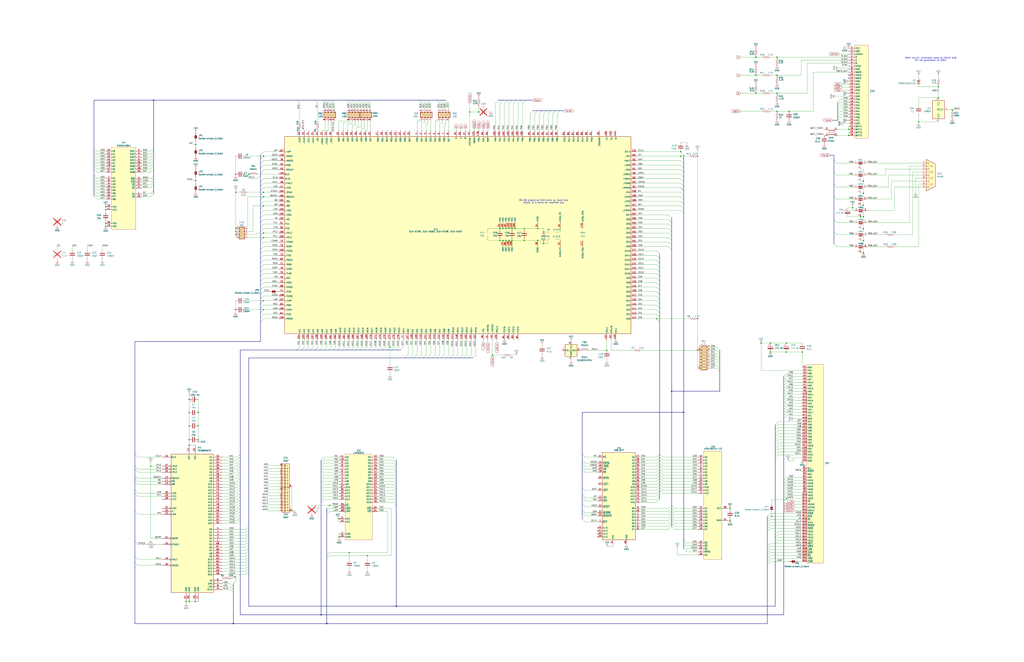
<source format=kicad_sch>
(kicad_sch (version 20250114) (generator "eeschema") (generator_version "9.0")
  (paper "D")
  (title_block (title "Venus Repro") (date "2025-10-29") (rev "-") (company "Repro By: RGBeter") (comment 1 "Scans provided by: Villahed94"))
  (lib_symbols
    (symbol "CPU_NXP_68000:MC68000FN" (pin_names (offset 0.762))
      (property "Reference" "U" (at -16.51 59.69 0))
      (property "Value" "MC68000FN" (at 12.7 -59.69 0))
      (symbol "MC68000FN_1_1"
        (pin input clock (at -25.4 55.88 0) (length 7.62) (name "CLK") (number "15"))
        (pin input inverted (at -25.4 48.26 0) (length 7.62) (name "IPL0") (number "27"))
        (pin input inverted (at -25.4 45.72 0) (length 7.62) (name "IPL1") (number "26"))
        (pin input inverted (at -25.4 43.18 0) (length 7.62) (name "IPL2") (number "25"))
        (pin input inverted (at -25.4 38.1 0) (length 7.62) (name "BGACK") (number "12"))
        (pin output inverted (at -25.4 35.56 0) (length 7.62) (name "BG") (number "11"))
        (pin input inverted (at -25.4 33.02 0) (length 7.62) (name "BR") (number "13"))
        (pin output line (at -25.4 25.4 0) (length 7.62) (name "FC0") (number "30"))
        (pin output line (at -25.4 22.86 0) (length 7.62) (name "FC1") (number "29"))
        (pin output line (at -25.4 20.32 0) (length 7.62) (name "FC2") (number "28"))
        (pin output inverted (at -25.4 12.7 0) (length 7.62) (name "VMA") (number "21"))
        (pin output line (at -25.4 10.16 0) (length 7.62) (name "E") (number "22"))
        (pin input inverted (at -25.4 7.62 0) (length 7.62) (name "VPA") (number "23"))
        (pin input inverted (at -25.4 -12.7 0) (length 7.62) (name "BERR") (number "24"))
        (pin input inverted (at -25.4 -17.78 0) (length 7.62) (name "DTACK") (number "10"))
        (pin bidirectional inverted (at -25.4 -30.48 0) (length 7.62) (name "HALT") (number "19"))
        (pin input inverted (at -25.4 -35.56 0) (length 7.62) (name "RESET") (number "20"))
        (pin no_connect line (at -17.78 -45.72 0) (length 0) (hide yes) (name "NC") (number "18"))
        (pin no_connect line (at -17.78 -48.26 0) (length 0) (hide yes) (name "NC") (number "31"))
        (pin power_in line (at -5.08 -66.04 90) (length 7.62) (name "GND") (number "57"))
        (pin power_in line (at -2.54 66.04 270) (length 7.62) (name "VCC") (number "14"))
        (pin power_in line (at -2.54 -66.04 90) (length 7.62) (name "GND") (number "56"))
        (pin power_in line (at 2.54 66.04 270) (length 7.62) (name "VCC") (number "52"))
        (pin power_in line (at 2.54 -66.04 90) (length 7.62) (name "GND") (number "16"))
        (pin power_in line (at 5.08 -66.04 90) (length 7.62) (name "GND") (number "17"))
        (pin output line (at 25.4 55.88 180) (length 7.62) (name "A1") (number "32"))
        (pin output line (at 25.4 53.34 180) (length 7.62) (name "A2") (number "33"))
        (pin output line (at 25.4 50.8 180) (length 7.62) (name "A3") (number "34"))
        (pin output line (at 25.4 48.26 180) (length 7.62) (name "A4") (number "35"))
        (pin output line (at 25.4 45.72 180) (length 7.62) (name "A5") (number "36"))
        (pin output line (at 25.4 43.18 180) (length 7.62) (name "A6") (number "37"))
        (pin output line (at 25.4 40.64 180) (length 7.62) (name "A7") (number "38"))
        (pin output line (at 25.4 38.1 180) (length 7.62) (name "A8") (number "39"))
        (pin output line (at 25.4 35.56 180) (length 7.62) (name "A9") (number "40"))
        (pin output line (at 25.4 33.02 180) (length 7.62) (name "A10") (number "41"))
        (pin output line (at 25.4 30.48 180) (length 7.62) (name "A11") (number "42"))
        (pin output line (at 25.4 27.94 180) (length 7.62) (name "A12") (number "43"))
        (pin output line (at 25.4 25.4 180) (length 7.62) (name "A13") (number "44"))
        (pin output line (at 25.4 22.86 180) (length 7.62) (name "A14") (number "45"))
        (pin output line (at 25.4 20.32 180) (length 7.62) (name "A15") (number "46"))
        (pin output line (at 25.4 17.78 180) (length 7.62) (name "A16") (number "47"))
        (pin output line (at 25.4 15.24 180) (length 7.62) (name "A17") (number "48"))
        (pin output line (at 25.4 12.7 180) (length 7.62) (name "A18") (number "49"))
        (pin output line (at 25.4 10.16 180) (length 7.62) (name "A19") (number "50"))
        (pin output line (at 25.4 7.62 180) (length 7.62) (name "A20") (number "51"))
        (pin output line (at 25.4 5.08 180) (length 7.62) (name "A21") (number "53"))
        (pin output line (at 25.4 2.54 180) (length 7.62) (name "A22") (number "54"))
        (pin output line (at 25.4 0 180) (length 7.62) (name "A23") (number "55"))
        (pin bidirectional line (at 25.4 -5.08 180) (length 7.62) (name "D0") (number "5"))
        (pin bidirectional line (at 25.4 -7.62 180) (length 7.62) (name "D1") (number "4"))
        (pin bidirectional line (at 25.4 -10.16 180) (length 7.62) (name "D2") (number "3"))
        (pin bidirectional line (at 25.4 -12.7 180) (length 7.62) (name "D3") (number "2"))
        (pin bidirectional line (at 25.4 -15.24 180) (length 7.62) (name "D4") (number "1"))
        (pin bidirectional line (at 25.4 -17.78 180) (length 7.62) (name "D5") (number "68"))
        (pin bidirectional line (at 25.4 -20.32 180) (length 7.62) (name "D6") (number "67"))
        (pin bidirectional line (at 25.4 -22.86 180) (length 7.62) (name "D7") (number "66"))
        (pin bidirectional line (at 25.4 -25.4 180) (length 7.62) (name "D8") (number "65"))
        (pin bidirectional line (at 25.4 -27.94 180) (length 7.62) (name "D9") (number "64"))
        (pin bidirectional line (at 25.4 -30.48 180) (length 7.62) (name "D10") (number "63"))
        (pin bidirectional line (at 25.4 -33.02 180) (length 7.62) (name "D11") (number "62"))
        (pin bidirectional line (at 25.4 -35.56 180) (length 7.62) (name "D12") (number "61"))
        (pin bidirectional line (at 25.4 -38.1 180) (length 7.62) (name "D13") (number "60"))
        (pin bidirectional line (at 25.4 -40.64 180) (length 7.62) (name "D14") (number "59"))
        (pin bidirectional line (at 25.4 -43.18 180) (length 7.62) (name "D15") (number "58"))
        (pin output inverted (at 25.4 -48.26 180) (length 7.62) (name "AS") (number "6"))
        (pin output inverted (at 25.4 -50.8 180) (length 7.62) (name "UDS") (number "7"))
        (pin output inverted (at 25.4 -53.34 180) (length 7.62) (name "LDS") (number "8"))
        (pin output line (at 25.4 -55.88 180) (length 7.62) (name "R/W") (number "9"))
      )
    )
    (symbol "C_Network08_1" (pin_names (offset 0) (hide yes))
      (property "Reference" "CA1" (at 14.224 0 90))
      (property "Value" "33pF" (at 11.684 0 90))
      (symbol "C_Network08_1_1_0"
        (pin passive line (at -10.16 5.08 270) (length 2.54) (name "C8") (number "1"))
        (pin passive line (at 2.54 5.08 270) (length 2.54) (name "C5") (number "6"))
        (pin passive line (at 5.08 5.08 270) (length 2.54) (name "C6") (number "7"))
        (pin passive line (at 7.62 5.08 270) (length 2.54) (name "C7") (number "8"))
      )
      (symbol "C_Network08_1_1_1"
        (pin passive line (at -10.16 -5.08 90) (length 2.54) (name "common") (number "9"))
        (pin passive line (at -7.62 5.08 270) (length 2.54) (name "C1") (number "2"))
        (pin passive line (at -5.08 5.08 270) (length 2.54) (name "C2") (number "3"))
        (pin passive line (at -2.54 5.08 270) (length 2.54) (name "C3") (number "4"))
        (pin passive line (at 0 5.08 270) (length 2.54) (name "C4") (number "5"))
      )
    )
    (symbol "Connector:DE9_Socket" (pin_names (offset 1.016) (hide yes))
      (property "Reference" "J" (at 0 13.97 0))
      (property "Value" "DE9_Socket" (at 0 -14.605 0))
      (symbol "DE9_Socket_1_1"
        (pin passive line (at -7.62 10.16 0) (length 3.81) (name "1") (number "1"))
        (pin passive line (at -7.62 7.62 0) (length 3.81) (name "6") (number "6"))
        (pin passive line (at -7.62 5.08 0) (length 3.81) (name "2") (number "2"))
        (pin passive line (at -7.62 2.54 0) (length 3.81) (name "7") (number "7"))
        (pin passive line (at -7.62 0 0) (length 3.81) (name "3") (number "3"))
        (pin passive line (at -7.62 -2.54 0) (length 3.81) (name "8") (number "8"))
        (pin passive line (at -7.62 -5.08 0) (length 3.81) (name "4") (number "4"))
        (pin passive line (at -7.62 -7.62 0) (length 3.81) (name "9") (number "9"))
        (pin passive line (at -7.62 -10.16 0) (length 3.81) (name "5") (number "5"))
      )
    )
    (symbol "Device:C" (pin_numbers (hide yes)) (pin_names (offset 0.254))
      (property "Reference" "C" (at 0.635 2.54 0))
      (property "Value" "C" (at 0.635 -2.54 0))
      (symbol "C_1_1"
        (pin passive line (at 0 3.81 270) (length 2.794) (name "~") (number "1"))
        (pin passive line (at 0 -3.81 90) (length 2.794) (name "~") (number "2"))
      )
    )
    (symbol "Device:C_Network08" (pin_names (offset 0) (hide yes))
      (property "Reference" "CA2" (at -13.208 0 90))
      (property "Value" "33pF" (at -15.748 0 90))
      (symbol "C_Network08_1_0"
        (pin passive line (at -10.16 5.08 270) (length 2.54) (name "C8") (number "1"))
        (pin passive line (at 2.54 5.08 270) (length 2.54) (name "C5") (number "6"))
        (pin passive line (at 5.08 5.08 270) (length 2.54) (name "C6") (number "7"))
        (pin passive line (at 7.62 5.08 270) (length 2.54) (name "C7") (number "8"))
      )
      (symbol "C_Network08_1_1"
        (pin passive line (at -10.16 -5.08 90) (length 2.54) (name "common") (number "9"))
        (pin passive line (at -7.62 5.08 270) (length 2.54) (name "C1") (number "2"))
        (pin passive line (at -5.08 5.08 270) (length 2.54) (name "C2") (number "3"))
        (pin passive line (at -2.54 5.08 270) (length 2.54) (name "C3") (number "4"))
        (pin passive line (at 0 5.08 270) (length 2.54) (name "C4") (number "5"))
      )
    )
    (symbol "Device:C_Polarized" (pin_numbers (hide yes)) (pin_names (offset 0.254))
      (property "Reference" "C" (at 0.635 2.54 0))
      (property "Value" "C_Polarized" (at 0.635 -2.54 0))
      (symbol "C_Polarized_1_1"
        (pin passive line (at 0 3.81 270) (length 2.794) (name "~") (number "1"))
        (pin passive line (at 0 -3.81 90) (length 2.794) (name "~") (number "2"))
      )
    )
    (symbol "Device:D_Schottky" (pin_numbers (hide yes)) (pin_names (offset 1.016) (hide yes))
      (property "Reference" "D" (at 0 2.54 0))
      (property "Value" "D_Schottky" (at 0 -2.54 0))
      (symbol "D_Schottky_1_1"
        (pin passive line (at -3.81 0 0) (length 2.54) (name "K") (number "1"))
        (pin passive line (at 3.81 0 180) (length 2.54) (name "A") (number "2"))
      )
    )
    (symbol "Device:Filter_EMI_C" (pin_names (offset 0.254) (hide yes))
      (property "Reference" "C" (at 0 7.62 0))
      (property "Value" "Filter_EMI_C" (at 0 5.715 0))
      (symbol "Filter_EMI_C_1_1"
        (pin passive line (at -5.08 2.54 0) (length 2.54) (name "1") (number "1"))
        (pin passive line (at 0 -2.54 90) (length 2.54) (name "2") (number "2"))
        (pin passive line (at 5.08 2.54 180) (length 2.54) (name "3") (number "3"))
      )
    )
    (symbol "Device:L_Ferrite" (pin_numbers (hide yes)) (pin_names (offset 1.016) (hide yes))
      (property "Reference" "L" (at -1.27 0 90))
      (property "Value" "L_Ferrite" (at 2.794 0 90))
      (symbol "L_Ferrite_1_1"
        (pin passive line (at 0 3.81 270) (length 1.27) (name "1") (number "1"))
        (pin passive line (at 0 -3.81 90) (length 1.27) (name "2") (number "2"))
      )
    )
    (symbol "Device:R_Pack04" (pin_names (offset 0) (hide yes))
      (property "Reference" "RN" (at -7.62 0 90))
      (property "Value" "R_Pack04" (at 5.08 0 90))
      (symbol "R_Pack04_1_1"
        (pin passive line (at -5.08 5.08 270) (length 2.54) (name "R1.2") (number "8"))
        (pin passive line (at -5.08 -5.08 90) (length 2.54) (name "R1.1") (number "1"))
        (pin passive line (at -2.54 5.08 270) (length 2.54) (name "R2.2") (number "7"))
        (pin passive line (at -2.54 -5.08 90) (length 2.54) (name "R2.1") (number "2"))
        (pin passive line (at 0 5.08 270) (length 2.54) (name "R3.2") (number "6"))
        (pin passive line (at 0 -5.08 90) (length 2.54) (name "R3.1") (number "3"))
        (pin passive line (at 2.54 5.08 270) (length 2.54) (name "R4.2") (number "5"))
        (pin passive line (at 2.54 -5.08 90) (length 2.54) (name "R4.1") (number "4"))
      )
    )
    (symbol "Device:R_US" (pin_numbers (hide yes)) (pin_names (offset 0))
      (property "Reference" "R" (at 2.54 0 90))
      (property "Value" "R_US" (at -2.54 0 90))
      (symbol "R_US_1_1"
        (pin passive line (at 0 3.81 270) (length 1.27) (name "~") (number "1"))
        (pin passive line (at 0 -3.81 90) (length 1.27) (name "~") (number "2"))
      )
    )
    (symbol "Filter:Choke_CommonMode_FerriteCore_1234" (pin_names (offset 0.254) (hide yes))
      (property "Reference" "FL" (at 0 4.445 0))
      (property "Value" "Choke_CommonMode_FerriteCore_1234" (at 0 -4.445 0))
      (symbol "Choke_CommonMode_FerriteCore_1234_1_1"
        (pin passive line (at -5.08 2.54 0) (length 2.54) (name "1") (number "1"))
        (pin passive line (at -5.08 -2.54 0) (length 2.54) (name "3") (number "3"))
        (pin passive line (at 5.08 2.54 180) (length 2.54) (name "2") (number "2"))
        (pin passive line (at 5.08 -2.54 180) (length 2.54) (name "4") (number "4"))
      )
    )
    (symbol "Jumper:SolderJumper_2_Open" (pin_numbers (hide yes)) (pin_names (offset 0) (hide yes)) (in_bom no)
      (property "Reference" "JP" (at 0 2.032 0))
      (property "Value" "SolderJumper_2_Open" (at 0 -2.54 0))
      (symbol "SolderJumper_2_Open_1_1"
        (pin passive line (at -3.81 0 0) (length 2.54) (name "A") (number "1"))
        (pin passive line (at 3.81 0 180) (length 2.54) (name "B") (number "2"))
      )
    )
    (symbol "Oscillator:CXO_DIP8" (pin_names (offset 0.254))
      (property "Reference" "Y" (at -5.08 6.35 0))
      (property "Value" "CXO_DIP8" (at 1.27 -6.35 0))
      (symbol "CXO_DIP8_1_1"
        (pin input line (at -7.62 0 0) (length 2.54) (name "EN") (number "1"))
        (pin power_in line (at 0 7.62 270) (length 2.54) (name "Vcc") (number "8"))
        (pin power_in line (at 0 -7.62 90) (length 2.54) (name "GND") (number "4"))
        (pin output line (at 7.62 0 180) (length 2.54) (name "OUT") (number "5"))
      )
    )
    (symbol "Power_Supervisor:LM809"
      (property "Reference" "U" (at 2.54 12.7 0))
      (property "Value" "LM809" (at 5.08 10.16 0))
      (symbol "LM809_1_1"
        (pin power_in line (at 0 10.16 270) (length 2.54) (name "VCC") (number "3"))
        (pin power_in line (at 0 -10.16 90) (length 2.54) (name "GND") (number "1"))
        (pin output line (at 7.62 0 180) (length 2.54) (name "~{RESET}") (number "2"))
      )
    )
    (symbol "R_Network08_2" (pin_names (offset 0) (hide yes))
      (property "Reference" "RA1" (at -16.51 -0.254 90))
      (property "Value" "R_Network08" (at -13.97 -0.254 90))
      (symbol "R_Network08_2_1_1"
        (pin passive line (at -10.16 5.08 270) (length 2.54) (name "common") (number "5"))
        (pin passive line (at -10.16 -5.08 90) (length 1.27) (name "R1") (number "1"))
        (pin passive line (at -7.62 -5.08 90) (length 1.27) (name "R2") (number "2"))
        (pin passive line (at -5.08 -5.08 90) (length 1.27) (name "R3") (number "3"))
        (pin passive line (at -2.54 -5.08 90) (length 1.27) (name "R4") (number "4"))
        (pin passive line (at 0 -5.08 90) (length 1.27) (name "R5") (number "6"))
        (pin passive line (at 2.54 -5.08 90) (length 1.27) (name "R6") (number "7"))
        (pin passive line (at 5.08 5.08 270) (length 2.54) (name "common") (number "10"))
        (pin passive line (at 5.08 -5.08 90) (length 1.27) (name "R7") (number "8"))
        (pin passive line (at 7.62 -5.08 90) (length 1.27) (name "R8") (number "9"))
      )
    )
    (symbol "Venus:315-5700"
      (property "Reference" "IC" (at 0 0 0))
      (symbol "315-5700_1_1"
        (pin bidirectional line (at -153.67 69.85 0) (length 5.08) (name "/JAP") (number "107"))
        (pin input line (at -153.67 66.04 0) (length 5.08) (name "/SRES") (number "128"))
        (pin input line (at -153.67 62.23 0) (length 5.08) (name "/WRES") (number "78"))
        (pin input line (at -153.67 58.42 0) (length 5.08) (name "NTSC") (number "46"))
        (pin open_collector line (at -153.67 54.61 0) (length 5.08) (name "/RESET") (number "49"))
        (pin bidirectional clock (at -153.67 50.8 0) (length 5.08) (name "CLK") (number "130"))
        (pin bidirectional line (at -153.67 46.99 0) (length 5.08) (name "R/W") (number "194"))
        (pin output line (at -153.67 43.18 0) (length 5.08) (name "/HALT") (number "48"))
        (pin output line (at -153.67 39.37 0) (length 5.08) (name "/VPA") (number "47"))
        (pin bidirectional line (at -153.67 35.56 0) (length 5.08) (name "/DTAK") (number "195"))
        (pin bidirectional line (at -153.67 31.75 0) (length 5.08) (name "/BGACK") (number "183"))
        (pin input line (at -153.67 27.94 0) (length 5.08) (name "/BG") (number "184"))
        (pin output line (at -153.67 24.13 0) (length 5.08) (name "/BR") (number "182"))
        (pin bidirectional line (at -153.67 20.32 0) (length 5.08) (name "/LDS") (number "193"))
        (pin bidirectional line (at -153.67 16.51 0) (length 5.08) (name "/UDS") (number "192"))
        (pin bidirectional line (at -153.67 12.7 0) (length 5.08) (name "/AS") (number "191"))
        (pin input line (at -153.67 8.89 0) (length 5.08) (name "FC1") (number "51"))
        (pin input line (at -153.67 5.08 0) (length 5.08) (name "FC0") (number "50"))
        (pin input line (at -153.67 1.27 0) (length 5.08) (name "/IPL2") (number "186"))
        (pin output line (at -153.67 -2.54 0) (length 5.08) (name "/IPL1") (number "185"))
        (pin open_collector line (at -153.67 -6.35 0) (length 5.08) (name "/FDWR") (number "73"))
        (pin bidirectional line (at -153.67 -10.16 0) (length 5.08) (name "/DISK") (number "79"))
        (pin bidirectional line (at -153.67 -13.97 0) (length 5.08) (name "/FRES") (number "108"))
        (pin open_collector line (at -153.67 -17.78 0) (length 5.08) (name "/FDC") (number "72"))
        (pin output line (at -153.67 -21.59 0) (length 5.08) (name "/RAS2") (number "69"))
        (pin open_collector line (at -153.67 -25.4 0) (length 5.08) (name "/ROM") (number "71"))
        (pin input line (at -153.67 -29.21 0) (length 5.08) (name "/CART") (number "76"))
        (pin open_collector line (at -153.67 -33.02 0) (length 5.08) (name "/TIME") (number "75"))
        (pin input line (at -153.67 -36.83 0) (length 5.08) (name "/M3") (number "45"))
        (pin output line (at -153.67 -40.64 0) (length 5.08) (name "/ASEL") (number "70"))
        (pin output line (at -153.67 -44.45 0) (length 5.08) (name "/CAS2") (number "68"))
        (pin output line (at -153.67 -48.26 0) (length 5.08) (name "/CE0") (number "74"))
        (pin bidirectional line (at -153.67 -52.07 0) (length 5.08) (name "/CAS0") (number "198"))
        (pin bidirectional line (at -153.67 -55.88 0) (length 5.08) (name "/LWR") (number "197"))
        (pin output line (at -153.67 -59.69 0) (length 5.08) (name "/NOE") (number "65"))
        (pin output line (at -153.67 -63.5 0) (length 5.08) (name "/UWR") (number "196"))
        (pin output line (at -153.67 -67.31 0) (length 5.08) (name "/EOE") (number "64"))
        (pin output line (at -153.67 -71.12 0) (length 5.08) (name "/RAS0") (number "199"))
        (pin output line (at -135.89 87.63 270) (length 5.08) (name "/SE0") (number "10"))
        (pin bidirectional line (at -135.89 -88.9 90) (length 5.08) (name "VA1") (number "154"))
        (pin output line (at -132.08 87.63 270) (length 5.08) (name "/WE0") (number "15"))
        (pin bidirectional line (at -132.08 -88.9 90) (length 5.08) (name "VA2") (number "155"))
        (pin output line (at -128.27 87.63 270) (length 5.08) (name "/SE1") (number "9"))
        (pin bidirectional line (at -128.27 -88.9 90) (length 5.08) (name "VA3") (number "156"))
        (pin output line (at -124.46 87.63 270) (length 5.08) (name "/WE1") (number "14"))
        (pin bidirectional line (at -124.46 -88.9 90) (length 5.08) (name "VA4") (number "157"))
        (pin output line (at -120.65 87.63 270) (length 5.08) (name "/SC") (number "11"))
        (pin bidirectional line (at -120.65 -88.9 90) (length 5.08) (name "VA5") (number "158"))
        (pin output line (at -116.84 87.63 270) (length 5.08) (name "/RAS1") (number "12"))
        (pin bidirectional line (at -116.84 -88.9 90) (length 5.08) (name "VA6") (number "159"))
        (pin output line (at -113.03 87.63 270) (length 5.08) (name "/CAS1") (number "13"))
        (pin bidirectional line (at -113.03 -88.9 90) (length 5.08) (name "VA7") (number "160"))
        (pin output line (at -109.22 87.63 270) (length 5.08) (name "/OE1") (number "16"))
        (pin bidirectional line (at -109.22 -88.9 90) (length 5.08) (name "VA8") (number "161"))
        (pin bidirectional line (at -105.41 -88.9 90) (length 5.08) (name "VA9") (number "162"))
        (pin bidirectional line (at -102.87 87.63 270) (length 5.08) (name "AD0") (number "26"))
        (pin bidirectional line (at -101.6 -88.9 90) (length 5.08) (name "VA10") (number "163"))
        (pin bidirectional line (at -99.06 87.63 270) (length 5.08) (name "AD1") (number "27"))
        (pin bidirectional line (at -97.79 -88.9 90) (length 5.08) (name "VA11") (number "164"))
        (pin bidirectional line (at -95.25 87.63 270) (length 5.08) (name "AD2") (number "28"))
        (pin bidirectional line (at -93.98 -88.9 90) (length 5.08) (name "VA12") (number "165"))
        (pin bidirectional line (at -91.44 87.63 270) (length 5.08) (name "AD3") (number "29"))
        (pin bidirectional line (at -90.17 -88.9 90) (length 5.08) (name "VA13") (number "166"))
        (pin bidirectional line (at -87.63 87.63 270) (length 5.08) (name "AD4") (number "30"))
        (pin bidirectional line (at -86.36 -88.9 90) (length 5.08) (name "VA14") (number "167"))
        (pin bidirectional line (at -83.82 87.63 270) (length 5.08) (name "AD5") (number "31"))
        (pin bidirectional line (at -82.55 -88.9 90) (length 5.08) (name "VA15") (number "168"))
        (pin bidirectional line (at -80.01 87.63 270) (length 5.08) (name "AD6") (number "32"))
        (pin bidirectional line (at -78.74 -88.9 90) (length 5.08) (name "VA16") (number "169"))
        (pin bidirectional line (at -76.2 87.63 270) (length 5.08) (name "AD7") (number "33"))
        (pin bidirectional line (at -74.93 -88.9 90) (length 5.08) (name "VA17") (number "170"))
        (pin bidirectional line (at -71.12 -88.9 90) (length 5.08) (name "VA18") (number "171"))
        (pin bidirectional line (at -69.85 87.63 270) (length 5.08) (name "RD0") (number "17"))
        (pin bidirectional line (at -67.31 -88.9 90) (length 5.08) (name "VA19") (number "172"))
        (pin bidirectional line (at -66.04 87.63 270) (length 5.08) (name "RD1") (number "18"))
        (pin bidirectional line (at -63.5 -88.9 90) (length 5.08) (name "VA20") (number "173"))
        (pin bidirectional line (at -62.23 87.63 270) (length 5.08) (name "RD2") (number "19"))
        (pin bidirectional line (at -59.69 -88.9 90) (length 5.08) (name "VA21") (number "174"))
        (pin bidirectional line (at -58.42 87.63 270) (length 5.08) (name "RD3") (number "20"))
        (pin bidirectional line (at -55.88 -88.9 90) (length 5.08) (name "VA22") (number "175"))
        (pin bidirectional line (at -54.61 87.63 270) (length 5.08) (name "RD4") (number "22"))
        (pin bidirectional line (at -52.07 -88.9 90) (length 5.08) (name "VA23") (number "176"))
        (pin bidirectional line (at -50.8 87.63 270) (length 5.08) (name "RD5") (number "23"))
        (pin output line (at -48.26 -88.9 90) (length 5.08) (name "IA14") (number "77"))
        (pin bidirectional line (at -46.99 87.63 270) (length 5.08) (name "RD6") (number "24"))
        (pin bidirectional line (at -44.45 -88.9 90) (length 5.08) (name "VD0") (number "137"))
        (pin bidirectional line (at -43.18 87.63 270) (length 5.08) (name "RD7") (number "25"))
        (pin bidirectional line (at -40.64 -88.9 90) (length 5.08) (name "VD1") (number "138"))
        (pin input line (at -36.83 87.63 270) (length 5.08) (name "SD0") (number "1"))
        (pin bidirectional line (at -36.83 -88.9 90) (length 5.08) (name "VD2") (number "139"))
        (pin input line (at -33.02 87.63 270) (length 5.08) (name "SD1") (number "2"))
        (pin bidirectional line (at -33.02 -88.9 90) (length 5.08) (name "VD3") (number "140"))
        (pin input line (at -29.21 87.63 270) (length 5.08) (name "SD2") (number "3"))
        (pin bidirectional line (at -29.21 -88.9 90) (length 5.08) (name "VD4") (number "141"))
        (pin input line (at -25.4 87.63 270) (length 5.08) (name "SD3") (number "4"))
        (pin bidirectional line (at -25.4 -88.9 90) (length 5.08) (name "VD5") (number "142"))
        (pin input line (at -21.59 87.63 270) (length 5.08) (name "SD4") (number "5"))
        (pin bidirectional line (at -21.59 -88.9 90) (length 5.08) (name "VD6") (number "143"))
        (pin input line (at -17.78 87.63 270) (length 5.08) (name "SD5") (number "6"))
        (pin bidirectional line (at -17.78 -88.9 90) (length 5.08) (name "VD7") (number "144"))
        (pin input line (at -13.97 87.63 270) (length 5.08) (name "SD6") (number "7"))
        (pin bidirectional line (at -13.97 -88.9 90) (length 5.08) (name "VD8") (number "145"))
        (pin input line (at -10.16 87.63 270) (length 5.08) (name "SD7") (number "8"))
        (pin bidirectional line (at -10.16 -88.9 90) (length 5.08) (name "VD9") (number "146"))
        (pin bidirectional line (at -6.35 -88.9 90) (length 5.08) (name "VD10") (number "147"))
        (pin output line (at -3.81 87.63 270) (length 5.08) (name "R") (number "35"))
        (pin bidirectional line (at -2.54 -88.9 90) (length 5.08) (name "VD11") (number "148"))
        (pin output line (at 0 87.63 270) (length 5.08) (name "G") (number "36"))
        (pin bidirectional line (at 1.27 -88.9 90) (length 5.08) (name "VD12") (number "149"))
        (pin output line (at 3.81 87.63 270) (length 5.08) (name "B") (number "37"))
        (pin bidirectional line (at 5.08 -88.9 90) (length 5.08) (name "VD13") (number "150"))
        (pin bidirectional line (at 7.62 87.63 270) (length 5.08) (name "/CSYNC") (number "42"))
        (pin bidirectional line (at 8.89 -88.9 90) (length 5.08) (name "VD14") (number "151"))
        (pin output line (at 11.43 87.63 270) (length 5.08) (name "SBCR") (number "131"))
        (pin bidirectional line (at 12.7 -88.9 90) (length 5.08) (name "VD15") (number "152"))
        (pin output line (at 15.24 87.63 270) (length 5.08) (name "PSG") (number "178"))
        (pin output line (at 19.05 87.63 270) (length 5.08) (name "MOL") (number "56"))
        (pin output line (at 19.05 -88.9 90) (length 5.08) (name "/YS") (number "39"))
        (pin output line (at 22.86 87.63 270) (length 5.08) (name "MOR") (number "55"))
        (pin output line (at 22.86 -88.9 90) (length 5.08) (name "/VSYNC") (number "41"))
        (pin bidirectional line (at 26.67 -88.9 90) (length 5.08) (name "/HSYNC") (number "43"))
        (pin bidirectional line (at 29.21 87.63 270) (length 5.08) (name "PA0") (number "100"))
        (pin bidirectional line (at 30.48 -88.9 90) (length 5.08) (name "EDCLK") (number "135"))
        (pin bidirectional line (at 33.02 87.63 270) (length 5.08) (name "PA1") (number "101"))
        (pin power_in line (at 33.02 5.08 90) (length 5.08) (name "VSS") (number "21"))
        (pin power_in line (at 35.56 5.08 90) (length 5.08) (name "VSS") (number "53"))
        (pin power_in line (at 35.56 -5.08 270) (length 5.08) (name "VDD") (number "44"))
        (pin bidirectional line (at 36.83 87.63 270) (length 5.08) (name "PA2") (number "102"))
        (pin bidirectional line (at 36.83 -88.9 90) (length 5.08) (name "TEST0") (number "81"))
        (pin power_in line (at 38.1 5.08 90) (length 5.08) (name "VSS") (number "92"))
        (pin power_in line (at 38.1 -5.08 270) (length 5.08) (name "VDD") (number "80"))
        (pin bidirectional line (at 40.64 87.63 270) (length 5.08) (name "PA3") (number "103"))
        (pin power_in line (at 40.64 5.08 90) (length 5.08) (name "VSS") (number "133"))
        (pin power_in line (at 40.64 -5.08 270) (length 5.08) (name "VDD") (number "136"))
        (pin input line (at 40.64 -88.9 90) (length 5.08) (name "TEST1") (number "82"))
        (pin power_in line (at 43.18 5.08 90) (length 5.08) (name "VSS") (number "153"))
        (pin power_in line (at 43.18 -5.08 270) (length 5.08) (name "VDD") (number "208"))
        (pin bidirectional line (at 44.45 87.63 270) (length 5.08) (name "PA4") (number "104"))
        (pin input line (at 44.45 -88.9 90) (length 5.08) (name "TEST2") (number "83"))
        (pin power_in line (at 45.72 5.08 90) (length 5.08) (name "VSS") (number "180"))
        (pin bidirectional line (at 48.26 87.63 270) (length 5.08) (name "PA5") (number "105"))
        (pin input line (at 48.26 -88.9 90) (length 5.08) (name "TEST3") (number "84"))
        (pin bidirectional line (at 52.07 87.63 270) (length 5.08) (name "PA6") (number "106"))
        (pin bidirectional line (at 58.42 87.63 270) (length 5.08) (name "PB0") (number "93"))
        (pin bidirectional line (at 62.23 87.63 270) (length 5.08) (name "PB1") (number "94"))
        (pin power_in line (at 64.77 5.08 90) (length 5.08) (name "VVSS") (number "34"))
        (pin power_in line (at 64.77 -5.08 270) (length 5.08) (name "VVDD") (number "38"))
        (pin bidirectional line (at 66.04 87.63 270) (length 5.08) (name "PB2") (number "95"))
        (pin bidirectional line (at 69.85 87.63 270) (length 5.08) (name "PB3") (number "96"))
        (pin bidirectional line (at 73.66 87.63 270) (length 5.08) (name "PB4") (number "97"))
        (pin bidirectional line (at 77.47 87.63 270) (length 5.08) (name "PB5") (number "98"))
        (pin bidirectional line (at 81.28 87.63 270) (length 5.08) (name "PB6") (number "99"))
        (pin power_in line (at 83.82 5.08 90) (length 5.08) (name "AVSS_FM") (number "54"))
        (pin power_in line (at 83.82 -5.08 270) (length 5.08) (name "AVDD_FM") (number "57"))
        (pin bidirectional line (at 87.63 87.63 270) (length 5.08) (name "PC0") (number "85"))
        (pin bidirectional line (at 91.44 87.63 270) (length 5.08) (name "PC1") (number "86"))
        (pin bidirectional line (at 95.25 87.63 270) (length 5.08) (name "PC2") (number "87"))
        (pin bidirectional line (at 99.06 87.63 270) (length 5.08) (name "PC3") (number "88"))
        (pin bidirectional line (at 102.87 87.63 270) (length 5.08) (name "PC4") (number "89"))
        (pin power_in line (at 102.87 5.08 90) (length 5.08) (name "AVSS_PSG") (number "179"))
        (pin power_in line (at 102.87 -5.08 270) (length 5.08) (name "AVDD_PSG") (number "177"))
        (pin bidirectional line (at 106.68 87.63 270) (length 5.08) (name "PC5") (number "90"))
        (pin bidirectional line (at 110.49 87.63 270) (length 5.08) (name "PC6") (number "91"))
        (pin bidirectional line (at 116.84 87.63 270) (length 5.08) (name "/SOUND") (number "58"))
        (pin bidirectional line (at 123.19 87.63 270) (length 5.08) (name "ZV") (number "109"))
        (pin input line (at 123.19 -88.9 90) (length 5.08) (name "MCLK") (number "134"))
        (pin bidirectional line (at 127 87.63 270) (length 5.08) (name "VZ") (number "110"))
        (pin bidirectional line (at 127 -88.9 90) (length 5.08) (name "SPA/B") (number "40"))
        (pin bidirectional line (at 130.81 87.63 270) (length 5.08) (name "IO") (number "111"))
        (pin output line (at 130.81 -88.9 90) (length 5.08) (name "SEL1") (number "129"))
        (pin bidirectional line (at 148.59 69.85 180) (length 5.08) (name "ZCLK") (number "132"))
        (pin output line (at 148.59 66.04 180) (length 5.08) (name "/INT") (number "181"))
        (pin bidirectional line (at 148.59 62.23 180) (length 5.08) (name "/WAIT") (number "63"))
        (pin bidirectional line (at 148.59 58.42 180) (length 5.08) (name "/ZBR") (number "62"))
        (pin bidirectional line (at 148.59 54.61 180) (length 5.08) (name "/NMI") (number "61"))
        (pin bidirectional line (at 148.59 50.8 180) (length 5.08) (name "/ZRES") (number "59"))
        (pin input line (at 148.59 46.99 180) (length 5.08) (name "/ZBAK") (number "60"))
        (pin output line (at 148.59 43.18 180) (length 5.08) (name "/IORQ") (number "187"))
        (pin bidirectional line (at 148.59 39.37 180) (length 5.08) (name "/MREQ") (number "52"))
        (pin input line (at 148.59 35.56 180) (length 5.08) (name "/M1") (number "190"))
        (pin bidirectional line (at 148.59 31.75 180) (length 5.08) (name "/ZWR") (number "189"))
        (pin input line (at 148.59 27.94 180) (length 5.08) (name "/ZRD") (number "188"))
        (pin output line (at 148.59 24.13 180) (length 5.08) (name "/REF") (number "67"))
        (pin output line (at 148.59 20.32 180) (length 5.08) (name "/ZRAM") (number "66"))
        (pin bidirectional line (at 148.59 16.51 180) (length 5.08) (name "ZD7") (number "207"))
        (pin bidirectional line (at 148.59 12.7 180) (length 5.08) (name "ZD6") (number "206"))
        (pin bidirectional line (at 148.59 8.89 180) (length 5.08) (name "ZD5") (number "205"))
        (pin bidirectional line (at 148.59 5.08 180) (length 5.08) (name "ZD4") (number "204"))
        (pin bidirectional line (at 148.59 1.27 180) (length 5.08) (name "ZD3") (number "203"))
        (pin bidirectional line (at 148.59 -2.54 180) (length 5.08) (name "ZD2") (number "202"))
        (pin bidirectional line (at 148.59 -6.35 180) (length 5.08) (name "ZD1") (number "201"))
        (pin bidirectional line (at 148.59 -10.16 180) (length 5.08) (name "ZD0") (number "200"))
        (pin bidirectional line (at 148.59 -13.97 180) (length 5.08) (name "ZA15") (number "127"))
        (pin bidirectional line (at 148.59 -17.78 180) (length 5.08) (name "ZA14") (number "126"))
        (pin bidirectional line (at 148.59 -21.59 180) (length 5.08) (name "ZA13") (number "125"))
        (pin bidirectional line (at 148.59 -25.4 180) (length 5.08) (name "ZA12") (number "124"))
        (pin bidirectional line (at 148.59 -29.21 180) (length 5.08) (name "ZA11") (number "123"))
        (pin bidirectional line (at 148.59 -33.02 180) (length 5.08) (name "ZA10") (number "122"))
        (pin bidirectional line (at 148.59 -36.83 180) (length 5.08) (name "ZA9") (number "121"))
        (pin bidirectional line (at 148.59 -40.64 180) (length 5.08) (name "ZA8") (number "120"))
        (pin bidirectional line (at 148.59 -44.45 180) (length 5.08) (name "ZA7") (number "119"))
        (pin bidirectional line (at 148.59 -48.26 180) (length 5.08) (name "ZA6") (number "118"))
        (pin bidirectional line (at 148.59 -52.07 180) (length 5.08) (name "ZA5") (number "117"))
        (pin bidirectional line (at 148.59 -55.88 180) (length 5.08) (name "ZA4") (number "116"))
        (pin bidirectional line (at 148.59 -59.69 180) (length 5.08) (name "ZA3") (number "115"))
        (pin bidirectional line (at 148.59 -63.5 180) (length 5.08) (name "ZA2") (number "114"))
        (pin bidirectional line (at 148.59 -67.31 180) (length 5.08) (name "ZA1") (number "113"))
        (pin bidirectional line (at 148.59 -71.12 180) (length 5.08) (name "ZA0") (number "112"))
      )
    )
    (symbol "Venus:VENUS_FFC"
      (property "Reference" "CN" (at 2.286 0 0))
      (symbol "VENUS_FFC_1_1"
        (pin input line (at -11.43 30.48 0) (length 5.08) (name "VCC") (number "1"))
        (pin input line (at -11.43 27.94 0) (length 5.08) (name "GND") (number "2"))
        (pin input line (at -11.43 25.4 0) (length 5.08) (name "CSYNC") (number "3"))
        (pin input line (at -11.43 22.86 0) (length 5.08) (name "R") (number "4"))
        (pin input line (at -11.43 20.32 0) (length 5.08) (name "G") (number "5"))
        (pin input line (at -11.43 17.78 0) (length 5.08) (name "B") (number "6"))
        (pin input line (at -11.43 15.24 0) (length 5.08) (name "NTSC") (number "7"))
        (pin input line (at -11.43 12.7 0) (length 5.08) (name "GND") (number "8"))
        (pin input line (at -11.43 10.16 0) (length 5.08) (name "SBCR") (number "9"))
        (pin input line (at -11.43 7.62 0) (length 5.08) (name "MRES") (number "10"))
        (pin input line (at -11.43 5.08 0) (length 5.08) (name "SRES") (number "11"))
        (pin input line (at -11.43 2.54 0) (length 5.08) (name "GND") (number "12"))
        (pin input line (at -11.43 0 0) (length 5.08) (name "MOL") (number "13"))
        (pin input line (at -11.43 -2.54 0) (length 5.08) (name "MOR") (number "14"))
        (pin input line (at -11.43 -5.08 0) (length 5.08) (name "PSG") (number "15"))
        (pin input line (at -11.43 -7.62 0) (length 5.08) (name "VCC") (number "16"))
        (pin input line (at -11.43 -10.16 0) (length 5.08) (name "GND") (number "17"))
        (pin input line (at -11.43 -12.7 0) (length 5.08) (name "PA0") (number "18"))
        (pin input line (at -11.43 -15.24 0) (length 5.08) (name "PA1") (number "19"))
        (pin input line (at -11.43 -17.78 0) (length 5.08) (name "PA2") (number "20"))
        (pin input line (at -11.43 -20.32 0) (length 5.08) (name "PA3") (number "21"))
        (pin input line (at -11.43 -22.86 0) (length 5.08) (name "PA4") (number "22"))
        (pin input line (at -11.43 -25.4 0) (length 5.08) (name "PA5") (number "23"))
        (pin input line (at -11.43 -27.94 0) (length 5.08) (name "PA6") (number "24"))
        (pin input line (at -11.43 -30.48 0) (length 5.08) (name "VCC") (number "25"))
        (pin input line (at -11.43 -33.02 0) (length 5.08) (name "GND") (number "26"))
        (pin input line (at -11.43 -35.56 0) (length 5.08) (name "BATT1") (number "27"))
        (pin input line (at -11.43 -38.1 0) (length 5.08) (name "BATT1") (number "28"))
        (pin input line (at -11.43 -40.64 0) (length 5.08) (name "BATT2") (number "29"))
        (pin input line (at -11.43 -43.18 0) (length 5.08) (name "BATT2") (number "30"))
      )
    )
    (symbol "Venus:VRAM"
      (property "Reference" "IC" (at -0.254 0 0))
      (symbol "VRAM_1_1"
        (pin input line (at -15.24 20.32 0) (length 5.08) (name "A0") (number "25"))
        (pin input line (at -15.24 17.78 0) (length 5.08) (name "A1") (number "24"))
        (pin input line (at -15.24 15.24 0) (length 5.08) (name "A2") (number "23"))
        (pin input line (at -15.24 12.7 0) (length 5.08) (name "A3") (number "22"))
        (pin input line (at -15.24 10.16 0) (length 5.08) (name "A4") (number "19"))
        (pin input line (at -15.24 7.62 0) (length 5.08) (name "A5") (number "18"))
        (pin input line (at -15.24 5.08 0) (length 5.08) (name "A6") (number "17"))
        (pin input line (at -15.24 2.54 0) (length 5.08) (name "A7") (number "21"))
        (pin input line (at -15.24 -2.54 0) (length 5.08) (name "W1") (number "7"))
        (pin input line (at -15.24 -5.08 0) (length 5.08) (name "W2") (number "8"))
        (pin input line (at -15.24 -7.62 0) (length 5.08) (name "W3") (number "9"))
        (pin input line (at -15.24 -10.16 0) (length 5.08) (name "W4") (number "10"))
        (pin input line (at -15.24 -12.7 0) (length 5.08) (name "W5") (number "31"))
        (pin input line (at -15.24 -15.24 0) (length 5.08) (name "W6") (number "32"))
        (pin input line (at -15.24 -17.78 0) (length 5.08) (name "W7") (number "33"))
        (pin input line (at -15.24 -20.32 0) (length 5.08) (name "W8") (number "34"))
        (pin input line (at -15.24 -26.67 0) (length 5.08) (name "VCC") (number "20"))
        (pin input line (at -15.24 -29.21 0) (length 5.08) (name "VCC") (number "11"))
        (pin input line (at -15.24 -40.64 0) (length 5.08) (name "VSS") (number "30"))
        (pin input line (at -15.24 -43.18 0) (length 5.08) (name "VSS") (number "40"))
        (pin input line (at 15.24 20.32 180) (length 5.08) (name "SIO1") (number "2"))
        (pin input line (at 15.24 17.78 180) (length 5.08) (name "SIO2") (number "3"))
        (pin input line (at 15.24 15.24 180) (length 5.08) (name "SIO3") (number "4"))
        (pin input line (at 15.24 12.7 180) (length 5.08) (name "SIO4") (number "5"))
        (pin input line (at 15.24 10.16 180) (length 5.08) (name "SIO5") (number "36"))
        (pin input line (at 15.24 7.62 180) (length 5.08) (name "SIO6") (number "37"))
        (pin input line (at 15.24 5.08 180) (length 5.08) (name "SIO7") (number "38"))
        (pin input line (at 15.24 2.54 180) (length 5.08) (name "SIO8") (number "39"))
        (pin input line (at 15.24 -3.175 180) (length 5.08) (name "~{RAS}") (number "14"))
        (pin input line (at 15.24 -5.715 180) (length 5.08) (name "~{CAS}") (number "27"))
        (pin input line (at 15.24 -8.255 180) (length 5.08) (name "~{OE}") (number "6"))
        (pin input line (at 15.24 -10.795 180) (length 5.08) (name "~{WE}") (number "12"))
        (pin input line (at 15.24 -15.875 180) (length 5.08) (name "SC") (number "1"))
        (pin input line (at 15.24 -18.415 180) (length 5.08) (name "~{SE}") (number "35"))
        (pin no_connect line (at 15.24 -25.4 180) (length 5.08) (hide yes) (name "NC") (number "13"))
        (pin no_connect line (at 15.24 -27.94 180) (length 5.08) (hide yes) (name "NC") (number "15"))
        (pin no_connect line (at 15.24 -30.48 180) (length 5.08) (hide yes) (name "NC") (number "16"))
        (pin no_connect line (at 15.24 -38.1 180) (length 5.08) (hide yes) (name "NC") (number "26"))
        (pin no_connect line (at 15.24 -40.64 180) (length 5.08) (hide yes) (name "NC") (number "28"))
        (pin no_connect line (at 15.24 -43.18 180) (length 5.08) (hide yes) (name "NC") (number "29"))
      )
    )
    (symbol "Venus:Venus_Cart_Slot"
      (property "Reference" "CN" (at 0 0 0))
      (symbol "Venus_Cart_Slot_1_1"
        (pin input line (at 31.75 105.41 0) (length 3.81) (name "GND") (number "A1"))
        (pin input line (at 31.75 102.87 0) (length 3.81) (name "VCC") (number "A2"))
        (pin input line (at 31.75 100.33 0) (length 3.81) (name "VA8") (number "A3"))
        (pin input line (at 31.75 97.79 0) (length 3.81) (name "VA11") (number "A4"))
        (pin input line (at 31.75 95.25 0) (length 3.81) (name "VA7") (number "A5"))
        (pin input line (at 31.75 92.71 0) (length 3.81) (name "VA12") (number "A6"))
        (pin input line (at 31.75 90.17 0) (length 3.81) (name "VA6") (number "A7"))
        (pin input line (at 31.75 87.63 0) (length 3.81) (name "VA13") (number "A8"))
        (pin input line (at 31.75 85.09 0) (length 3.81) (name "VA5") (number "A9"))
        (pin input line (at 31.75 82.55 0) (length 3.81) (name "VA14") (number "A10"))
        (pin input line (at 31.75 80.01 0) (length 3.81) (name "VA4") (number "A11"))
        (pin input line (at 31.75 77.47 0) (length 3.81) (name "VA15") (number "A12"))
        (pin input line (at 31.75 74.93 0) (length 3.81) (name "VA3") (number "A13"))
        (pin input line (at 31.75 72.39 0) (length 3.81) (name "VA16") (number "A14"))
        (pin input line (at 31.75 69.85 0) (length 3.81) (name "VA2") (number "A15"))
        (pin input line (at 31.75 67.31 0) (length 3.81) (name "VA17") (number "A16"))
        (pin input line (at 31.75 64.77 0) (length 3.81) (name "VA1") (number "A17"))
        (pin input line (at 31.75 62.23 0) (length 3.81) (name "GND") (number "A18"))
        (pin input line (at 31.75 59.69 0) (length 3.81) (name "VD7") (number "A19"))
        (pin input line (at 31.75 57.15 0) (length 3.81) (name "VD0") (number "A20"))
        (pin input line (at 31.75 54.61 0) (length 3.81) (name "VD8") (number "A21"))
        (pin input line (at 31.75 52.07 0) (length 3.81) (name "VD6") (number "A22"))
        (pin input line (at 31.75 49.53 0) (length 3.81) (name "VD1") (number "A23"))
        (pin input line (at 31.75 46.99 0) (length 3.81) (name "VD9") (number "A24"))
        (pin input line (at 31.75 44.45 0) (length 3.81) (name "VD5") (number "A25"))
        (pin input line (at 31.75 41.91 0) (length 3.81) (name "VD2") (number "A26"))
        (pin input line (at 31.75 39.37 0) (length 3.81) (name "VD10") (number "A27"))
        (pin input line (at 31.75 36.83 0) (length 3.81) (name "VD4") (number "A28"))
        (pin input line (at 31.75 34.29 0) (length 3.81) (name "VD3") (number "A29"))
        (pin input line (at 31.75 31.75 0) (length 3.81) (name "VD11") (number "A30"))
        (pin input line (at 31.75 29.21 0) (length 3.81) (name "VCC") (number "A31"))
        (pin input line (at 31.75 26.67 0) (length 3.81) (name "GND") (number "A32"))
        (pin input line (at 31.75 20.32 0) (length 3.81) (name "SL1") (number "B1"))
        (pin input line (at 31.75 17.78 0) (length 3.81) (name "~{MRES}") (number "B2"))
        (pin input line (at 31.75 15.24 0) (length 3.81) (name "SR1") (number "B3"))
        (pin input line (at 31.75 12.7 0) (length 3.81) (name "VA9") (number "B4"))
        (pin input line (at 31.75 10.16 0) (length 3.81) (name "VA10") (number "B5"))
        (pin input line (at 31.75 7.62 0) (length 3.81) (name "VA18") (number "B6"))
        (pin input line (at 31.75 5.08 0) (length 3.81) (name "VA19") (number "B7"))
        (pin input line (at 31.75 2.54 0) (length 3.81) (name "VA20") (number "B8"))
        (pin input line (at 31.75 0 0) (length 3.81) (name "VA21") (number "B9"))
        (pin input line (at 31.75 -2.54 0) (length 3.81) (name "VA22") (number "B10"))
        (pin input line (at 31.75 -5.08 0) (length 3.81) (name "VA23") (number "B11"))
        (pin input line (at 31.75 -7.62 0) (length 3.81) (name "~{YS}") (number "B12"))
        (pin input line (at 31.75 -10.16 0) (length 3.81) (name "VSYNC") (number "B13"))
        (pin input line (at 31.75 -12.7 0) (length 3.81) (name "HSYNC") (number "B14"))
        (pin input line (at 31.75 -15.24 0) (length 3.81) (name "EDCLK") (number "B15"))
        (pin input line (at 31.75 -17.78 0) (length 3.81) (name "~{CAS0}") (number "B16"))
        (pin input line (at 31.75 -20.32 0) (length 3.81) (name "~{CE0}") (number "B17"))
        (pin input line (at 31.75 -22.86 0) (length 3.81) (name "~{AS}") (number "B18"))
        (pin input line (at 31.75 -25.4 0) (length 3.81) (name "VCLK") (number "B19"))
        (pin input line (at 31.75 -27.94 0) (length 3.81) (name "~{DTACK}") (number "B20"))
        (pin input line (at 31.75 -30.48 0) (length 3.81) (name "~{CAS2}") (number "B21"))
        (pin input line (at 31.75 -33.02 0) (length 3.81) (name "VD15") (number "B22"))
        (pin input line (at 31.75 -35.56 0) (length 3.81) (name "VD14") (number "B23"))
        (pin input line (at 31.75 -38.1 0) (length 3.81) (name "VD13") (number "B24"))
        (pin input line (at 31.75 -40.64 0) (length 3.81) (name "VD12") (number "B25"))
        (pin input line (at 31.75 -43.18 0) (length 3.81) (name "~{ASEL}") (number "B26"))
        (pin input line (at 31.75 -45.72 0) (length 3.81) (name "~{VRES}") (number "B27"))
        (pin input line (at 31.75 -48.26 0) (length 3.81) (name "~{LWR}") (number "B28"))
        (pin input line (at 31.75 -50.8 0) (length 3.81) (name "~{UWR}") (number "B29"))
        (pin input line (at 31.75 -53.34 0) (length 3.81) (name "~{M3}") (number "B30"))
        (pin input line (at 31.75 -55.88 0) (length 3.81) (name "~{TIME}") (number "B31"))
        (pin input line (at 31.75 -58.42 0) (length 3.81) (name "~{CART}") (number "B32"))
      )
    )
    (symbol "Venus:WRAM"
      (property "Reference" "IC" (at 0 0 0))
      (symbol "WRAM_1_1"
        (pin input line (at -16.51 21.59 0) (length 5.08) (name "A0") (number "11"))
        (pin input line (at -16.51 19.05 0) (length 5.08) (name "A1") (number "10"))
        (pin input line (at -16.51 16.51 0) (length 5.08) (name "A2") (number "9"))
        (pin input line (at -16.51 13.97 0) (length 5.08) (name "A3") (number "8"))
        (pin input line (at -16.51 11.43 0) (length 5.08) (name "A4") (number "7"))
        (pin input line (at -16.51 8.89 0) (length 5.08) (name "A5") (number "6"))
        (pin input line (at -16.51 6.35 0) (length 5.08) (name "A6") (number "5"))
        (pin input line (at -16.51 3.81 0) (length 5.08) (name "A7") (number "4"))
        (pin input line (at -16.51 1.27 0) (length 5.08) (name "A8") (number "3"))
        (pin input line (at -16.51 -1.27 0) (length 5.08) (name "A9") (number "2"))
        (pin input line (at -16.51 -3.81 0) (length 5.08) (name "A10") (number "37"))
        (pin input line (at -16.51 -6.35 0) (length 5.08) (name "A11") (number "36"))
        (pin input line (at -16.51 -8.89 0) (length 5.08) (name "A12") (number "35"))
        (pin input line (at -16.51 -11.43 0) (length 5.08) (name "A13") (number "34"))
        (pin input line (at -16.51 -13.97 0) (length 5.08) (name "A14") (number "33"))
        (pin input inverted (at -16.51 -19.05 0) (length 5.08) (name "~{CE}") (number "30"))
        (pin input inverted (at -16.51 -21.59 0) (length 5.08) (name "~{UWA}") (number "39"))
        (pin input inverted (at -16.51 -24.13 0) (length 5.08) (name "~{LWA}") (number "38"))
        (pin power_in line (at -16.51 -30.48 0) (length 5.08) (name "VCC") (number "21"))
        (pin power_in line (at -16.51 -33.02 0) (length 5.08) (name "VCC") (number "40"))
        (pin input line (at -16.51 -43.18 0) (length 5.08) (name "GND") (number "1"))
        (pin input line (at -16.51 -45.72 0) (length 5.08) (name "GND") (number "20"))
        (pin bidirectional line (at 16.51 21.59 180) (length 5.08) (name "IO1") (number "12"))
        (pin bidirectional line (at 16.51 19.05 180) (length 5.08) (name "IO2") (number "13"))
        (pin bidirectional line (at 16.51 16.51 180) (length 5.08) (name "IO3") (number "14"))
        (pin bidirectional line (at 16.51 13.97 180) (length 5.08) (name "IO4") (number "15"))
        (pin bidirectional line (at 16.51 11.43 180) (length 5.08) (name "IO5") (number "16"))
        (pin bidirectional line (at 16.51 8.89 180) (length 5.08) (name "IO6") (number "17"))
        (pin bidirectional line (at 16.51 6.35 180) (length 5.08) (name "IO7") (number "18"))
        (pin bidirectional line (at 16.51 3.81 180) (length 5.08) (name "IO8") (number "19"))
        (pin bidirectional line (at 16.51 1.27 180) (length 5.08) (name "IO9") (number "22"))
        (pin bidirectional line (at 16.51 -1.27 180) (length 5.08) (name "IO10") (number "23"))
        (pin bidirectional line (at 16.51 -3.81 180) (length 5.08) (name "IO11") (number "24"))
        (pin bidirectional line (at 16.51 -6.35 180) (length 5.08) (name "IO12") (number "25"))
        (pin bidirectional line (at 16.51 -8.89 180) (length 5.08) (name "IO13") (number "26"))
        (pin bidirectional line (at 16.51 -11.43 180) (length 5.08) (name "IO14") (number "27"))
        (pin bidirectional line (at 16.51 -13.97 180) (length 5.08) (name "IO15") (number "28"))
        (pin bidirectional line (at 16.51 -16.51 180) (length 5.08) (name "IO16") (number "29"))
        (pin input inverted (at 16.51 -21.59 180) (length 5.08) (name "~{UOE}") (number "32"))
        (pin input inverted (at 16.51 -24.13 180) (length 5.08) (name "~{LOE}") (number "31"))
      )
    )
    (symbol "Venus:Z80_QFP"
      (property "Reference" "IC" (at 0 0 0))
      (symbol "Z80_QFP_1_1"
        (pin output line (at -17.78 30.48 0) (length 3.81) (name "~{M1}") (number "24"))
        (pin output line (at -17.78 25.4 0) (length 3.81) (name "~{MREQ}") (number "15"))
        (pin output line (at -17.78 22.86 0) (length 3.81) (name "~{IORQ}") (number "16"))
        (pin output line (at -17.78 20.32 0) (length 3.81) (name "~{WR}") (number "19"))
        (pin output line (at -17.78 17.78 0) (length 3.81) (name "~{RD}") (number "18"))
        (pin output line (at -17.78 12.7 0) (length 3.81) (name "~{RFSH}") (number "25"))
        (pin output line (at -17.78 7.62 0) (length 3.81) (name "~{HALT}") (number "14"))
        (pin input line (at -17.78 2.54 0) (length 3.81) (name "~{WAIT}") (number "21"))
        (pin input line (at -17.78 -3.81 0) (length 3.81) (name "~{INT}") (number "12"))
        (pin input line (at -17.78 -6.35 0) (length 3.81) (name "~{NMI}") (number "13"))
        (pin input line (at -17.78 -11.43 0) (length 3.81) (name "~{RESET}") (number "23"))
        (pin input line (at -17.78 -16.51 0) (length 3.81) (name "~{BUSRQ}") (number "22"))
        (pin output line (at -17.78 -19.05 0) (length 3.81) (name "~{BUSACK}") (number "20"))
        (pin input clock (at -17.78 -24.13 0) (length 3.81) (name "~{CLK}") (number "1"))
        (pin no_connect line (at -17.78 -29.21 0) (length 3.81) (name "N/C") (number "11"))
        (pin no_connect line (at -17.78 -31.75 0) (length 3.81) (name "N/C") (number "17"))
        (pin no_connect line (at -17.78 -34.29 0) (length 3.81) (name "N/C") (number "33"))
        (pin no_connect line (at -17.78 -36.83 0) (length 3.81) (name "N/C") (number "39"))
        (pin power_in line (at -5.08 -43.18 90) (length 3.81) (name "VCC") (number "6"))
        (pin power_in line (at 6.35 -43.18 90) (length 3.81) (name "GND") (number "26"))
        (pin output line (at 17.78 30.48 180) (length 3.81) (name "A0") (number "27"))
        (pin output line (at 17.78 27.94 180) (length 3.81) (name "A1") (number "28"))
        (pin output line (at 17.78 25.4 180) (length 3.81) (name "A2") (number "29"))
        (pin output line (at 17.78 22.86 180) (length 3.81) (name "A3") (number "30"))
        (pin output line (at 17.78 20.32 180) (length 3.81) (name "A4") (number "31"))
        (pin output line (at 17.78 17.78 180) (length 3.81) (name "A5") (number "32"))
        (pin output line (at 17.78 15.24 180) (length 3.81) (name "A6") (number "34"))
        (pin output line (at 17.78 12.7 180) (length 3.81) (name "A7") (number "35"))
        (pin output line (at 17.78 10.16 180) (length 3.81) (name "A8") (number "36"))
        (pin output line (at 17.78 7.62 180) (length 3.81) (name "A9") (number "37"))
        (pin output line (at 17.78 5.08 180) (length 3.81) (name "A10") (number "38"))
        (pin output line (at 17.78 2.54 180) (length 3.81) (name "A11") (number "40"))
        (pin output line (at 17.78 0 180) (length 3.81) (name "A12") (number "41"))
        (pin output line (at 17.78 -2.54 180) (length 3.81) (name "A13") (number "42"))
        (pin output line (at 17.78 -5.08 180) (length 3.81) (name "A14") (number "43"))
        (pin output line (at 17.78 -7.62 180) (length 3.81) (name "A15") (number "44"))
        (pin bidirectional line (at 17.78 -12.7 180) (length 3.81) (name "D0") (number "9"))
        (pin bidirectional line (at 17.78 -15.24 180) (length 3.81) (name "D1") (number "10"))
        (pin bidirectional line (at 17.78 -17.78 180) (length 3.81) (name "D2") (number "7"))
        (pin bidirectional line (at 17.78 -20.32 180) (length 3.81) (name "D3") (number "3"))
        (pin bidirectional line (at 17.78 -22.86 180) (length 3.81) (name "D4") (number "2"))
        (pin bidirectional line (at 17.78 -25.4 180) (length 3.81) (name "D5") (number "4"))
        (pin bidirectional line (at 17.78 -27.94 180) (length 3.81) (name "D6") (number "5"))
        (pin bidirectional line (at 17.78 -30.48 180) (length 3.81) (name "D7") (number "8"))
      )
    )
    (symbol "Venus:ZRAM"
      (property "Reference" "IC" (at -1.778 0 0))
      (symbol "ZRAM_1_1"
        (pin input line (at -16.51 29.21 0) (length 5.08) (name "A0") (number "10"))
        (pin input line (at -16.51 26.67 0) (length 5.08) (name "A1") (number "9"))
        (pin input line (at -16.51 24.13 0) (length 5.08) (name "A2") (number "8"))
        (pin input line (at -16.51 21.59 0) (length 5.08) (name "A3") (number "7"))
        (pin input line (at -16.51 19.05 0) (length 5.08) (name "A4") (number "6"))
        (pin input line (at -16.51 16.51 0) (length 5.08) (name "A5") (number "5"))
        (pin input line (at -16.51 13.97 0) (length 5.08) (name "A6") (number "4"))
        (pin input line (at -16.51 11.43 0) (length 5.08) (name "A7") (number "3"))
        (pin input line (at -16.51 8.89 0) (length 5.08) (name "A8") (number "25"))
        (pin input line (at -16.51 6.35 0) (length 5.08) (name "A9") (number "24"))
        (pin input line (at -16.51 3.81 0) (length 5.08) (name "A10") (number "21"))
        (pin input line (at -16.51 1.27 0) (length 5.08) (name "A11") (number "23"))
        (pin input line (at -16.51 -1.27 0) (length 5.08) (name "A12") (number "2"))
        (pin bidirectional line (at -16.51 -13.97 0) (length 5.08) (name "D1") (number "11"))
        (pin bidirectional line (at -16.51 -16.51 0) (length 5.08) (name "D1") (number "12"))
        (pin bidirectional line (at -16.51 -19.05 0) (length 5.08) (name "D2") (number "13"))
        (pin bidirectional line (at -16.51 -21.59 0) (length 5.08) (name "D3") (number "15"))
        (pin bidirectional line (at -16.51 -24.13 0) (length 5.08) (name "D4") (number "16"))
        (pin bidirectional line (at -16.51 -26.67 0) (length 5.08) (name "D5") (number "17"))
        (pin bidirectional line (at -16.51 -29.21 0) (length 5.08) (name "D6") (number "18"))
        (pin bidirectional line (at -16.51 -31.75 0) (length 5.08) (name "D7") (number "19"))
        (pin input line (at -16.51 -43.18 0) (length 5.08) (name "~{OE}") (number "22"))
        (pin input line (at -16.51 -45.72 0) (length 5.08) (name "~{WE}") (number "27"))
        (pin input line (at -16.51 -48.26 0) (length 5.08) (name "~{CE}") (number "20"))
        (pin input line (at -16.51 -50.8 0) (length 5.08) (name "~{RFSH}") (number "1"))
        (pin input line (at -16.51 -53.34 0) (length 5.08) (name "CS") (number "26"))
        (pin power_in line (at 8.89 -13.97 180) (length 5.08) (name "VCC") (number "28"))
        (pin input line (at 8.89 -24.13 180) (length 5.08) (name "GND") (number "14"))
      )
    )
    (symbol "power:GND" (power) (pin_numbers (hide yes)) (pin_names (offset 0) (hide yes))
      (property "Value" "GND" (at 0 -3.81 0))
      (symbol "GND_1_1"
        (pin power_in line (at 0 0 270) (length 0) (name "~") (number "1"))
      )
    )
    (symbol "power:VCC" (power) (pin_numbers (hide yes)) (pin_names (offset 0) (hide yes))
      (property "Value" "VCC" (at 0 3.556 0))
      (symbol "VCC_1_1"
        (pin power_in line (at 0 0 90) (length 0) (name "~") (number "1"))
      )
    )
  )
  (text "SRES circuit, eliminates need of VENUS SUB\nfor the generation of SRES" (at 784.86 50.038 0) (effects (font (size 1.27 1.27))))
  (text "R5+R6 should be 510 ohms on stock Sub\nModify to 0 ohms for modified sub" (at 458.47 170.18 0) (effects (font (size 1.27 1.27))))
  (junction (at 728.218 203.2))
  (junction (at 650.748 435.864))
  (junction (at 649.732 289.56))
  (junction (at 588.264 295.656))
  (junction (at 637.54 63.5))
  (junction (at 458.47 205.486))
  (junction (at 641.858 289.56))
  (junction (at 209.804 147.066))
  (junction (at 791.464 82.55))
  (junction (at 198.882 197.866))
  (junction (at 791.464 73.152))
  (junction (at 663.194 289.56))
  (junction (at 553.72 268.986))
  (junction (at 196.85 526.288))
  (junction (at 165.1 121.92))
  (junction (at 167.132 359.41))
  (junction (at 89.154 174.498))
  (junction (at 663.194 297.18))
  (junction (at 222.25 200.406))
  (junction (at 159.512 359.41))
  (junction (at 89.154 191.008))
  (junction (at 728.218 152.908))
  (junction (at 159.512 337.058))
  (junction (at 198.628 147.066))
  (junction (at 615.696 439.166))
  (junction (at 129.54 84.582))
  (junction (at 424.18 202.946))
  (junction (at 167.132 348.234))
  (junction (at 164.592 507.746))
  (junction (at 270.764 518.922))
  (junction (at 421.64 202.946))
  (junction (at 715.772 109.22))
  (junction (at 655.32 48.26))
  (junction (at 415.29 299.72))
  (junction (at 198.882 162.306))
  (junction (at 728.218 193.04))
  (junction (at 453.39 192.786))
  (junction (at 167.132 371.094))
  (junction (at 431.8 202.946))
  (junction (at 89.154 188.468))
  (junction (at 286.004 437.896))
  (junction (at 165.1 152.4))
  (junction (at 728.218 163.068))
  (junction (at 574.04 128.016))
  (junction (at 396.24 94.488))
  (junction (at 222.25 173.736))
  (junction (at 222.25 162.306))
  (junction (at 222.25 261.366))
  (junction (at 803.148 92.71))
  (junction (at 159.512 507.746))
  (junction (at 434.34 192.786))
  (junction (at 89.154 177.038))
  (junction (at 655.32 63.5))
  (junction (at 442.214 202.946))
  (junction (at 588.264 131.826))
  (junction (at 403.86 94.488))
  (junction (at 156.972 507.746))
  (junction (at 774.7 102.87))
  (junction (at 649.732 297.18))
  (junction (at 676.656 297.18))
  (junction (at 421.64 192.786))
  (junction (at 275.59 526.288))
  (junction (at 222.25 253.746))
  (junction (at 728.218 213.36))
  (junction (at 655.32 93.98))
  (junction (at 655.32 78.74))
  (junction (at 574.04 131.826))
  (junction (at 424.18 192.786))
  (junction (at 615.696 429.006))
  (junction (at 665.48 93.98))
  (junction (at 198.628 261.366))
  (junction (at 159.512 371.094))
  (junction (at 278.13 426.466))
  (junction (at 637.54 78.74))
  (junction (at 719.074 175.26))
  (junction (at 246.126 431.038))
  (junction (at 127 393.446))
  (junction (at 728.218 173.228))
  (junction (at 576.58 347.98))
  (junction (at 566.42 330.2))
  (junction (at 222.25 196.596))
  (junction (at 458.47 195.834))
  (junction (at 453.39 202.946))
  (junction (at 159.512 348.234))
  (junction (at 328.93 292.862))
  (junction (at 286.004 453.136))
  (junction (at 222.25 166.116))
  (junction (at 663.448 420.624))
  (junction (at 728.218 182.88))
  (junction (at 198.882 195.326))
  (junction (at 429.26 202.946))
  (junction (at 159.512 375.666))
  (junction (at 715.772 114.3))
  (junction (at 309.88 468.884))
  (junction (at 442.214 192.786))
  (junction (at 429.26 192.786))
  (junction (at 426.72 192.786))
  (junction (at 725.932 182.88))
  (junction (at 511.81 295.656))
  (junction (at 637.54 48.26))
  (junction (at 222.25 131.826))
  (junction (at 198.882 192.786))
  (junction (at 431.8 192.786))
  (junction (at 426.72 202.946))
  (junction (at 588.264 268.986))
  (junction (at 294.64 466.344))
  (junction (at 334.264 511.556))
  (no_connect (at 715.772 66.04))
  (no_connect (at 715.772 63.5))
  (bus_entry (at 222.25 173.736) (size -2.54 2.54))
  (bus_entry (at 656.336 371.094) (size -2.54 2.54))
  (bus_entry (at 355.6 87.122) (size -2.54 -2.54))
  (bus_entry (at 194.31 495.046) (size 2.54 2.54))
  (bus_entry (at 127 137.668) (size 2.54 -2.54))
  (bus_entry (at 331.724 385.826) (size 2.54 2.54))
  (bus_entry (at 649.732 463.804) (size -2.54 2.54))
  (bus_entry (at 127 153.416) (size 2.54 -2.54))
  (bus_entry (at 127 150.876) (size 2.54 -2.54))
  (bus_entry (at 81.788 165.608) (size -2.54 -2.54))
  (bus_entry (at 553.72 242.316) (size 2.54 2.54))
  (bus_entry (at 370.84 87.122) (size -2.54 -2.54))
  (bus_entry (at 283.21 292.862) (size -2.54 2.54))
  (bus_entry (at 222.25 238.506) (size -2.54 2.54))
  (bus_entry (at 553.72 418.846) (size 2.54 -2.54))
  (bus_entry (at 81.788 135.128) (size -2.54 -2.54))
  (bus_entry (at 200.152 434.086) (size 2.54 -2.54))
  (bus_entry (at 331.724 408.686) (size 2.54 2.54))
  (bus_entry (at 267.97 87.122) (size -2.54 -2.54))
  (bus_entry (at 466.09 96.012) (size 2.54 -2.54))
  (bus_entry (at 553.72 261.366) (size 2.54 2.54))
  (bus_entry (at 309.88 87.122) (size -2.54 -2.54))
  (bus_entry (at 127 132.588) (size 2.54 -2.54))
  (bus_entry (at 273.304 416.306) (size -2.54 2.54))
  (bus_entry (at 579.12 465.836) (size -2.54 -2.54))
  (bus_entry (at 222.25 143.256) (size -2.54 2.54))
  (bus_entry (at 421.64 87.122) (size 2.54 -2.54))
  (bus_entry (at 116.332 472.186) (size -2.54 -2.54))
  (bus_entry (at 568.96 431.546) (size -2.54 -2.54))
  (bus_entry (at 331.724 398.526) (size 2.54 2.54))
  (bus_entry (at 574.04 131.826) (size 2.54 2.54))
  (bus_entry (at 200.152 388.366) (size 2.54 -2.54))
  (bus_entry (at 200.152 431.546) (size 2.54 -2.54))
  (bus_entry (at 222.25 230.886) (size -2.54 2.54))
  (bus_entry (at 331.724 401.066) (size 2.54 2.54))
  (bus_entry (at 116.332 385.826) (size -2.54 -2.54))
  (bus_entry (at 222.25 135.636) (size -2.54 2.54))
  (bus_entry (at 558.8 388.366) (size -2.54 -2.54))
  (bus_entry (at 331.724 393.446) (size 2.54 2.54))
  (bus_entry (at 279.4 292.862) (size -2.54 2.54))
  (bus_entry (at 273.304 395.986) (size -2.54 2.54))
  (bus_entry (at 563.88 196.596) (size 2.54 2.54))
  (bus_entry (at 207.264 467.106) (size 2.54 -2.54))
  (bus_entry (at 563.88 185.166) (size 2.54 2.54))
  (bus_entry (at 568.96 441.706) (size -2.54 -2.54))
  (bus_entry (at 222.25 166.116) (size -2.54 2.54))
  (bus_entry (at 604.52 308.356) (size 2.54 2.54))
  (bus_entry (at 222.25 215.646) (size -2.54 2.54))
  (bus_entry (at 127 166.116) (size 2.54 -2.54))
  (bus_entry (at 81.788 137.668) (size -2.54 -2.54))
  (bus_entry (at 278.13 426.466) (size -2.54 2.54))
  (bus_entry (at 222.25 177.546) (size -2.54 2.54))
  (bus_entry (at 553.72 230.886) (size 2.54 2.54))
  (bus_entry (at 663.448 327.914) (size -2.54 2.54))
  (bus_entry (at 563.88 200.406) (size 2.54 2.54))
  (bus_entry (at 656.336 456.184) (size -2.54 2.54))
  (bus_entry (at 649.732 471.424) (size -2.54 2.54))
  (bus_entry (at 290.83 292.862) (size -2.54 2.54))
  (bus_entry (at 200.152 421.386) (size 2.54 -2.54))
  (bus_entry (at 194.31 497.586) (size 2.54 2.54))
  (bus_entry (at 358.14 87.122) (size -2.54 -2.54))
  (bus_entry (at 222.25 268.986) (size -2.54 2.54))
  (bus_entry (at 273.304 385.826) (size -2.54 2.54))
  (bus_entry (at 563.88 441.706) (size 2.54 -2.54))
  (bus_entry (at 656.336 376.174) (size -2.54 2.54))
  (bus_entry (at 278.13 466.344) (size -2.54 2.54))
  (bus_entry (at 708.914 83.82) (size -2.54 2.54))
  (bus_entry (at 429.26 87.122) (size 2.54 -2.54))
  (bus_entry (at 656.336 358.394) (size -2.54 2.54))
  (bus_entry (at 81.788 127.508) (size -2.54 -2.54))
  (bus_entry (at 278.13 468.884) (size -2.54 2.54))
  (bus_entry (at 273.304 418.846) (size -2.54 2.54))
  (bus_entry (at 81.788 132.588) (size -2.54 -2.54))
  (bus_entry (at 663.448 415.544) (size -2.54 2.54))
  (bus_entry (at 273.304 421.386) (size -2.54 2.54))
  (bus_entry (at 656.336 378.714) (size -2.54 2.54))
  (bus_entry (at 222.25 211.836) (size -2.54 2.54))
  (bus_entry (at 351.79 299.466) (size -2.54 2.54))
  (bus_entry (at 656.336 448.564) (size -2.54 2.54))
  (bus_entry (at 574.04 143.256) (size 2.54 2.54))
  (bus_entry (at 116.332 418.846) (size -2.54 -2.54))
  (bus_entry (at 604.52 293.116) (size 2.54 2.54))
  (bus_entry (at 440.69 87.122) (size 2.54 -2.54))
  (bus_entry (at 553.72 408.686) (size 2.54 -2.54))
  (bus_entry (at 604.52 305.816) (size 2.54 2.54))
  (bus_entry (at 222.25 249.936) (size -2.54 2.54))
  (bus_entry (at 558.8 393.446) (size -2.54 -2.54))
  (bus_entry (at 433.07 87.122) (size 2.54 -2.54))
  (bus_entry (at 116.332 403.606) (size -2.54 -2.54))
  (bus_entry (at 81.788 145.288) (size -2.54 -2.54))
  (bus_entry (at 493.522 420.116) (size -2.54 -2.54))
  (bus_entry (at 194.31 492.506) (size 2.54 2.54))
  (bus_entry (at 558.8 406.146) (size -2.54 -2.54))
  (bus_entry (at 574.04 162.306) (size 2.54 2.54))
  (bus_entry (at 553.72 398.526) (size 2.54 -2.54))
  (bus_entry (at 558.8 385.826) (size -2.54 -2.54))
  (bus_entry (at 663.448 345.694) (size -2.54 2.54))
  (bus_entry (at 207.264 451.866) (size 2.54 -2.54))
  (bus_entry (at 331.724 406.146) (size 2.54 2.54))
  (bus_entry (at 553.72 395.986) (size 2.54 -2.54))
  (bus_entry (at 222.25 158.496) (size -2.54 2.54))
  (bus_entry (at 222.25 192.786) (size -2.54 2.54))
  (bus_entry (at 116.332 408.686) (size -2.54 -2.54))
  (bus_entry (at 302.26 292.862) (size -2.54 2.54))
  (bus_entry (at 663.448 350.774) (size -2.54 2.54))
  (bus_entry (at 656.336 366.014) (size -2.54 2.54))
  (bus_entry (at 436.88 87.122) (size 2.54 -2.54))
  (bus_entry (at 553.72 234.696) (size 2.54 2.54))
  (bus_entry (at 553.72 253.746) (size 2.54 2.54))
  (bus_entry (at 222.25 139.446) (size -2.54 2.54))
  (bus_entry (at 663.448 343.154) (size -2.54 2.54))
  (bus_entry (at 81.788 140.208) (size -2.54 -2.54))
  (bus_entry (at 604.52 303.276) (size 2.54 2.54))
  (bus_entry (at 355.6 299.466) (size -2.54 2.54))
  (bus_entry (at 331.724 416.306) (size 2.54 2.54))
  (bus_entry (at 553.72 411.226) (size 2.54 -2.54))
  (bus_entry (at 663.448 325.374) (size -2.54 2.54))
  (bus_entry (at 389.89 299.466) (size -2.54 2.54))
  (bus_entry (at 708.914 96.52) (size -2.54 2.54))
  (bus_entry (at 275.59 292.862) (size -2.54 2.54))
  (bus_entry (at 325.12 292.862) (size -2.54 2.54))
  (bus_entry (at 553.72 390.906) (size 2.54 -2.54))
  (bus_entry (at 553.72 388.366) (size 2.54 -2.54))
  (bus_entry (at 317.5 292.862) (size -2.54 2.54))
  (bus_entry (at 663.448 407.924) (size -2.54 2.54))
  (bus_entry (at 207.264 474.726) (size 2.54 -2.54))
  (bus_entry (at 663.448 413.004) (size -2.54 2.54))
  (bus_entry (at 708.914 86.36) (size -2.54 2.54))
  (bus_entry (at 336.55 292.862) (size -2.54 2.54))
  (bus_entry (at 553.72 223.266) (size 2.54 2.54))
  (bus_entry (at 331.724 413.766) (size 2.54 2.54))
  (bus_entry (at 493.522 435.356) (size -2.54 -2.54))
  (bus_entry (at 347.98 299.466) (size -2.54 2.54))
  (bus_entry (at 207.264 459.486) (size 2.54 -2.54))
  (bus_entry (at 705.866 198.12) (size -2.54 -2.54))
  (bus_entry (at 382.27 299.466) (size -2.54 2.54))
  (bus_entry (at 663.448 330.454) (size -2.54 2.54))
  (bus_entry (at 663.448 322.834) (size -2.54 2.54))
  (bus_entry (at 568.96 444.246) (size -2.54 -2.54))
  (bus_entry (at 116.332 459.486) (size -2.54 -2.54))
  (bus_entry (at 462.28 96.012) (size 2.54 -2.54))
  (bus_entry (at 563.88 208.026) (size 2.54 2.54))
  (bus_entry (at 200.152 426.466) (size 2.54 -2.54))
  (bus_entry (at 663.448 335.534) (size -2.54 2.54))
  (bus_entry (at 553.72 246.126) (size 2.54 2.54))
  (bus_entry (at 222.25 219.456) (size -2.54 2.54))
  (bus_entry (at 393.7 299.466) (size -2.54 2.54))
  (bus_entry (at 222.25 257.556) (size -2.54 2.54))
  (bus_entry (at 568.96 434.086) (size -2.54 -2.54))
  (bus_entry (at 328.93 292.862) (size -2.54 2.54))
  (bus_entry (at 656.336 373.634) (size -2.54 2.54))
  (bus_entry (at 127 130.048) (size 2.54 -2.54))
  (bus_entry (at 493.522 393.446) (size -2.54 -2.54))
  (bus_entry (at 649.732 433.324) (size -2.54 2.54))
  (bus_entry (at 127 158.496) (size 2.54 -2.54))
  (bus_entry (at 663.448 410.464) (size -2.54 2.54))
  (bus_entry (at 553.72 268.986) (size 2.54 2.54))
  (bus_entry (at 222.25 128.016) (size -2.54 2.54))
  (bus_entry (at 273.304 411.226) (size -2.54 2.54))
  (bus_entry (at 656.336 381.254) (size -2.54 2.54))
  (bus_entry (at 656.336 355.854) (size -2.54 2.54))
  (bus_entry (at 656.336 368.554) (size -2.54 2.54))
  (bus_entry (at 493.522 432.816) (size -2.54 -2.54))
  (bus_entry (at 656.336 451.104) (size -2.54 2.54))
  (bus_entry (at 81.788 152.908) (size -2.54 -2.54))
  (bus_entry (at 469.9 96.012) (size 2.54 -2.54))
  (bus_entry (at 563.88 446.786) (size 2.54 -2.54))
  (bus_entry (at 663.448 338.074) (size -2.54 2.54))
  (bus_entry (at 279.4 87.122) (size -2.54 -2.54))
  (bus_entry (at 222.25 181.356) (size -2.54 2.54))
  (bus_entry (at 331.724 388.366) (size 2.54 2.54))
  (bus_entry (at 222.25 188.976) (size -2.54 2.54))
  (bus_entry (at 306.07 292.862) (size -2.54 2.54))
  (bus_entry (at 359.41 299.466) (size -2.54 2.54))
  (bus_entry (at 553.72 413.766) (size 2.54 -2.54))
  (bus_entry (at 321.31 292.862) (size -2.54 2.54))
  (bus_entry (at 663.448 402.844) (size -2.54 2.54))
  (bus_entry (at 705.866 208.28) (size -2.54 -2.54))
  (bus_entry (at 222.25 242.316) (size -2.54 2.54))
  (bus_entry (at 222.25 223.266) (size -2.54 2.54))
  (bus_entry (at 256.54 292.862) (size -2.54 2.54))
  (bus_entry (at 273.304 388.366) (size -2.54 2.54))
  (bus_entry (at 563.88 204.216) (size 2.54 2.54))
  (bus_entry (at 207.264 482.346) (size 2.54 -2.54))
  (bus_entry (at 558.8 416.306) (size -2.54 -2.54))
  (bus_entry (at 553.72 406.146) (size 2.54 -2.54))
  (bus_entry (at 386.08 299.466) (size -2.54 2.54))
  (bus_entry (at 207.264 472.186) (size 2.54 -2.54))
  (bus_entry (at 200.152 393.446) (size 2.54 -2.54))
  (bus_entry (at 397.51 299.466) (size -2.54 2.54))
  (bus_entry (at 705.866 157.988) (size -2.54 -2.54))
  (bus_entry (at 200.152 441.706) (size 2.54 -2.54))
  (bus_entry (at 200.152 403.606) (size 2.54 -2.54))
  (bus_entry (at 708.914 93.98) (size -2.54 2.54))
  (bus_entry (at 207.264 479.806) (size 2.54 -2.54))
  (bus_entry (at 331.724 403.606) (size 2.54 2.54))
  (bus_entry (at 705.866 137.668) (size -2.54 -2.54))
  (bus_entry (at 553.72 393.446) (size 2.54 -2.54))
  (bus_entry (at 563.88 439.166) (size 2.54 -2.54))
  (bus_entry (at 663.448 332.994) (size -2.54 2.54))
  (bus_entry (at 574.04 128.016) (size 2.54 2.54))
  (bus_entry (at 493.522 413.766) (size -2.54 -2.54))
  (bus_entry (at 222.25 261.366) (size -2.54 2.54))
  (bus_entry (at 563.88 434.086) (size 2.54 -2.54))
  (bus_entry (at 274.32 87.122) (size -2.54 -2.54))
  (bus_entry (at 200.152 408.686) (size 2.54 -2.54))
  (bus_entry (at 207.264 477.266) (size 2.54 -2.54))
  (bus_entry (at 207.264 449.326) (size 2.54 -2.54))
  (bus_entry (at 222.25 234.696) (size -2.54 2.54))
  (bus_entry (at 649.732 473.964) (size -2.54 2.54))
  (bus_entry (at 222.25 154.686) (size -2.54 2.54))
  (bus_entry (at 264.16 292.862) (size -2.54 2.54))
  (bus_entry (at 553.72 257.556) (size 2.54 2.54))
  (bus_entry (at 273.304 403.606) (size -2.54 2.54))
  (bus_entry (at 222.25 208.026) (size -2.54 2.54))
  (bus_entry (at 116.332 434.086) (size -2.54 -2.54))
  (bus_entry (at 563.88 188.976) (size 2.54 2.54))
  (bus_entry (at 493.522 422.656) (size -2.54 -2.54))
  (bus_entry (at 563.88 192.786) (size 2.54 2.54))
  (bus_entry (at 116.332 477.266) (size -2.54 -2.54))
  (bus_entry (at 705.866 187.96) (size -2.54 -2.54))
  (bus_entry (at 200.152 406.146) (size 2.54 -2.54))
  (bus_entry (at 331.724 423.926) (size 2.54 2.54))
  (bus_entry (at 127 142.748) (size 2.54 -2.54))
  (bus_entry (at 200.152 423.926) (size 2.54 -2.54))
  (bus_entry (at 663.448 317.754) (size -2.54 2.54))
  (bus_entry (at 425.45 87.122) (size 2.54 -2.54))
  (bus_entry (at 705.866 147.828) (size -2.54 -2.54))
  (bus_entry (at 458.47 96.012) (size 2.54 -2.54))
  (bus_entry (at 81.788 130.048) (size -2.54 -2.54))
  (bus_entry (at 447.04 96.012) (size 2.54 -2.54))
  (bus_entry (at 553.72 403.606) (size 2.54 -2.54))
  (bus_entry (at 273.304 408.686) (size -2.54 2.54))
  (bus_entry (at 568.96 436.626) (size -2.54 -2.54))
  (bus_entry (at 222.25 265.176) (size -2.54 2.54))
  (bus_entry (at 378.46 87.122) (size -2.54 -2.54))
  (bus_entry (at 604.52 310.896) (size 2.54 2.54))
  (bus_entry (at 649.732 438.404) (size -2.54 2.54))
  (bus_entry (at 294.64 87.122) (size -2.54 -2.54))
  (bus_entry (at 81.788 160.528) (size -2.54 -2.54))
  (bus_entry (at 273.304 401.066) (size -2.54 2.54))
  (bus_entry (at 222.25 246.126) (size -2.54 2.54))
  (bus_entry (at 563.88 444.246) (size 2.54 -2.54))
  (bus_entry (at 81.788 142.748) (size -2.54 -2.54))
  (bus_entry (at 116.332 395.986) (size -2.54 -2.54))
  (bus_entry (at 294.64 292.862) (size -2.54 2.54))
  (bus_entry (at 81.788 163.068) (size -2.54 -2.54))
  (bus_entry (at 649.732 458.724) (size -2.54 2.54))
  (bus_entry (at 200.152 390.906) (size 2.54 -2.54))
  (bus_entry (at 649.732 446.024) (size -2.54 2.54))
  (bus_entry (at 200.152 398.526) (size 2.54 -2.54))
  (bus_entry (at 558.8 390.906) (size -2.54 -2.54))
  (bus_entry (at 563.88 436.626) (size 2.54 -2.54))
  (bus_entry (at 374.65 299.466) (size -2.54 2.54))
  (bus_entry (at 563.88 181.356) (size 2.54 2.54))
  (bus_entry (at 574.04 169.926) (size 2.54 2.54))
  (bus_entry (at 267.97 292.862) (size -2.54 2.54))
  (bus_entry (at 493.522 385.826) (size -2.54 -2.54))
  (bus_entry (at 116.332 398.526) (size -2.54 -2.54))
  (bus_entry (at 553.72 219.456) (size 2.54 2.54))
  (bus_entry (at 579.12 460.756) (size -2.54 -2.54))
  (bus_entry (at 207.264 454.406) (size 2.54 -2.54))
  (bus_entry (at 81.788 168.148) (size -2.54 -2.54))
  (bus_entry (at 568.96 439.166) (size -2.54 -2.54))
  (bus_entry (at 663.448 348.234) (size -2.54 2.54))
  (bus_entry (at 574.04 150.876) (size 2.54 2.54))
  (bus_entry (at 493.522 427.736) (size -2.54 -2.54))
  (bus_entry (at 127 135.128) (size 2.54 -2.54))
  (bus_entry (at 370.84 299.466) (size -2.54 2.54))
  (bus_entry (at 252.73 292.862) (size -2.54 2.54))
  (bus_entry (at 363.22 87.122) (size -2.54 -2.54))
  (bus_entry (at 207.264 446.786) (size 2.54 -2.54))
  (bus_entry (at 127 145.288) (size 2.54 -2.54))
  (bus_entry (at 222.25 162.306) (size -2.54 2.54))
  (bus_entry (at 574.04 147.066) (size 2.54 2.54))
  (bus_entry (at 656.336 453.644) (size -2.54 2.54))
  (bus_entry (at 553.72 227.076) (size 2.54 2.54))
  (bus_entry (at 200.152 411.226) (size 2.54 -2.54))
  (bus_entry (at 454.66 96.012) (size 2.54 -2.54))
  (bus_entry (at 558.8 411.226) (size -2.54 -2.54))
  (bus_entry (at 553.72 401.066) (size 2.54 -2.54))
  (bus_entry (at 553.72 238.506) (size 2.54 2.54))
  (bus_entry (at 116.332 416.306) (size -2.54 -2.54))
  (bus_entry (at 378.46 299.466) (size -2.54 2.54))
  (bus_entry (at 493.522 440.436) (size -2.54 -2.54))
  (bus_entry (at 558.8 408.686) (size -2.54 -2.54))
  (bus_entry (at 81.788 155.448) (size -2.54 -2.54))
  (bus_entry (at 708.914 91.44) (size -2.54 2.54))
  (bus_entry (at 558.8 395.986) (size -2.54 -2.54))
  (bus_entry (at 574.04 135.636) (size 2.54 2.54))
  (bus_entry (at 222.25 204.216) (size -2.54 2.54))
  (bus_entry (at 579.12 463.296) (size -2.54 -2.54))
  (bus_entry (at 558.8 401.066) (size -2.54 -2.54))
  (bus_entry (at 200.152 416.306) (size 2.54 -2.54))
  (bus_entry (at 222.25 200.406) (size -2.54 2.54))
  (bus_entry (at 222.25 131.826) (size -2.54 2.54))
  (bus_entry (at 649.732 461.264) (size -2.54 2.54))
  (bus_entry (at 116.332 406.146) (size -2.54 -2.54))
  (bus_entry (at 127 163.576) (size 2.54 -2.54))
  (bus_entry (at 568.96 446.786) (size -2.54 -2.54))
  (bus_entry (at 200.152 439.166) (size 2.54 -2.54))
  (bus_entry (at 222.25 253.746) (size -2.54 2.54))
  (bus_entry (at 273.304 393.446) (size -2.54 2.54))
  (bus_entry (at 304.8 87.122) (size -2.54 -2.54))
  (bus_entry (at 450.85 96.012) (size 2.54 -2.54))
  (bus_entry (at 553.72 421.386) (size 2.54 -2.54))
  (bus_entry (at 331.724 411.226) (size 2.54 2.54))
  (bus_entry (at 222.25 185.166) (size -2.54 2.54))
  (bus_entry (at 340.36 292.862) (size -2.54 2.54))
  (bus_entry (at 273.304 406.146) (size -2.54 2.54))
  (bus_entry (at 563.88 431.546) (size 2.54 -2.54))
  (bus_entry (at 604.52 298.196) (size 2.54 2.54))
  (bus_entry (at 663.448 420.624) (size -2.54 2.54))
  (bus_entry (at 200.152 418.846) (size 2.54 -2.54))
  (bus_entry (at 563.88 429.006) (size 2.54 -2.54))
  (bus_entry (at 332.74 292.862) (size -2.54 2.54))
  (bus_entry (at 271.78 292.862) (size -2.54 2.54))
  (bus_entry (at 574.04 139.446) (size 2.54 2.54))
  (bus_entry (at 273.304 398.526) (size -2.54 2.54))
  (bus_entry (at 553.72 385.826) (size 2.54 -2.54))
  (bus_entry (at 649.732 443.484) (size -2.54 2.54))
  (bus_entry (at 579.12 458.216) (size -2.54 -2.54))
  (bus_entry (at 708.914 99.06) (size -2.54 2.54))
  (bus_entry (at 363.22 299.466) (size -2.54 2.54))
  (bus_entry (at 663.448 340.614) (size -2.54 2.54))
  (bus_entry (at 200.152 436.626) (size 2.54 -2.54))
  (bus_entry (at 287.02 292.862) (size -2.54 2.54))
  (bus_entry (at 604.52 295.656) (size 2.54 2.54))
  (bus_entry (at 207.264 456.946) (size 2.54 -2.54))
  (bus_entry (at 200.152 429.006) (size 2.54 -2.54))
  (bus_entry (at 367.03 299.466) (size -2.54 2.54))
  (bus_entry (at 553.72 423.926) (size 2.54 -2.54))
  (bus_entry (at 81.788 157.988) (size -2.54 -2.54))
  (bus_entry (at 663.448 320.294) (size -2.54 2.54))
  (bus_entry (at 273.304 413.766) (size -2.54 2.54))
  (bus_entry (at 553.72 265.176) (size 2.54 2.54))
  (bus_entry (at 553.72 416.306) (size 2.54 -2.54))
  (bus_entry (at 207.264 484.886) (size 2.54 -2.54))
  (bus_entry (at 417.83 87.122) (size 2.54 -2.54))
  (bus_entry (at 331.724 390.906) (size 2.54 2.54))
  (bus_entry (at 558.8 403.606) (size -2.54 -2.54))
  (bus_entry (at 297.18 87.122) (size -2.54 -2.54))
  (bus_entry (at 553.72 211.836) (size 2.54 2.54))
  (bus_entry (at 493.522 398.526) (size -2.54 -2.54))
  (bus_entry (at 207.264 464.566) (size 2.54 -2.54))
  (bus_entry (at 656.336 383.794) (size -2.54 2.54))
  (bus_entry (at 196.85 492.506) (size 2.54 -2.54))
  (bus_entry (at 299.72 87.122) (size -2.54 -2.54))
  (bus_entry (at 222.25 169.926) (size -2.54 2.54))
  (bus_entry (at 298.45 292.862) (size -2.54 2.54))
  (bus_entry (at 574.04 166.116) (size 2.54 2.54))
  (bus_entry (at 663.448 315.214) (size -2.54 2.54))
  (bus_entry (at 127 155.956) (size 2.54 -2.54))
  (bus_entry (at 307.34 87.122) (size -2.54 -2.54))
  (bus_entry (at 656.336 363.474) (size -2.54 2.54))
  (bus_entry (at 207.264 469.646) (size 2.54 -2.54))
  (bus_entry (at 222.25 150.876) (size -2.54 2.54))
  (bus_entry (at 313.69 292.862) (size -2.54 2.54))
  (bus_entry (at 222.25 227.076) (size -2.54 2.54))
  (bus_entry (at 302.26 87.122) (size -2.54 -2.54))
  (bus_entry (at 649.732 468.884) (size -2.54 2.54))
  (bus_entry (at 331.724 395.986) (size 2.54 2.54))
  (bus_entry (at 127 127.508) (size 2.54 -2.54))
  (bus_entry (at 278.13 429.006) (size -2.54 2.54))
  (bus_entry (at 574.04 177.546) (size 2.54 2.54))
  (bus_entry (at 127 140.208) (size 2.54 -2.54))
  (bus_entry (at 574.04 158.496) (size 2.54 2.54))
  (bus_entry (at 649.732 466.344) (size -2.54 2.54))
  (bus_entry (at 278.13 431.546) (size -2.54 2.54))
  (bus_entry (at 331.724 418.846) (size 2.54 2.54))
  (bus_entry (at 200.152 401.066) (size 2.54 -2.54))
  (bus_entry (at 649.732 440.944) (size -2.54 2.54))
  (bus_entry (at 574.04 158.496) (size 2.54 2.54))
  (bus_entry (at 200.152 413.766) (size 2.54 -2.54))
  (bus_entry (at 401.32 299.466) (size -2.54 2.54))
  (bus_entry (at 708.914 88.9) (size -2.54 2.54))
  (bus_entry (at 222.25 196.596) (size -2.54 2.54))
  (bus_entry (at 574.04 154.686) (size 2.54 2.54))
  (bus_entry (at 553.72 249.936) (size 2.54 2.54))
  (bus_entry (at 375.92 87.122) (size -2.54 -2.54))
  (bus_entry (at 574.04 173.736) (size 2.54 2.54))
  (bus_entry (at 656.336 360.934) (size -2.54 2.54))
  (bus_entry (at 604.52 300.736) (size 2.54 2.54))
  (bus_entry (at 344.17 299.466) (size -2.54 2.54))
  (bus_entry (at 663.448 418.084) (size -2.54 2.54))
  (bus_entry (at 558.8 398.526) (size -2.54 -2.54))
  (bus_entry (at 373.38 87.122) (size -2.54 -2.54))
  (bus_entry (at 663.448 405.384) (size -2.54 2.54))
  (bus_entry (at 200.152 395.986) (size 2.54 -2.54))
  (bus_entry (at 276.86 87.122) (size -2.54 -2.54))
  (bus_entry (at 281.94 87.122) (size -2.54 -2.54))
  (bus_entry (at 558.8 413.766) (size -2.54 -2.54))
  (bus_entry (at 360.68 87.122) (size -2.54 -2.54))
  (bus_entry (at 312.42 87.122) (size -2.54 -2.54))
  (bus_entry (at 252.73 87.122) (size -2.54 -2.54))
  (bus_entry (at 493.522 390.906) (size -2.54 -2.54))
  (bus_entry (at 553.72 215.646) (size 2.54 2.54))
  (bus_entry (at 705.866 168.148) (size -2.54 -2.54))
  (bus_entry (at 331.724 421.386) (size 2.54 2.54))
  (bus_entry (at 649.732 435.864) (size -2.54 2.54))
  (bus_entry (at 207.264 462.026) (size 2.54 -2.54))
  (bus_entry (at 260.35 292.862) (size -2.54 2.54))
  (bus_entry (at 493.522 395.986) (size -2.54 -2.54))
  (bus_entry (at 273.304 390.906) (size -2.54 2.54))
  (bus_entry (at 200.152 385.826) (size 2.54 -2.54))
  (bus_entry (at 81.788 150.368) (size -2.54 -2.54))
  (bus_entry (at 217.17 150.622) (size 2.54 -2.54))
  (bus_entry (at 309.88 292.862) (size -2.54 2.54))
  (bus_entry (at 568.96 429.006) (size -2.54 -2.54))
  (wire (pts (xy 136.652 418.846) (xy 116.332 418.846)))
  (bus (pts (xy 129.54 137.668) (xy 129.54 135.128)))
  (wire (pts (xy 663.194 289.56) (xy 676.656 289.56)))
  (wire (pts (xy 304.8 87.122) (xy 304.8 91.948)))
  (bus (pts (xy 79.248 132.588) (xy 79.248 130.048)))
  (bus (pts (xy 196.85 526.288) (xy 275.59 526.288)))
  (bus (pts (xy 576.58 180.086) (xy 576.58 347.98)))
  (wire (pts (xy 286.004 411.226) (xy 273.304 411.226)))
  (wire (pts (xy 234.95 211.836) (xy 222.25 211.836)))
  (wire (pts (xy 300.99 107.442) (xy 304.8 107.442)))
  (wire (pts (xy 774.7 155.448) (xy 774.7 208.28)))
  (bus (pts (xy 647.192 443.484) (xy 647.192 446.024)))
  (wire (pts (xy 89.154 168.148) (xy 81.788 168.148)))
  (bus (pts (xy 607.06 310.896) (xy 607.06 313.436)))
  (wire (pts (xy 403.86 94.488) (xy 396.24 94.488)))
  (bus (pts (xy 129.54 135.128) (xy 129.54 132.588)))
  (wire (pts (xy 370.84 110.236) (xy 370.84 104.14)))
  (bus (pts (xy 420.37 84.582) (xy 424.18 84.582)))
  (wire (pts (xy 222.25 246.126) (xy 227.076 246.126)))
  (wire (pts (xy 650.748 425.196) (xy 650.748 421.64)))
  (wire (pts (xy 226.06 398.018) (xy 235.966 398.018)))
  (bus (pts (xy 202.692 416.306) (xy 202.692 413.766)))
  (wire (pts (xy 89.154 132.588) (xy 81.788 132.588)))
  (wire (pts (xy 715.01 55.88) (xy 715.772 55.88)))
  (wire (pts (xy 209.296 162.306) (xy 222.25 162.306)))
  (bus (pts (xy 566.42 426.466) (xy 566.42 429.006)))
  (bus (pts (xy 660.908 418.084) (xy 660.908 420.624)))
  (wire (pts (xy 187.452 477.266) (xy 207.264 477.266)))
  (bus (pts (xy 270.764 423.926) (xy 270.764 518.922)))
  (wire (pts (xy 719.074 175.26) (xy 719.074 177.8)))
  (bus (pts (xy 490.982 437.896) (xy 490.982 432.816)))
  (wire (pts (xy 306.07 286.766) (xy 306.07 292.862)))
  (wire (pts (xy 187.452 484.886) (xy 207.264 484.886)))
  (wire (pts (xy 136.652 416.306) (xy 116.332 416.306)))
  (bus (pts (xy 706.374 96.52) (xy 706.374 99.06)))
  (wire (pts (xy 370.84 87.122) (xy 370.84 91.948)))
  (wire (pts (xy 156.972 507.746) (xy 159.512 507.746)))
  (wire (pts (xy 751.84 152.908) (xy 751.84 168.148)))
  (wire (pts (xy 397.51 286.766) (xy 397.51 299.466)))
  (bus (pts (xy 270.764 388.366) (xy 270.764 390.906)))
  (wire (pts (xy 187.452 451.866) (xy 207.264 451.866)))
  (wire (pts (xy 598.424 293.116) (xy 604.52 293.116)))
  (wire (pts (xy 558.8 390.906) (xy 588.518 390.906)))
  (bus (pts (xy 202.692 431.546) (xy 202.692 429.006)))
  (bus (pts (xy 129.54 130.048) (xy 129.54 127.508)))
  (wire (pts (xy 754.38 198.12) (xy 769.62 198.12)))
  (bus (pts (xy 219.71 138.176) (xy 219.71 141.986)))
  (bus (pts (xy 113.792 403.606) (xy 113.792 406.146)))
  (wire (pts (xy 119.634 140.208) (xy 127 140.208)))
  (wire (pts (xy 676.656 368.554) (xy 656.336 368.554)))
  (bus (pts (xy 299.72 84.582) (xy 302.26 84.582)))
  (bus (pts (xy 219.71 130.556) (xy 219.71 134.366)))
  (bus (pts (xy 202.692 423.926) (xy 202.692 421.386)))
  (wire (pts (xy 767.08 187.96) (xy 767.08 140.208)))
  (wire (pts (xy 119.634 153.416) (xy 127 153.416)))
  (wire (pts (xy 286.004 390.906) (xy 273.304 390.906)))
  (wire (pts (xy 799.084 92.71) (xy 803.148 92.71)))
  (wire (pts (xy 613.918 439.166) (xy 615.696 439.166)))
  (bus (pts (xy 647.192 466.344) (xy 647.192 468.884)))
  (bus (pts (xy 257.81 295.402) (xy 261.62 295.402)))
  (bus (pts (xy 566.42 330.2) (xy 566.42 426.466)))
  (bus (pts (xy 265.43 295.402) (xy 269.24 295.402)))
  (wire (pts (xy 676.656 383.794) (xy 656.336 383.794)))
  (bus (pts (xy 576.58 455.676) (xy 576.58 458.216)))
  (wire (pts (xy 714.502 43.18) (xy 715.772 43.18)))
  (wire (pts (xy 226.06 410.718) (xy 235.966 410.718)))
  (wire (pts (xy 319.024 390.906) (xy 331.724 390.906)))
  (wire (pts (xy 429.26 87.122) (xy 429.26 110.236)))
  (wire (pts (xy 539.75 408.686) (xy 553.72 408.686)))
  (wire (pts (xy 378.46 286.766) (xy 378.46 299.466)))
  (wire (pts (xy 326.898 431.546) (xy 326.898 466.344)))
  (wire (pts (xy 541.274 295.656) (xy 588.264 295.656)))
  (wire (pts (xy 539.75 423.926) (xy 553.72 423.926)))
  (bus (pts (xy 219.71 237.236) (xy 219.71 241.046)))
  (wire (pts (xy 650.24 78.74) (xy 655.32 78.74)))
  (wire (pts (xy 319.024 406.146) (xy 331.724 406.146)))
  (wire (pts (xy 226.06 392.938) (xy 235.966 392.938)))
  (wire (pts (xy 234.95 131.826) (xy 222.25 131.826)))
  (wire (pts (xy 504.19 390.906) (xy 493.522 390.906)))
  (wire (pts (xy 319.024 393.446) (xy 331.724 393.446)))
  (wire (pts (xy 462.28 96.012) (xy 462.28 110.236)))
  (bus (pts (xy 653.796 358.394) (xy 653.796 360.934)))
  (bus (pts (xy 556.26 385.826) (xy 556.26 388.366)))
  (wire (pts (xy 539.75 434.086) (xy 563.88 434.086)))
  (wire (pts (xy 754.38 157.988) (xy 777.24 157.988)))
  (bus (pts (xy 576.58 153.416) (xy 576.58 157.226)))
  (wire (pts (xy 340.36 286.766) (xy 340.36 292.862)))
  (bus (pts (xy 219.71 157.226) (xy 219.71 161.036)))
  (wire (pts (xy 89.154 191.008) (xy 89.154 188.468)))
  (wire (pts (xy 252.73 286.766) (xy 252.73 292.862)))
  (wire (pts (xy 411.48 192.786) (xy 411.48 194.056)))
  (bus (pts (xy 556.26 267.716) (xy 556.26 271.526)))
  (wire (pts (xy 226.06 431.038) (xy 235.966 431.038)))
  (wire (pts (xy 198.882 192.786) (xy 198.882 195.326)))
  (bus (pts (xy 209.804 474.726) (xy 209.804 477.266)))
  (wire (pts (xy 187.452 436.626) (xy 200.152 436.626)))
  (wire (pts (xy 710.184 76.2) (xy 715.772 76.2)))
  (wire (pts (xy 89.154 137.668) (xy 81.788 137.668)))
  (wire (pts (xy 746.76 142.748) (xy 746.76 147.828)))
  (bus (pts (xy 280.67 295.402) (xy 284.48 295.402)))
  (bus (pts (xy 660.908 405.384) (xy 660.908 407.924)))
  (wire (pts (xy 705.866 208.28) (xy 720.852 208.28)))
  (wire (pts (xy 187.452 487.934) (xy 187.452 489.966)))
  (bus (pts (xy 275.59 429.006) (xy 275.59 431.546)))
  (bus (pts (xy 219.71 263.906) (xy 219.71 267.716)))
  (wire (pts (xy 472.44 201.676) (xy 472.44 202.946)))
  (bus (pts (xy 653.796 456.184) (xy 653.796 458.724)))
  (wire (pts (xy 309.88 102.108) (xy 309.88 109.728)))
  (wire (pts (xy 676.656 448.564) (xy 656.336 448.564)))
  (wire (pts (xy 187.452 459.486) (xy 207.264 459.486)))
  (bus (pts (xy 556.26 408.686) (xy 556.26 411.226)))
  (wire (pts (xy 641.858 289.56) (xy 649.732 289.56)))
  (bus (pts (xy 79.248 150.368) (xy 79.248 147.828)))
  (wire (pts (xy 537.21 261.366) (xy 553.72 261.366)))
  (wire (pts (xy 731.012 198.12) (xy 746.76 198.12)))
  (wire (pts (xy 347.98 286.766) (xy 347.98 299.466)))
  (wire (pts (xy 419.1 286.766) (xy 419.1 289.56)))
  (wire (pts (xy 89.154 163.068) (xy 81.788 163.068)))
  (wire (pts (xy 663.448 410.464) (xy 676.656 410.464)))
  (bus (pts (xy 373.38 84.582) (xy 375.92 84.582)))
  (wire (pts (xy 213.36 173.736) (xy 222.25 173.736)))
  (bus (pts (xy 113.792 393.446) (xy 113.792 395.986)))
  (wire (pts (xy 558.8 411.226) (xy 588.518 411.226)))
  (wire (pts (xy 624.84 78.74) (xy 637.54 78.74)))
  (wire (pts (xy 450.85 96.012) (xy 450.85 110.236)))
  (wire (pts (xy 705.866 168.148) (xy 720.598 168.148)))
  (bus (pts (xy 209.804 469.646) (xy 209.804 472.186)))
  (bus (pts (xy 424.18 84.582) (xy 427.99 84.582)))
  (wire (pts (xy 598.424 308.356) (xy 604.52 308.356)))
  (wire (pts (xy 187.452 406.146) (xy 200.152 406.146)))
  (wire (pts (xy 283.21 286.766) (xy 283.21 292.862)))
  (bus (pts (xy 556.26 416.306) (xy 556.26 418.846)))
  (wire (pts (xy 558.8 393.446) (xy 588.518 393.446)))
  (wire (pts (xy 234.95 128.016) (xy 222.25 128.016)))
  (wire (pts (xy 649.732 297.18) (xy 663.194 297.18)))
  (wire (pts (xy 537.21 211.836) (xy 553.72 211.836)))
  (bus (pts (xy 219.71 145.796) (xy 219.71 148.082)))
  (bus (pts (xy 270.764 390.906) (xy 270.764 393.446)))
  (wire (pts (xy 234.95 177.546) (xy 222.25 177.546)))
  (bus (pts (xy 556.26 406.146) (xy 556.26 408.686)))
  (bus (pts (xy 576.58 161.036) (xy 576.58 164.846)))
  (bus (pts (xy 576.58 347.98) (xy 576.58 455.676)))
  (wire (pts (xy 319.024 423.926) (xy 331.724 423.926)))
  (wire (pts (xy 285.75 110.236) (xy 285.75 102.108)))
  (wire (pts (xy 378.46 102.108) (xy 378.46 110.236)))
  (wire (pts (xy 725.678 163.068) (xy 728.218 163.068)))
  (bus (pts (xy 250.19 295.402) (xy 254 295.402)))
  (wire (pts (xy 276.86 110.236) (xy 275.59 110.236)))
  (bus (pts (xy 202.692 393.446) (xy 202.692 390.906)))
  (wire (pts (xy 663.448 335.534) (xy 676.656 335.534)))
  (wire (pts (xy 363.22 286.766) (xy 363.22 299.466)))
  (wire (pts (xy 209.804 147.066) (xy 209.804 150.622)))
  (wire (pts (xy 336.55 286.766) (xy 336.55 292.862)))
  (wire (pts (xy 89.154 174.498) (xy 89.154 177.038)))
  (wire (pts (xy 656.336 451.104) (xy 676.656 451.104)))
  (wire (pts (xy 714.756 182.88) (xy 725.932 182.88)))
  (wire (pts (xy 73.66 218.44) (xy 73.66 220.218)))
  (bus (pts (xy 607.06 295.656) (xy 607.06 298.196)))
  (wire (pts (xy 663.448 332.994) (xy 676.656 332.994)))
  (wire (pts (xy 286.004 401.066) (xy 273.304 401.066)))
  (wire (pts (xy 613.918 429.006) (xy 615.696 429.006)))
  (bus (pts (xy 129.54 132.588) (xy 129.54 130.048)))
  (bus (pts (xy 566.42 206.756) (xy 566.42 210.566)))
  (wire (pts (xy 400.05 108.204) (xy 400.05 110.236)))
  (wire (pts (xy 680.72 53.34) (xy 680.72 78.74)))
  (wire (pts (xy 281.94 102.108) (xy 281.94 102.87)))
  (bus (pts (xy 311.15 295.402) (xy 314.96 295.402)))
  (wire (pts (xy 360.68 104.902) (xy 359.41 104.902)))
  (wire (pts (xy 537.21 128.016) (xy 574.04 128.016)))
  (wire (pts (xy 89.154 142.748) (xy 81.788 142.748)))
  (wire (pts (xy 719.074 173.99) (xy 719.074 175.26)))
  (wire (pts (xy 558.8 406.146) (xy 588.518 406.146)))
  (wire (pts (xy 656.336 355.854) (xy 676.656 355.854)))
  (bus (pts (xy 219.71 191.516) (xy 219.71 195.326)))
  (wire (pts (xy 537.21 192.786) (xy 563.88 192.786)))
  (wire (pts (xy 136.652 398.526) (xy 116.332 398.526)))
  (bus (pts (xy 79.248 157.988) (xy 79.248 155.448)))
  (wire (pts (xy 319.024 416.306) (xy 331.724 416.306)))
  (bus (pts (xy 113.792 431.546) (xy 113.792 456.946)))
  (wire (pts (xy 119.634 127.508) (xy 127 127.508)))
  (wire (pts (xy 319.024 411.226) (xy 331.724 411.226)))
  (wire (pts (xy 685.8 93.98) (xy 665.48 93.98)))
  (bus (pts (xy 273.05 295.402) (xy 276.86 295.402)))
  (bus (pts (xy 647.192 440.944) (xy 647.192 443.484)))
  (wire (pts (xy 187.452 467.106) (xy 207.264 467.106)))
  (wire (pts (xy 663.448 345.694) (xy 676.656 345.694)))
  (bus (pts (xy 383.54 302.006) (xy 379.73 302.006)))
  (bus (pts (xy 275.59 431.546) (xy 275.59 434.086)))
  (wire (pts (xy 359.41 104.902) (xy 359.41 110.236)))
  (wire (pts (xy 515.62 286.766) (xy 515.62 295.656)))
  (wire (pts (xy 234.95 265.176) (xy 222.25 265.176)))
  (wire (pts (xy 299.72 87.122) (xy 299.72 91.948)))
  (wire (pts (xy 159.512 332.232) (xy 159.512 337.058)))
  (wire (pts (xy 370.84 286.766) (xy 370.84 299.466)))
  (bus (pts (xy 556.26 413.766) (xy 556.26 416.306)))
  (bus (pts (xy 219.71 256.286) (xy 219.71 260.096)))
  (bus (pts (xy 129.54 161.036) (xy 129.54 155.956)))
  (wire (pts (xy 539.75 418.846) (xy 553.72 418.846)))
  (wire (pts (xy 206.248 147.066) (xy 209.804 147.066)))
  (wire (pts (xy 539.75 444.246) (xy 563.88 444.246)))
  (wire (pts (xy 558.8 403.606) (xy 588.518 403.606)))
  (wire (pts (xy 136.652 472.186) (xy 116.332 472.186)))
  (bus (pts (xy 647.192 463.804) (xy 647.192 466.344)))
  (bus (pts (xy 295.91 295.402) (xy 299.72 295.402)))
  (wire (pts (xy 537.21 238.506) (xy 553.72 238.506)))
  (wire (pts (xy 695.198 109.22) (xy 695.96 109.22)))
  (wire (pts (xy 715.772 60.96) (xy 685.8 60.96)))
  (wire (pts (xy 496.824 295.656) (xy 511.81 295.656)))
  (wire (pts (xy 458.47 205.486) (xy 455.676 205.486)))
  (wire (pts (xy 433.07 87.122) (xy 433.07 110.236)))
  (bus (pts (xy 449.58 93.472) (xy 453.39 93.472)))
  (wire (pts (xy 676.656 358.394) (xy 656.336 358.394)))
  (wire (pts (xy 537.21 268.986) (xy 553.72 268.986)))
  (wire (pts (xy 309.88 286.766) (xy 309.88 292.862)))
  (wire (pts (xy 274.32 87.122) (xy 274.32 91.948)))
  (bus (pts (xy 660.908 353.314) (xy 660.908 405.384)))
  (bus (pts (xy 209.804 467.106) (xy 209.804 469.646)))
  (bus (pts (xy 653.796 381.254) (xy 653.796 383.794)))
  (bus (pts (xy 196.85 495.046) (xy 196.85 497.586)))
  (bus (pts (xy 219.71 210.566) (xy 219.71 214.376)))
  (wire (pts (xy 537.21 154.686) (xy 574.04 154.686)))
  (wire (pts (xy 715.772 111.76) (xy 715.772 114.3)))
  (wire (pts (xy 264.16 286.766) (xy 264.16 292.862)))
  (wire (pts (xy 539.75 395.986) (xy 553.72 395.986)))
  (wire (pts (xy 588.264 295.656) (xy 588.264 268.986)))
  (wire (pts (xy 579.12 465.836) (xy 588.518 465.836)))
  (wire (pts (xy 669.036 386.334) (xy 669.036 388.874)))
  (wire (pts (xy 462.026 205.486) (xy 458.47 205.486)))
  (wire (pts (xy 351.79 286.766) (xy 351.79 299.466)))
  (bus (pts (xy 660.908 322.834) (xy 660.908 325.374)))
  (bus (pts (xy 556.26 237.236) (xy 556.26 241.046)))
  (bus (pts (xy 566.42 187.706) (xy 566.42 191.516)))
  (bus (pts (xy 334.264 413.766) (xy 334.264 416.306)))
  (wire (pts (xy 187.452 408.686) (xy 200.152 408.686)))
  (wire (pts (xy 663.448 350.774) (xy 676.656 350.774)))
  (wire (pts (xy 234.95 268.986) (xy 222.25 268.986)))
  (wire (pts (xy 751.84 168.148) (xy 730.758 168.148)))
  (bus (pts (xy 219.71 164.846) (xy 219.71 168.656)))
  (wire (pts (xy 447.04 96.012) (xy 447.04 110.236)))
  (bus (pts (xy 270.764 518.922) (xy 660.908 518.922)))
  (wire (pts (xy 670.306 428.244) (xy 676.656 428.244)))
  (bus (pts (xy 270.764 406.146) (xy 270.764 408.686)))
  (wire (pts (xy 649.732 443.484) (xy 676.656 443.484)))
  (wire (pts (xy 705.866 147.828) (xy 720.598 147.828)))
  (wire (pts (xy 234.95 158.496) (xy 222.25 158.496)))
  (bus (pts (xy 219.71 206.756) (xy 219.71 210.566)))
  (wire (pts (xy 539.75 421.386) (xy 553.72 421.386)))
  (wire (pts (xy 539.75 413.766) (xy 553.72 413.766)))
  (wire (pts (xy 89.154 152.908) (xy 81.788 152.908)))
  (wire (pts (xy 286.004 393.446) (xy 273.304 393.446)))
  (wire (pts (xy 234.95 139.446) (xy 222.25 139.446)))
  (wire (pts (xy 319.024 408.686) (xy 331.724 408.686)))
  (wire (pts (xy 187.452 472.186) (xy 207.264 472.186)))
  (bus (pts (xy 345.44 302.006) (xy 341.63 302.006)))
  (bus (pts (xy 660.908 325.374) (xy 660.908 327.914)))
  (bus (pts (xy 394.97 302.006) (xy 391.16 302.006)))
  (bus (pts (xy 576.58 145.796) (xy 576.58 149.606)))
  (wire (pts (xy 676.656 456.184) (xy 656.336 456.184)))
  (wire (pts (xy 774.7 104.14) (xy 774.7 102.87)))
  (wire (pts (xy 309.88 109.728) (xy 308.61 109.728)))
  (wire (pts (xy 663.448 325.374) (xy 676.656 325.374)))
  (bus (pts (xy 660.908 332.994) (xy 660.908 335.534)))
  (wire (pts (xy 537.21 265.176) (xy 553.72 265.176)))
  (bus (pts (xy 219.71 202.946) (xy 219.71 206.756)))
  (wire (pts (xy 663.448 405.384) (xy 676.656 405.384)))
  (bus (pts (xy 556.26 398.526) (xy 556.26 401.066)))
  (wire (pts (xy 539.75 416.306) (xy 553.72 416.306)))
  (wire (pts (xy 455.676 202.946) (xy 453.39 202.946)))
  (bus (pts (xy 270.764 398.526) (xy 270.764 401.066)))
  (wire (pts (xy 588.264 131.826) (xy 588.264 268.986)))
  (wire (pts (xy 216.662 197.866) (xy 209.042 197.866)))
  (wire (pts (xy 791.464 73.152) (xy 774.7 73.152)))
  (wire (pts (xy 187.452 413.766) (xy 200.152 413.766)))
  (bus (pts (xy 276.86 84.582) (xy 279.4 84.582)))
  (wire (pts (xy 568.96 444.246) (xy 588.518 444.246)))
  (wire (pts (xy 286.004 398.526) (xy 273.304 398.526)))
  (wire (pts (xy 777.24 155.448) (xy 774.7 155.448)))
  (wire (pts (xy 159.512 375.666) (xy 164.592 375.666)))
  (wire (pts (xy 706.12 114.3) (xy 715.772 114.3)))
  (wire (pts (xy 571.246 468.376) (xy 588.518 468.376)))
  (bus (pts (xy 209.804 449.326) (xy 209.804 451.866)))
  (wire (pts (xy 226.06 395.478) (xy 235.966 395.478)))
  (bus (pts (xy 556.26 233.426) (xy 556.26 237.236)))
  (bus (pts (xy 660.908 343.154) (xy 660.908 345.694)))
  (bus (pts (xy 576.58 164.846) (xy 576.58 168.656)))
  (bus (pts (xy 660.908 348.234) (xy 660.908 350.774)))
  (wire (pts (xy 431.8 202.946) (xy 442.214 202.946)))
  (wire (pts (xy 136.652 454.406) (xy 127 454.406)))
  (wire (pts (xy 359.41 286.766) (xy 359.41 299.466)))
  (bus (pts (xy 79.248 135.128) (xy 79.248 132.588)))
  (bus (pts (xy 556.26 244.856) (xy 556.26 248.666)))
  (wire (pts (xy 159.512 371.094) (xy 159.512 375.666)))
  (wire (pts (xy 730.758 157.988) (xy 749.3 157.988)))
  (wire (pts (xy 159.512 337.058) (xy 159.512 348.234)))
  (wire (pts (xy 714.502 39.116) (xy 714.502 43.18)))
  (bus (pts (xy 653.796 363.474) (xy 653.796 366.014)))
  (wire (pts (xy 309.88 468.884) (xy 309.88 472.44)))
  (bus (pts (xy 647.192 448.564) (xy 647.192 461.264)))
  (bus (pts (xy 275.59 434.086) (xy 275.59 468.884)))
  (wire (pts (xy 431.8 192.786) (xy 434.34 192.786)))
  (wire (pts (xy 187.452 401.066) (xy 200.152 401.066)))
  (wire (pts (xy 213.36 195.326) (xy 213.36 173.736)))
  (wire (pts (xy 187.452 456.946) (xy 207.264 456.946)))
  (wire (pts (xy 279.4 87.122) (xy 279.4 91.948)))
  (wire (pts (xy 286.004 385.826) (xy 273.304 385.826)))
  (bus (pts (xy 334.264 421.386) (xy 334.264 423.926)))
  (wire (pts (xy 469.9 96.012) (xy 469.9 110.236)))
  (wire (pts (xy 421.64 194.056) (xy 421.64 192.786)))
  (wire (pts (xy 712.216 39.116) (xy 714.502 39.116)))
  (wire (pts (xy 167.132 359.41) (xy 167.132 371.094)))
  (wire (pts (xy 504.19 422.656) (xy 493.522 422.656)))
  (bus (pts (xy 457.2 93.472) (xy 461.01 93.472)))
  (wire (pts (xy 663.448 407.924) (xy 676.656 407.924)))
  (wire (pts (xy 226.06 403.098) (xy 235.966 403.098)))
  (wire (pts (xy 624.84 93.98) (xy 642.62 93.98)))
  (wire (pts (xy 234.95 154.686) (xy 222.25 154.686)))
  (wire (pts (xy 568.96 434.086) (xy 588.518 434.086)))
  (bus (pts (xy 368.3 84.582) (xy 370.84 84.582)))
  (wire (pts (xy 708.914 93.98) (xy 715.772 93.98)))
  (wire (pts (xy 286.004 454.406) (xy 286.004 453.136)))
  (bus (pts (xy 209.804 444.246) (xy 209.804 446.786)))
  (bus (pts (xy 490.982 395.986) (xy 490.982 393.446)))
  (wire (pts (xy 676.656 297.18) (xy 676.656 310.134)))
  (bus (pts (xy 202.692 411.226) (xy 202.692 408.686)))
  (wire (pts (xy 663.448 317.754) (xy 676.656 317.754)))
  (wire (pts (xy 777.24 152.908) (xy 751.84 152.908)))
  (bus (pts (xy 79.248 147.828) (xy 79.248 142.748)))
  (wire (pts (xy 119.634 163.576) (xy 119.634 163.703)))
  (wire (pts (xy 89.154 160.528) (xy 81.788 160.528)))
  (wire (pts (xy 234.95 185.166) (xy 222.25 185.166)))
  (bus (pts (xy 360.68 302.006) (xy 356.87 302.006)))
  (wire (pts (xy 319.024 395.986) (xy 331.724 395.986)))
  (wire (pts (xy 457.2 299.212) (xy 457.2 300.99)))
  (bus (pts (xy 391.16 302.006) (xy 387.35 302.006)))
  (wire (pts (xy 187.452 388.366) (xy 200.152 388.366)))
  (bus (pts (xy 576.58 176.276) (xy 576.58 180.086)))
  (wire (pts (xy 539.75 398.526) (xy 553.72 398.526)))
  (bus (pts (xy 431.8 84.582) (xy 435.61 84.582)))
  (wire (pts (xy 515.62 295.656) (xy 533.654 295.656)))
  (wire (pts (xy 328.93 292.862) (xy 328.93 307.34)))
  (wire (pts (xy 284.988 437.896) (xy 286.004 437.896)))
  (wire (pts (xy 539.75 446.786) (xy 563.88 446.786)))
  (wire (pts (xy 159.512 359.41) (xy 159.512 371.094)))
  (wire (pts (xy 426.72 202.946) (xy 429.26 202.946)))
  (wire (pts (xy 234.95 150.876) (xy 222.25 150.876)))
  (bus (pts (xy 297.18 84.582) (xy 299.72 84.582)))
  (bus (pts (xy 660.908 415.544) (xy 660.908 418.084)))
  (wire (pts (xy 705.866 187.96) (xy 720.852 187.96)))
  (wire (pts (xy 260.35 286.766) (xy 260.35 292.862)))
  (wire (pts (xy 731.012 177.8) (xy 754.38 177.8)))
  (bus (pts (xy 334.264 511.556) (xy 209.804 511.556)))
  (bus (pts (xy 334.264 401.066) (xy 334.264 403.606)))
  (bus (pts (xy 209.804 302.006) (xy 209.804 444.246)))
  (wire (pts (xy 415.29 299.72) (xy 424.18 299.72)))
  (wire (pts (xy 415.29 299.72) (xy 415.29 300.99)))
  (bus (pts (xy 375.92 302.006) (xy 372.11 302.006)))
  (wire (pts (xy 309.88 468.884) (xy 329.946 468.884)))
  (bus (pts (xy 647.192 435.864) (xy 647.192 438.404)))
  (bus (pts (xy 576.58 130.556) (xy 576.58 134.366)))
  (wire (pts (xy 537.21 246.126) (xy 553.72 246.126)))
  (bus (pts (xy 219.71 153.416) (xy 219.71 157.226)))
  (wire (pts (xy 294.64 466.344) (xy 278.13 466.344)))
  (wire (pts (xy 187.452 421.386) (xy 200.152 421.386)))
  (wire (pts (xy 537.21 162.306) (xy 574.04 162.306)))
  (bus (pts (xy 129.54 124.968) (xy 129.54 84.582)))
  (wire (pts (xy 289.56 103.632) (xy 297.18 103.632)))
  (bus (pts (xy 660.908 338.074) (xy 660.908 340.614)))
  (wire (pts (xy 421.64 202.946) (xy 421.64 201.676)))
  (bus (pts (xy 209.804 479.806) (xy 209.804 482.346)))
  (bus (pts (xy 129.54 148.336) (xy 129.54 142.748)))
  (bus (pts (xy 113.792 383.286) (xy 113.792 393.446)))
  (wire (pts (xy 715.772 106.68) (xy 715.772 109.22)))
  (wire (pts (xy 407.67 108.204) (xy 407.67 110.236)))
  (wire (pts (xy 297.18 103.632) (xy 297.18 102.108)))
  (wire (pts (xy 392.43 108.204) (xy 392.43 110.236)))
  (wire (pts (xy 297.18 87.122) (xy 297.18 91.948)))
  (bus (pts (xy 219.71 176.276) (xy 219.71 180.086)))
  (wire (pts (xy 680.72 53.34) (xy 715.772 53.34)))
  (bus (pts (xy 647.192 438.404) (xy 647.192 440.944)))
  (wire (pts (xy 89.154 165.608) (xy 81.788 165.608)))
  (wire (pts (xy 539.75 439.166) (xy 563.88 439.166)))
  (wire (pts (xy 466.09 96.012) (xy 466.09 110.236)))
  (wire (pts (xy 504.19 395.986) (xy 493.522 395.986)))
  (wire (pts (xy 313.69 286.766) (xy 313.69 292.862)))
  (wire (pts (xy 537.21 200.406) (xy 563.88 200.406)))
  (bus (pts (xy 566.42 439.166) (xy 566.42 441.706)))
  (bus (pts (xy 334.264 426.466) (xy 334.264 511.556)))
  (bus (pts (xy 660.908 345.694) (xy 660.908 348.234)))
  (wire (pts (xy 187.452 479.806) (xy 207.264 479.806)))
  (wire (pts (xy 511.81 295.656) (xy 511.81 286.766)))
  (bus (pts (xy 202.692 421.386) (xy 202.692 418.846)))
  (wire (pts (xy 89.154 157.988) (xy 81.788 157.988)))
  (wire (pts (xy 749.3 157.988) (xy 749.3 147.828)))
  (wire (pts (xy 539.75 441.706) (xy 563.88 441.706)))
  (wire (pts (xy 89.154 186.69) (xy 89.154 188.468)))
  (wire (pts (xy 469.9 195.834) (xy 472.44 195.834)))
  (wire (pts (xy 568.96 441.706) (xy 588.518 441.706)))
  (wire (pts (xy 234.95 219.456) (xy 222.25 219.456)))
  (bus (pts (xy 556.26 248.666) (xy 556.26 252.476)))
  (wire (pts (xy 226.06 413.258) (xy 235.966 413.258)))
  (wire (pts (xy 568.96 431.546) (xy 588.518 431.546)))
  (wire (pts (xy 234.95 234.696) (xy 222.25 234.696)))
  (wire (pts (xy 537.21 208.026) (xy 563.88 208.026)))
  (wire (pts (xy 728.218 193.04) (xy 728.218 203.2)))
  (wire (pts (xy 286.004 408.686) (xy 273.304 408.686)))
  (wire (pts (xy 119.634 163.576) (xy 127 163.576)))
  (wire (pts (xy 537.21 181.356) (xy 563.88 181.356)))
  (bus (pts (xy 129.54 127.508) (xy 129.54 124.968)))
  (bus (pts (xy 660.908 407.924) (xy 660.908 410.464)))
  (wire (pts (xy 653.796 458.724) (xy 676.656 458.724)))
  (bus (pts (xy 660.908 410.464) (xy 660.908 413.004)))
  (wire (pts (xy 187.452 434.086) (xy 200.152 434.086)))
  (bus (pts (xy 653.796 368.554) (xy 653.796 371.094)))
  (wire (pts (xy 278.13 468.884) (xy 309.88 468.884)))
  (wire (pts (xy 663.448 330.454) (xy 676.656 330.454)))
  (wire (pts (xy 307.34 102.108) (xy 307.34 108.712)))
  (wire (pts (xy 710.184 71.12) (xy 715.772 71.12)))
  (wire (pts (xy 165.1 152.4) (xy 162.56 152.4)))
  (wire (pts (xy 537.21 169.926) (xy 574.04 169.926)))
  (wire (pts (xy 198.628 261.366) (xy 198.628 263.652)))
  (wire (pts (xy 637.54 78.74) (xy 642.62 78.74)))
  (wire (pts (xy 728.218 142.748) (xy 728.218 152.908)))
  (wire (pts (xy 312.42 102.108) (xy 312.42 110.236)))
  (wire (pts (xy 351.79 102.108) (xy 355.6 102.108)))
  (bus (pts (xy 270.764 403.606) (xy 270.764 406.146)))
  (bus (pts (xy 576.58 157.226) (xy 576.58 161.036)))
  (wire (pts (xy 558.8 408.686) (xy 588.518 408.686)))
  (bus (pts (xy 270.764 421.386) (xy 270.764 423.926)))
  (wire (pts (xy 199.39 487.934) (xy 199.39 489.966)))
  (wire (pts (xy 234.95 173.736) (xy 222.25 173.736)))
  (wire (pts (xy 374.65 286.766) (xy 374.65 299.466)))
  (wire (pts (xy 393.7 286.766) (xy 393.7 299.466)))
  (wire (pts (xy 136.652 434.086) (xy 116.332 434.086)))
  (wire (pts (xy 704.596 81.28) (xy 715.772 81.28)))
  (bus (pts (xy 703.326 135.128) (xy 703.326 131.064)))
  (bus (pts (xy 288.29 295.402) (xy 292.1 295.402)))
  (wire (pts (xy 367.03 102.108) (xy 367.03 110.236)))
  (wire (pts (xy 469.646 201.676) (xy 472.44 201.676)))
  (wire (pts (xy 234.95 238.506) (xy 222.25 238.506)))
  (bus (pts (xy 129.54 142.748) (xy 129.54 140.208)))
  (wire (pts (xy 425.45 87.122) (xy 425.45 110.236)))
  (bus (pts (xy 653.796 376.174) (xy 653.796 378.714)))
  (wire (pts (xy 319.024 388.366) (xy 331.724 388.366)))
  (wire (pts (xy 516.89 459.486) (xy 516.89 461.264)))
  (wire (pts (xy 276.86 87.122) (xy 276.86 91.948)))
  (bus (pts (xy 219.71 233.426) (xy 219.71 237.236)))
  (wire (pts (xy 136.652 477.266) (xy 116.332 477.266)))
  (wire (pts (xy 728.218 173.228) (xy 728.218 182.88)))
  (wire (pts (xy 598.424 300.736) (xy 604.52 300.736)))
  (bus (pts (xy 566.42 195.326) (xy 566.42 199.136)))
  (wire (pts (xy 537.21 158.496) (xy 574.04 158.496)))
  (wire (pts (xy 462.026 201.676) (xy 462.026 205.486)))
  (bus (pts (xy 353.06 84.582) (xy 355.6 84.582)))
  (wire (pts (xy 321.31 286.766) (xy 321.31 292.862)))
  (bus (pts (xy 356.87 302.006) (xy 353.06 302.006)))
  (wire (pts (xy 537.21 173.736) (xy 574.04 173.736)))
  (bus (pts (xy 379.73 302.006) (xy 375.92 302.006)))
  (wire (pts (xy 319.024 398.526) (xy 331.724 398.526)))
  (bus (pts (xy 196.85 492.506) (xy 196.85 495.046)))
  (wire (pts (xy 198.882 161.036) (xy 198.882 162.306)))
  (wire (pts (xy 637.54 48.26) (xy 642.62 48.26)))
  (bus (pts (xy 556.26 225.806) (xy 556.26 229.616)))
  (wire (pts (xy 187.452 416.306) (xy 200.152 416.306)))
  (wire (pts (xy 537.21 230.886) (xy 553.72 230.886)))
  (bus (pts (xy 461.01 93.472) (xy 464.82 93.472)))
  (wire (pts (xy 375.92 102.108) (xy 375.92 105.664)))
  (wire (pts (xy 89.154 135.128) (xy 81.788 135.128)))
  (bus (pts (xy 113.792 416.306) (xy 113.792 431.546)))
  (bus (pts (xy 703.326 131.064) (xy 700.024 131.064)))
  (wire (pts (xy 375.92 87.122) (xy 375.92 91.948)))
  (bus (pts (xy 269.24 295.402) (xy 273.05 295.402)))
  (wire (pts (xy 708.914 91.44) (xy 715.772 91.44)))
  (wire (pts (xy 293.37 104.902) (xy 299.72 104.902)))
  (wire (pts (xy 286.004 416.306) (xy 273.304 416.306)))
  (bus (pts (xy 660.908 420.624) (xy 660.908 423.164)))
  (wire (pts (xy 329.946 468.884) (xy 329.946 429.006)))
  (wire (pts (xy 708.152 45.72) (xy 715.772 45.72)))
  (wire (pts (xy 226.06 423.418) (xy 235.966 423.418)))
  (wire (pts (xy 217.424 147.066) (xy 234.95 147.066)))
  (wire (pts (xy 663.194 297.18) (xy 676.656 297.18)))
  (wire (pts (xy 187.452 423.926) (xy 200.152 423.926)))
  (wire (pts (xy 375.92 105.664) (xy 374.65 105.664)))
  (wire (pts (xy 307.34 108.712) (xy 304.8 108.712)))
  (bus (pts (xy 202.692 401.066) (xy 202.692 398.526)))
  (bus (pts (xy 219.71 252.476) (xy 219.71 256.286)))
  (wire (pts (xy 649.732 463.804) (xy 676.656 463.804)))
  (bus (pts (xy 398.78 302.006) (xy 394.97 302.006)))
  (wire (pts (xy 568.96 429.006) (xy 588.518 429.006)))
  (wire (pts (xy 650.24 48.26) (xy 655.32 48.26)))
  (wire (pts (xy 159.512 348.234) (xy 159.512 359.41)))
  (wire (pts (xy 89.154 130.048) (xy 81.788 130.048)))
  (bus (pts (xy 304.8 84.582) (xy 307.34 84.582)))
  (wire (pts (xy 754.38 177.8) (xy 754.38 157.988)))
  (bus (pts (xy 607.06 308.356) (xy 607.06 310.896)))
  (bus (pts (xy 79.248 165.608) (xy 79.248 163.068)))
  (wire (pts (xy 373.38 104.14) (xy 373.38 102.108)))
  (bus (pts (xy 79.248 130.048) (xy 79.248 127.508)))
  (wire (pts (xy 309.88 480.06) (xy 309.88 481.838)))
  (wire (pts (xy 73.66 208.28) (xy 73.66 210.82)))
  (bus (pts (xy 219.71 199.136) (xy 219.71 202.946)))
  (bus (pts (xy 566.42 436.626) (xy 566.42 439.166)))
  (wire (pts (xy 286.004 395.986) (xy 273.304 395.986)))
  (bus (pts (xy 318.77 295.402) (xy 322.58 295.402)))
  (bus (pts (xy 334.264 406.146) (xy 334.264 408.686)))
  (wire (pts (xy 649.732 468.884) (xy 676.656 468.884)))
  (wire (pts (xy 708.914 96.52) (xy 715.772 96.52)))
  (wire (pts (xy 136.652 403.606) (xy 116.332 403.606)))
  (wire (pts (xy 328.93 286.766) (xy 328.93 292.862)))
  (bus (pts (xy 472.44 93.472) (xy 475.234 93.472)))
  (wire (pts (xy 641.858 312.674) (xy 641.858 289.56)))
  (bus (pts (xy 706.374 88.9) (xy 706.374 91.44)))
  (wire (pts (xy 663.448 343.154) (xy 676.656 343.154)))
  (wire (pts (xy 708.914 83.82) (xy 715.772 83.82)))
  (wire (pts (xy 234.95 196.596) (xy 222.25 196.596)))
  (wire (pts (xy 421.64 87.122) (xy 421.64 110.236)))
  (wire (pts (xy 537.21 185.166) (xy 563.88 185.166)))
  (bus (pts (xy 703.326 185.42) (xy 703.326 165.608)))
  (bus (pts (xy 113.792 288.29) (xy 113.792 383.286)))
  (wire (pts (xy 363.22 102.108) (xy 363.22 110.236)))
  (wire (pts (xy 187.452 497.586) (xy 194.31 497.586)))
  (wire (pts (xy 286.004 421.386) (xy 273.304 421.386)))
  (wire (pts (xy 209.042 166.116) (xy 222.25 166.116)))
  (bus (pts (xy 706.374 101.6) (xy 702.564 101.6)))
  (wire (pts (xy 198.882 162.306) (xy 201.676 162.306)))
  (wire (pts (xy 222.25 196.596) (xy 216.662 196.596)))
  (bus (pts (xy 660.908 423.164) (xy 660.908 518.922)))
  (wire (pts (xy 127 454.406) (xy 127 393.446)))
  (wire (pts (xy 663.448 421.64) (xy 663.448 420.624)))
  (wire (pts (xy 319.024 385.826) (xy 331.724 385.826)))
  (wire (pts (xy 198.882 195.326) (xy 198.882 197.866)))
  (bus (pts (xy 660.908 413.004) (xy 660.908 415.544)))
  (bus (pts (xy 490.982 417.576) (xy 490.982 411.226)))
  (wire (pts (xy 442.214 192.786) (xy 453.39 192.786)))
  (wire (pts (xy 624.84 48.26) (xy 637.54 48.26)))
  (wire (pts (xy 89.154 155.448) (xy 81.788 155.448)))
  (wire (pts (xy 579.374 120.396) (xy 579.374 122.174)))
  (wire (pts (xy 319.024 401.066) (xy 331.724 401.066)))
  (wire (pts (xy 165.1 121.92) (xy 165.1 124.46)))
  (bus (pts (xy 79.248 163.068) (xy 79.248 160.528)))
  (bus (pts (xy 653.796 386.334) (xy 653.796 451.104)))
  (wire (pts (xy 407.67 286.766) (xy 407.67 289.56)))
  (bus (pts (xy 334.264 395.986) (xy 334.264 398.526)))
  (wire (pts (xy 650.24 63.5) (xy 655.32 63.5)))
  (bus (pts (xy 284.48 295.402) (xy 288.29 295.402)))
  (wire (pts (xy 136.652 395.986) (xy 116.332 395.986)))
  (bus (pts (xy 307.34 84.582) (xy 309.88 84.582)))
  (wire (pts (xy 539.75 429.006) (xy 563.88 429.006)))
  (bus (pts (xy 219.71 225.806) (xy 219.71 229.616)))
  (wire (pts (xy 730.758 147.828) (xy 746.76 147.828)))
  (wire (pts (xy 275.59 286.766) (xy 275.59 292.862)))
  (wire (pts (xy 537.21 143.256) (xy 574.04 143.256)))
  (wire (pts (xy 307.34 87.122) (xy 307.34 91.948)))
  (wire (pts (xy 598.424 310.896) (xy 604.52 310.896)))
  (wire (pts (xy 187.452 469.646) (xy 207.264 469.646)))
  (wire (pts (xy 187.452 393.446) (xy 200.152 393.446)))
  (bus (pts (xy 443.23 84.582) (xy 448.818 84.582)))
  (wire (pts (xy 252.73 87.122) (xy 252.73 102.616)))
  (bus (pts (xy 556.26 218.186) (xy 556.26 221.996)))
  (wire (pts (xy 574.04 120.396) (xy 579.374 120.396)))
  (wire (pts (xy 415.29 286.766) (xy 415.29 299.72)))
  (wire (pts (xy 715.772 57.404) (xy 715.772 58.42)))
  (bus (pts (xy 303.53 295.402) (xy 307.34 295.402)))
  (bus (pts (xy 209.804 462.026) (xy 209.804 464.566)))
  (wire (pts (xy 675.894 397.764) (xy 676.656 397.764)))
  (wire (pts (xy 209.042 195.326) (xy 213.36 195.326)))
  (wire (pts (xy 537.21 242.316) (xy 553.72 242.316)))
  (bus (pts (xy 219.71 248.666) (xy 219.71 252.476)))
  (wire (pts (xy 708.914 88.9) (xy 715.772 88.9)))
  (wire (pts (xy 725.932 193.04) (xy 728.218 193.04)))
  (bus (pts (xy 270.764 411.226) (xy 270.764 413.766)))
  (bus (pts (xy 576.58 458.216) (xy 576.58 460.756)))
  (bus (pts (xy 607.06 313.436) (xy 607.06 330.2)))
  (wire (pts (xy 267.97 87.122) (xy 267.97 102.616)))
  (bus (pts (xy 202.692 390.906) (xy 202.692 388.366)))
  (bus (pts (xy 360.68 84.582) (xy 368.3 84.582)))
  (wire (pts (xy 248.666 431.038) (xy 246.126 431.038)))
  (wire (pts (xy 803.148 92.71) (xy 804.418 92.71)))
  (wire (pts (xy 455.676 205.486) (xy 455.676 202.946)))
  (wire (pts (xy 386.08 286.766) (xy 386.08 299.466)))
  (wire (pts (xy 216.662 196.596) (xy 216.662 197.866)))
  (bus (pts (xy 113.792 474.726) (xy 113.792 526.288)))
  (wire (pts (xy 156.972 509.778) (xy 156.972 507.746)))
  (wire (pts (xy 262.89 426.466) (xy 278.13 426.466)))
  (bus (pts (xy 129.54 140.208) (xy 129.54 137.668)))
  (bus (pts (xy 209.804 464.566) (xy 209.804 467.106)))
  (bus (pts (xy 294.64 84.582) (xy 297.18 84.582)))
  (bus (pts (xy 334.264 423.926) (xy 334.264 426.466)))
  (wire (pts (xy 424.18 202.946) (xy 426.72 202.946)))
  (bus (pts (xy 219.71 148.082) (xy 219.71 153.416)))
  (wire (pts (xy 728.218 203.2) (xy 728.218 213.36)))
  (wire (pts (xy 119.634 142.748) (xy 127 142.748)))
  (wire (pts (xy 234.95 249.936) (xy 222.25 249.936)))
  (bus (pts (xy 556.26 214.376) (xy 556.26 218.186)))
  (bus (pts (xy 202.692 429.006) (xy 202.692 426.466)))
  (wire (pts (xy 537.21 249.936) (xy 553.72 249.936)))
  (bus (pts (xy 129.54 163.576) (xy 129.54 161.036)))
  (wire (pts (xy 367.03 102.108) (xy 370.84 102.108)))
  (bus (pts (xy 556.26 383.286) (xy 556.26 385.826)))
  (bus (pts (xy 706.374 99.06) (xy 706.374 101.6)))
  (bus (pts (xy 490.982 425.196) (xy 490.982 420.116)))
  (bus (pts (xy 129.54 150.876) (xy 129.54 148.336)))
  (bus (pts (xy 706.374 93.98) (xy 706.374 96.52)))
  (bus (pts (xy 364.49 302.006) (xy 360.68 302.006)))
  (bus (pts (xy 270.764 401.066) (xy 270.764 403.606)))
  (bus (pts (xy 307.34 295.402) (xy 311.15 295.402)))
  (wire (pts (xy 326.898 431.546) (xy 319.024 431.546)))
  (wire (pts (xy 663.448 415.544) (xy 676.656 415.544)))
  (bus (pts (xy 490.982 388.366) (xy 490.982 383.286)))
  (wire (pts (xy 411.48 94.488) (xy 414.02 94.488)))
  (bus (pts (xy 706.374 86.36) (xy 706.374 88.9)))
  (bus (pts (xy 653.796 366.014) (xy 653.796 368.554)))
  (bus (pts (xy 209.804 456.946) (xy 209.804 459.486)))
  (wire (pts (xy 248.666 431.292) (xy 248.666 431.038)))
  (wire (pts (xy 127 393.446) (xy 127 390.652)))
  (wire (pts (xy 370.84 104.14) (xy 373.38 104.14)))
  (wire (pts (xy 637.54 63.5) (xy 642.62 63.5)))
  (wire (pts (xy 472.44 192.786) (xy 472.44 195.834)))
  (wire (pts (xy 434.34 192.786) (xy 442.214 192.786)))
  (wire (pts (xy 537.21 131.826) (xy 574.04 131.826)))
  (bus (pts (xy 387.35 302.006) (xy 383.54 302.006)))
  (wire (pts (xy 649.732 438.404) (xy 676.656 438.404)))
  (wire (pts (xy 286.004 403.606) (xy 273.304 403.606)))
  (wire (pts (xy 89.154 145.288) (xy 81.788 145.288)))
  (wire (pts (xy 226.06 408.178) (xy 235.966 408.178)))
  (wire (pts (xy 458.47 195.834) (xy 462.28 195.834)))
  (bus (pts (xy 334.264 393.446) (xy 334.264 395.986)))
  (bus (pts (xy 219.71 187.706) (xy 219.71 191.516)))
  (wire (pts (xy 319.024 429.006) (xy 329.946 429.006)))
  (wire (pts (xy 725.678 142.748) (xy 728.218 142.748)))
  (bus (pts (xy 202.692 383.286) (xy 202.692 295.402)))
  (bus (pts (xy 113.792 456.946) (xy 113.792 469.646)))
  (wire (pts (xy 256.54 110.236) (xy 256.54 109.474)))
  (wire (pts (xy 598.424 303.276) (xy 604.52 303.276)))
  (wire (pts (xy 286.004 437.896) (xy 286.004 440.436)))
  (wire (pts (xy 187.452 431.546) (xy 200.152 431.546)))
  (bus (pts (xy 703.326 145.288) (xy 703.326 135.128)))
  (wire (pts (xy 360.68 87.122) (xy 360.68 91.948)))
  (bus (pts (xy 219.71 260.096) (xy 219.71 263.906)))
  (wire (pts (xy 278.13 431.546) (xy 286.004 431.546)))
  (wire (pts (xy 187.452 385.826) (xy 200.152 385.826)))
  (wire (pts (xy 749.3 147.828) (xy 777.24 147.828)))
  (wire (pts (xy 286.004 413.766) (xy 273.304 413.766)))
  (wire (pts (xy 234.95 181.356) (xy 222.25 181.356)))
  (bus (pts (xy 274.32 84.582) (xy 276.86 84.582)))
  (bus (pts (xy 556.26 388.366) (xy 556.26 390.906)))
  (wire (pts (xy 442.214 202.946) (xy 442.214 201.676)))
  (bus (pts (xy 129.54 155.956) (xy 129.54 153.416)))
  (bus (pts (xy 334.264 403.606) (xy 334.264 406.146)))
  (wire (pts (xy 669.544 353.314) (xy 676.656 353.314)))
  (bus (pts (xy 660.908 350.774) (xy 660.908 353.314)))
  (wire (pts (xy 165.1 121.92) (xy 165.1 119.38)))
  (bus (pts (xy 219.71 221.996) (xy 219.71 225.806)))
  (wire (pts (xy 539.75 431.546) (xy 563.88 431.546)))
  (bus (pts (xy 250.19 84.582) (xy 265.43 84.582)))
  (wire (pts (xy 539.75 385.826) (xy 553.72 385.826)))
  (bus (pts (xy 647.192 446.024) (xy 647.192 448.564)))
  (bus (pts (xy 219.71 172.466) (xy 219.71 176.276)))
  (wire (pts (xy 537.21 150.876) (xy 574.04 150.876)))
  (bus (pts (xy 113.792 526.288) (xy 196.85 526.288)))
  (wire (pts (xy 234.95 143.256) (xy 222.25 143.256)))
  (bus (pts (xy 79.248 84.582) (xy 129.54 84.582)))
  (wire (pts (xy 553.72 268.986) (xy 580.644 268.986)))
  (wire (pts (xy 728.218 163.068) (xy 728.218 173.228)))
  (wire (pts (xy 328.93 314.96) (xy 328.93 316.738)))
  (wire (pts (xy 663.448 320.294) (xy 676.656 320.294)))
  (wire (pts (xy 226.06 400.558) (xy 235.966 400.558)))
  (wire (pts (xy 86.36 208.28) (xy 86.36 210.82)))
  (bus (pts (xy 370.84 84.582) (xy 373.38 84.582)))
  (wire (pts (xy 355.6 286.766) (xy 355.6 299.466)))
  (bus (pts (xy 322.58 295.402) (xy 326.39 295.402)))
  (bus (pts (xy 647.192 468.884) (xy 647.192 471.424)))
  (wire (pts (xy 504.19 435.356) (xy 493.522 435.356)))
  (wire (pts (xy 326.898 466.344) (xy 294.64 466.344)))
  (wire (pts (xy 119.634 137.668) (xy 127 137.668)))
  (wire (pts (xy 198.882 197.866) (xy 198.882 200.406)))
  (bus (pts (xy 270.764 518.922) (xy 202.692 518.922)))
  (wire (pts (xy 234.95 242.316) (xy 222.25 242.316)))
  (wire (pts (xy 187.452 439.166) (xy 200.152 439.166)))
  (wire (pts (xy 167.132 348.234) (xy 167.132 359.41)))
  (wire (pts (xy 48.26 208.28) (xy 48.26 210.82)))
  (bus (pts (xy 209.804 446.786) (xy 209.804 449.326)))
  (wire (pts (xy 60.96 218.44) (xy 60.96 220.218)))
  (wire (pts (xy 663.448 402.844) (xy 676.656 402.844)))
  (wire (pts (xy 731.012 208.28) (xy 746.76 208.28)))
  (wire (pts (xy 649.732 458.724) (xy 653.796 458.724)))
  (wire (pts (xy 663.448 315.214) (xy 676.656 315.214)))
  (wire (pts (xy 649.732 289.56) (xy 663.194 289.56)))
  (bus (pts (xy 270.764 416.306) (xy 270.764 418.846)))
  (wire (pts (xy 558.8 398.526) (xy 588.518 398.526)))
  (wire (pts (xy 234.95 208.026) (xy 222.25 208.026)))
  (wire (pts (xy 663.448 338.074) (xy 676.656 338.074)))
  (wire (pts (xy 187.452 449.326) (xy 207.264 449.326)))
  (wire (pts (xy 411.48 202.946) (xy 411.48 201.676)))
  (bus (pts (xy 113.792 401.066) (xy 113.792 403.606)))
  (bus (pts (xy 703.326 195.58) (xy 703.326 185.42)))
  (bus (pts (xy 566.42 434.086) (xy 566.42 436.626)))
  (bus (pts (xy 566.42 202.946) (xy 566.42 206.756)))
  (wire (pts (xy 206.248 261.366) (xy 222.25 261.366)))
  (wire (pts (xy 234.95 200.406) (xy 222.25 200.406)))
  (bus (pts (xy 219.71 218.186) (xy 219.71 221.996)))
  (wire (pts (xy 454.66 96.012) (xy 454.66 110.236)))
  (bus (pts (xy 196.85 497.586) (xy 196.85 500.126)))
  (bus (pts (xy 209.804 472.186) (xy 209.804 474.726)))
  (wire (pts (xy 663.448 327.914) (xy 676.656 327.914)))
  (bus (pts (xy 334.264 418.846) (xy 334.264 421.386)))
  (bus (pts (xy 219.71 267.716) (xy 219.71 271.526)))
  (wire (pts (xy 226.06 420.878) (xy 235.966 420.878)))
  (bus (pts (xy 647.192 471.424) (xy 647.192 473.964)))
  (wire (pts (xy 650.748 421.64) (xy 663.448 421.64)))
  (bus (pts (xy 703.326 205.74) (xy 703.326 195.58)))
  (bus (pts (xy 209.804 454.406) (xy 209.804 456.946)))
  (wire (pts (xy 598.424 305.816) (xy 604.52 305.816)))
  (wire (pts (xy 298.45 286.766) (xy 298.45 292.862)))
  (wire (pts (xy 187.452 482.346) (xy 207.264 482.346)))
  (bus (pts (xy 660.908 317.754) (xy 660.908 320.294)))
  (bus (pts (xy 358.14 84.582) (xy 360.68 84.582)))
  (wire (pts (xy 226.06 425.958) (xy 235.966 425.958)))
  (bus (pts (xy 660.908 340.614) (xy 660.908 343.154)))
  (wire (pts (xy 159.512 507.746) (xy 164.592 507.746)))
  (wire (pts (xy 656.336 363.474) (xy 676.656 363.474)))
  (wire (pts (xy 504.19 440.436) (xy 493.522 440.436)))
  (wire (pts (xy 431.8 202.946) (xy 431.8 201.676)))
  (wire (pts (xy 537.21 196.596) (xy 563.88 196.596)))
  (wire (pts (xy 360.68 102.108) (xy 360.68 104.902)))
  (wire (pts (xy 579.12 458.216) (xy 588.518 458.216)))
  (bus (pts (xy 79.248 142.748) (xy 79.248 140.208)))
  (bus (pts (xy 341.63 302.006) (xy 209.804 302.006)))
  (bus (pts (xy 653.796 373.634) (xy 653.796 376.174)))
  (bus (pts (xy 566.42 431.546) (xy 566.42 434.086)))
  (wire (pts (xy 286.004 388.366) (xy 273.304 388.366)))
  (bus (pts (xy 556.26 221.996) (xy 556.26 225.806)))
  (wire (pts (xy 187.452 411.226) (xy 200.152 411.226)))
  (wire (pts (xy 167.132 337.058) (xy 167.132 348.234)))
  (wire (pts (xy 363.22 87.122) (xy 363.22 91.948)))
  (bus (pts (xy 607.06 300.736) (xy 607.06 303.276)))
  (wire (pts (xy 367.03 286.766) (xy 367.03 299.466)))
  (wire (pts (xy 119.634 166.116) (xy 127 166.116)))
  (bus (pts (xy 453.39 93.472) (xy 457.2 93.472)))
  (wire (pts (xy 198.628 147.066) (xy 198.628 148.59)))
  (bus (pts (xy 490.982 411.226) (xy 490.982 395.986)))
  (wire (pts (xy 388.62 108.204) (xy 388.62 110.236)))
  (wire (pts (xy 187.452 462.026) (xy 207.264 462.026)))
  (bus (pts (xy 275.59 526.288) (xy 647.192 526.288)))
  (bus (pts (xy 113.792 406.146) (xy 113.792 413.766)))
  (bus (pts (xy 219.71 141.986) (xy 219.71 145.796)))
  (bus (pts (xy 653.796 360.934) (xy 653.796 363.474)))
  (wire (pts (xy 274.32 110.236) (xy 274.32 102.108)))
  (wire (pts (xy 537.21 257.556) (xy 553.72 257.556)))
  (wire (pts (xy 234.95 230.886) (xy 222.25 230.886)))
  (wire (pts (xy 649.732 446.024) (xy 676.656 446.024)))
  (bus (pts (xy 334.264 390.906) (xy 334.264 393.446)))
  (bus (pts (xy 202.692 434.086) (xy 202.692 431.546)))
  (bus (pts (xy 556.26 260.096) (xy 556.26 263.906)))
  (wire (pts (xy 209.042 192.786) (xy 209.042 166.116)))
  (wire (pts (xy 680.72 78.74) (xy 655.32 78.74)))
  (wire (pts (xy 588.264 295.656) (xy 588.264 310.896)))
  (wire (pts (xy 539.75 436.626) (xy 563.88 436.626)))
  (bus (pts (xy 79.248 137.668) (xy 79.248 135.128)))
  (wire (pts (xy 297.18 105.918) (xy 302.26 105.918)))
  (wire (pts (xy 676.656 376.174) (xy 656.336 376.174)))
  (wire (pts (xy 271.78 110.236) (xy 274.32 110.236)))
  (bus (pts (xy 368.3 302.006) (xy 364.49 302.006)))
  (wire (pts (xy 767.08 140.208) (xy 777.24 140.208)))
  (wire (pts (xy 317.5 286.766) (xy 317.5 292.862)))
  (bus (pts (xy 653.796 458.724) (xy 653.796 511.556)))
  (bus (pts (xy 566.42 199.136) (xy 566.42 202.946)))
  (wire (pts (xy 294.64 480.06) (xy 294.64 481.838)))
  (wire (pts (xy 267.97 286.766) (xy 267.97 292.862)))
  (bus (pts (xy 653.796 383.794) (xy 653.796 386.334)))
  (wire (pts (xy 162.56 121.92) (xy 165.1 121.92)))
  (wire (pts (xy 276.86 102.108) (xy 276.86 110.236)))
  (bus (pts (xy 202.692 388.366) (xy 202.692 385.826)))
  (bus (pts (xy 309.88 84.582) (xy 353.06 84.582)))
  (wire (pts (xy 304.8 108.712) (xy 304.8 110.236)))
  (wire (pts (xy 598.424 298.196) (xy 604.52 298.196)))
  (bus (pts (xy 607.06 305.816) (xy 607.06 308.356)))
  (bus (pts (xy 607.06 303.276) (xy 607.06 305.816)))
  (bus (pts (xy 334.264 411.226) (xy 334.264 413.766)))
  (bus (pts (xy 349.25 302.006) (xy 345.44 302.006)))
  (wire (pts (xy 293.37 110.236) (xy 293.37 104.902)))
  (wire (pts (xy 728.218 213.36) (xy 725.932 213.36)))
  (wire (pts (xy 774.7 63.754) (xy 774.7 65.532)))
  (wire (pts (xy 442.214 202.946) (xy 453.39 202.946)))
  (bus (pts (xy 219.71 288.29) (xy 113.792 288.29)))
  (bus (pts (xy 219.71 244.856) (xy 219.71 248.666)))
  (bus (pts (xy 556.26 241.046) (xy 556.26 244.856)))
  (wire (pts (xy 777.24 142.748) (xy 746.76 142.748)))
  (wire (pts (xy 411.48 202.946) (xy 421.64 202.946)))
  (wire (pts (xy 131.064 459.486) (xy 136.652 459.486)))
  (wire (pts (xy 574.04 131.826) (xy 580.644 131.826)))
  (wire (pts (xy 537.21 227.076) (xy 553.72 227.076)))
  (wire (pts (xy 234.95 223.266) (xy 222.25 223.266)))
  (wire (pts (xy 649.732 466.344) (xy 676.656 466.344)))
  (bus (pts (xy 566.42 330.2) (xy 607.06 330.2)))
  (bus (pts (xy 334.264 511.556) (xy 653.796 511.556)))
  (wire (pts (xy 539.75 406.146) (xy 553.72 406.146)))
  (wire (pts (xy 650.748 435.864) (xy 676.656 435.864)))
  (wire (pts (xy 396.24 94.488) (xy 396.24 110.236)))
  (wire (pts (xy 663.448 413.004) (xy 676.656 413.004)))
  (wire (pts (xy 119.634 130.048) (xy 127 130.048)))
  (wire (pts (xy 403.86 108.204) (xy 403.86 110.236)))
  (bus (pts (xy 261.62 295.402) (xy 265.43 295.402)))
  (wire (pts (xy 725.932 203.2) (xy 728.218 203.2)))
  (wire (pts (xy 676.656 366.014) (xy 656.336 366.014)))
  (wire (pts (xy 279.4 286.766) (xy 279.4 292.862)))
  (wire (pts (xy 539.75 393.446) (xy 553.72 393.446)))
  (wire (pts (xy 537.21 253.746) (xy 553.72 253.746)))
  (wire (pts (xy 458.47 192.786) (xy 458.47 195.834)))
  (wire (pts (xy 294.64 87.122) (xy 294.64 91.948)))
  (wire (pts (xy 728.218 152.908) (xy 728.218 163.068)))
  (wire (pts (xy 286.004 453.136) (xy 286.004 450.596)))
  (wire (pts (xy 234.95 215.646) (xy 222.25 215.646)))
  (bus (pts (xy 79.248 160.528) (xy 79.248 157.988)))
  (bus (pts (xy 202.692 406.146) (xy 202.692 403.606)))
  (bus (pts (xy 576.58 141.986) (xy 576.58 145.796)))
  (wire (pts (xy 725.678 173.228) (xy 728.218 173.228)))
  (bus (pts (xy 113.792 469.646) (xy 113.792 474.726)))
  (wire (pts (xy 246.126 410.718) (xy 246.126 431.038)))
  (wire (pts (xy 319.024 418.846) (xy 331.724 418.846)))
  (wire (pts (xy 725.932 182.88) (xy 728.218 182.88)))
  (wire (pts (xy 136.652 393.446) (xy 127 393.446)))
  (bus (pts (xy 302.26 84.582) (xy 304.8 84.582)))
  (bus (pts (xy 660.908 330.454) (xy 660.908 332.994)))
  (bus (pts (xy 490.982 420.116) (xy 490.982 417.576)))
  (wire (pts (xy 304.8 107.442) (xy 304.8 102.108)))
  (wire (pts (xy 663.448 322.834) (xy 676.656 322.834)))
  (bus (pts (xy 219.71 271.526) (xy 219.71 288.29)))
  (bus (pts (xy 576.58 172.466) (xy 576.58 176.276)))
  (wire (pts (xy 708.914 86.36) (xy 715.772 86.36)))
  (wire (pts (xy 670.306 425.704) (xy 676.656 425.704)))
  (wire (pts (xy 187.452 492.506) (xy 194.31 492.506)))
  (bus (pts (xy 219.71 229.616) (xy 219.71 233.426)))
  (wire (pts (xy 187.452 495.046) (xy 194.31 495.046)))
  (wire (pts (xy 119.634 151.003) (xy 119.634 150.876)))
  (wire (pts (xy 119.634 155.956) (xy 127 155.956)))
  (wire (pts (xy 539.75 388.366) (xy 553.72 388.366)))
  (wire (pts (xy 165.1 152.4) (xy 165.1 154.94)))
  (bus (pts (xy 202.692 426.466) (xy 202.692 423.926)))
  (bus (pts (xy 556.26 390.906) (xy 556.26 393.446)))
  (bus (pts (xy 270.764 393.446) (xy 270.764 395.986)))
  (wire (pts (xy 511.81 303.276) (xy 511.81 305.054)))
  (wire (pts (xy 504.19 385.826) (xy 493.522 385.826)))
  (wire (pts (xy 695.198 114.3) (xy 695.96 114.3)))
  (wire (pts (xy 442.214 192.786) (xy 442.214 194.056)))
  (bus (pts (xy 576.58 138.176) (xy 576.58 141.986)))
  (wire (pts (xy 670.306 423.164) (xy 676.656 423.164)))
  (wire (pts (xy 706.882 57.404) (xy 715.772 57.404)))
  (bus (pts (xy 314.96 295.402) (xy 318.77 295.402)))
  (bus (pts (xy 372.11 302.006) (xy 368.3 302.006)))
  (wire (pts (xy 116.332 459.486) (xy 123.444 459.486)))
  (bus (pts (xy 334.264 398.526) (xy 334.264 401.066)))
  (bus (pts (xy 279.4 84.582) (xy 292.1 84.582)))
  (wire (pts (xy 715.772 50.8) (xy 675.64 50.8)))
  (wire (pts (xy 719.074 177.8) (xy 720.852 177.8)))
  (wire (pts (xy 588.264 127.254) (xy 588.264 131.826)))
  (wire (pts (xy 187.452 441.706) (xy 200.152 441.706)))
  (wire (pts (xy 481.584 287.528) (xy 481.584 288.036)))
  (wire (pts (xy 234.95 227.076) (xy 222.25 227.076)))
  (wire (pts (xy 389.89 286.766) (xy 389.89 299.466)))
  (wire (pts (xy 754.38 208.28) (xy 774.7 208.28)))
  (wire (pts (xy 309.88 87.122) (xy 309.88 91.948)))
  (wire (pts (xy 537.21 135.636) (xy 574.04 135.636)))
  (wire (pts (xy 234.95 261.366) (xy 222.25 261.366)))
  (bus (pts (xy 334.264 388.366) (xy 334.264 390.906)))
  (wire (pts (xy 290.83 286.766) (xy 290.83 292.862)))
  (wire (pts (xy 60.96 208.28) (xy 60.96 210.82)))
  (bus (pts (xy 334.01 295.402) (xy 337.82 295.402)))
  (bus (pts (xy 254 295.402) (xy 257.81 295.402)))
  (bus (pts (xy 556.26 263.906) (xy 556.26 267.716)))
  (bus (pts (xy 202.692 418.846) (xy 202.692 416.306)))
  (wire (pts (xy 355.6 110.236) (xy 355.6 103.632)))
  (wire (pts (xy 119.634 150.876) (xy 127 150.876)))
  (wire (pts (xy 504.19 393.446) (xy 493.522 393.446)))
  (wire (pts (xy 725.678 152.908) (xy 728.218 152.908)))
  (wire (pts (xy 234.95 188.976) (xy 222.25 188.976)))
  (wire (pts (xy 728.218 182.88) (xy 728.218 193.04)))
  (wire (pts (xy 769.62 145.288) (xy 777.24 145.288)))
  (wire (pts (xy 676.656 371.094) (xy 656.336 371.094)))
  (wire (pts (xy 791.464 73.152) (xy 791.464 82.55)))
  (wire (pts (xy 286.004 418.846) (xy 273.304 418.846)))
  (bus (pts (xy 271.78 84.582) (xy 274.32 84.582)))
  (wire (pts (xy 649.732 433.324) (xy 676.656 433.324)))
  (wire (pts (xy 226.06 415.798) (xy 235.966 415.798)))
  (wire (pts (xy 579.12 460.756) (xy 588.518 460.756)))
  (wire (pts (xy 187.452 426.466) (xy 200.152 426.466)))
  (wire (pts (xy 234.95 192.786) (xy 222.25 192.786)))
  (bus (pts (xy 275.59 471.424) (xy 275.59 526.288)))
  (wire (pts (xy 355.6 87.122) (xy 355.6 91.948)))
  (wire (pts (xy 706.12 109.22) (xy 715.772 109.22)))
  (bus (pts (xy 276.86 295.402) (xy 280.67 295.402)))
  (bus (pts (xy 219.71 214.376) (xy 219.71 218.186)))
  (wire (pts (xy 537.21 139.446) (xy 574.04 139.446)))
  (bus (pts (xy 706.374 91.44) (xy 706.374 93.98)))
  (wire (pts (xy 705.866 198.12) (xy 720.852 198.12)))
  (wire (pts (xy 711.454 104.14) (xy 715.772 104.14)))
  (bus (pts (xy 265.43 84.582) (xy 271.78 84.582)))
  (wire (pts (xy 539.75 411.226) (xy 553.72 411.226)))
  (bus (pts (xy 566.42 441.706) (xy 566.42 444.246)))
  (bus (pts (xy 660.908 320.294) (xy 660.908 322.834)))
  (wire (pts (xy 164.592 507.746) (xy 167.132 507.746)))
  (bus (pts (xy 647.192 476.504) (xy 647.192 526.288)))
  (bus (pts (xy 270.764 413.766) (xy 270.764 416.306)))
  (bus (pts (xy 566.42 210.566) (xy 566.42 330.2)))
  (wire (pts (xy 319.024 413.766) (xy 331.724 413.766)))
  (wire (pts (xy 411.48 286.766) (xy 411.48 289.56)))
  (bus (pts (xy 202.692 436.626) (xy 202.692 434.086)))
  (wire (pts (xy 537.21 223.266) (xy 553.72 223.266)))
  (wire (pts (xy 675.64 50.8) (xy 675.64 63.5)))
  (wire (pts (xy 300.99 110.236) (xy 300.99 107.442)))
  (wire (pts (xy 537.21 147.066) (xy 574.04 147.066)))
  (wire (pts (xy 649.732 461.264) (xy 676.656 461.264)))
  (bus (pts (xy 468.63 93.472) (xy 472.44 93.472)))
  (bus (pts (xy 556.26 411.226) (xy 556.26 413.766)))
  (wire (pts (xy 355.6 103.632) (xy 358.14 103.632)))
  (bus (pts (xy 566.42 191.516) (xy 566.42 195.326)))
  (wire (pts (xy 119.634 132.588) (xy 127 132.588)))
  (bus (pts (xy 556.26 271.526) (xy 556.26 383.286)))
  (wire (pts (xy 308.61 109.728) (xy 308.61 110.236)))
  (bus (pts (xy 113.792 413.766) (xy 113.792 416.306)))
  (wire (pts (xy 89.154 127.508) (xy 81.788 127.508)))
  (wire (pts (xy 119.634 166.116) (xy 119.634 166.243)))
  (wire (pts (xy 528.32 459.994) (xy 528.32 459.486)))
  (wire (pts (xy 358.14 103.632) (xy 358.14 102.108)))
  (wire (pts (xy 187.452 464.566) (xy 207.264 464.566)))
  (wire (pts (xy 86.36 218.44) (xy 86.36 220.218)))
  (wire (pts (xy 537.21 215.646) (xy 553.72 215.646)))
  (wire (pts (xy 649.732 440.944) (xy 676.656 440.944)))
  (wire (pts (xy 198.882 162.306) (xy 198.882 192.786)))
  (wire (pts (xy 672.846 473.964) (xy 676.656 473.964)))
  (bus (pts (xy 219.71 183.896) (xy 219.71 187.706)))
  (bus (pts (xy 79.248 124.968) (xy 79.248 84.582)))
  (wire (pts (xy 286.004 406.146) (xy 273.304 406.146)))
  (bus (pts (xy 219.71 241.046) (xy 219.71 244.856)))
  (wire (pts (xy 663.448 418.084) (xy 676.656 418.084)))
  (wire (pts (xy 384.81 108.204) (xy 384.81 110.236)))
  (wire (pts (xy 187.452 429.006) (xy 200.152 429.006)))
  (wire (pts (xy 289.56 110.236) (xy 289.56 103.632)))
  (wire (pts (xy 429.26 192.786) (xy 431.8 192.786)))
  (wire (pts (xy 279.4 102.108) (xy 279.4 110.236)))
  (wire (pts (xy 641.858 312.674) (xy 676.656 312.674)))
  (bus (pts (xy 647.192 473.964) (xy 647.192 476.504)))
  (wire (pts (xy 615.696 429.006) (xy 615.696 430.276)))
  (bus (pts (xy 703.326 155.448) (xy 703.326 145.288)))
  (bus (pts (xy 490.982 432.816) (xy 490.982 430.276)))
  (wire (pts (xy 426.72 192.786) (xy 429.26 192.786)))
  (bus (pts (xy 556.26 256.286) (xy 556.26 260.096)))
  (bus (pts (xy 660.908 335.534) (xy 660.908 338.074)))
  (wire (pts (xy 772.16 150.368) (xy 772.16 162.814)))
  (wire (pts (xy 302.26 105.918) (xy 302.26 102.108)))
  (wire (pts (xy 571.246 462.534) (xy 571.246 468.376)))
  (wire (pts (xy 665.48 93.98) (xy 655.32 93.98)))
  (wire (pts (xy 351.79 110.236) (xy 351.79 102.108)))
  (wire (pts (xy 774.7 88.9) (xy 774.7 82.55)))
  (wire (pts (xy 537.21 166.116) (xy 574.04 166.116)))
  (bus (pts (xy 435.61 84.582) (xy 439.42 84.582)))
  (wire (pts (xy 234.95 166.116) (xy 222.25 166.116)))
  (wire (pts (xy 234.95 169.926) (xy 222.25 169.926)))
  (wire (pts (xy 539.75 403.606) (xy 553.72 403.606)))
  (wire (pts (xy 558.8 401.066) (xy 588.518 401.066)))
  (wire (pts (xy 344.17 286.766) (xy 344.17 299.466)))
  (bus (pts (xy 202.692 403.606) (xy 202.692 401.066)))
  (wire (pts (xy 663.448 420.624) (xy 676.656 420.624)))
  (bus (pts (xy 653.796 378.714) (xy 653.796 381.254)))
  (bus (pts (xy 464.82 93.472) (xy 468.63 93.472)))
  (wire (pts (xy 312.42 87.122) (xy 312.42 91.948)))
  (wire (pts (xy 187.452 446.786) (xy 207.264 446.786)))
  (wire (pts (xy 302.26 87.122) (xy 302.26 91.948)))
  (wire (pts (xy 89.154 150.368) (xy 81.788 150.368)))
  (wire (pts (xy 458.47 96.012) (xy 458.47 110.236)))
  (bus (pts (xy 660.908 327.914) (xy 660.908 330.454)))
  (wire (pts (xy 119.634 153.416) (xy 119.634 153.543)))
  (bus (pts (xy 270.764 408.686) (xy 270.764 411.226)))
  (bus (pts (xy 556.26 252.476) (xy 556.26 256.286)))
  (wire (pts (xy 710.184 73.66) (xy 715.772 73.66)))
  (bus (pts (xy 79.248 127.508) (xy 79.248 124.968)))
  (wire (pts (xy 649.732 471.424) (xy 676.656 471.424)))
  (wire (pts (xy 714.756 175.26) (xy 719.074 175.26)))
  (bus (pts (xy 209.804 459.486) (xy 209.804 462.026)))
  (bus (pts (xy 576.58 168.656) (xy 576.58 172.466)))
  (wire (pts (xy 382.27 286.766) (xy 382.27 299.466)))
  (bus (pts (xy 202.692 439.166) (xy 202.692 436.626)))
  (wire (pts (xy 568.96 446.786) (xy 588.518 446.786)))
  (bus (pts (xy 556.26 403.606) (xy 556.26 406.146)))
  (wire (pts (xy 568.96 439.166) (xy 588.518 439.166)))
  (wire (pts (xy 302.26 286.766) (xy 302.26 292.862)))
  (wire (pts (xy 655.32 48.26) (xy 715.772 48.26)))
  (bus (pts (xy 202.692 295.402) (xy 250.19 295.402)))
  (bus (pts (xy 566.42 429.006) (xy 566.42 431.546)))
  (wire (pts (xy 297.18 110.236) (xy 297.18 105.918)))
  (wire (pts (xy 663.448 348.234) (xy 676.656 348.234)))
  (wire (pts (xy 417.83 87.122) (xy 417.83 110.236)))
  (wire (pts (xy 481.584 305.054) (xy 481.584 303.276)))
  (bus (pts (xy 326.39 295.402) (xy 330.2 295.402)))
  (wire (pts (xy 119.634 135.128) (xy 127 135.128)))
  (wire (pts (xy 685.8 60.96) (xy 685.8 93.98)))
  (wire (pts (xy 294.64 466.344) (xy 294.64 472.44)))
  (wire (pts (xy 772.16 150.368) (xy 777.24 150.368)))
  (bus (pts (xy 219.71 134.366) (xy 219.71 138.176)))
  (wire (pts (xy 234.95 135.636) (xy 222.25 135.636)))
  (bus (pts (xy 556.26 393.446) (xy 556.26 395.986)))
  (bus (pts (xy 299.72 295.402) (xy 303.53 295.402)))
  (wire (pts (xy 48.26 218.44) (xy 48.26 220.218)))
  (wire (pts (xy 396.24 86.614) (xy 396.24 94.488)))
  (wire (pts (xy 769.62 198.12) (xy 769.62 145.288)))
  (bus (pts (xy 202.692 408.686) (xy 202.692 406.146)))
  (wire (pts (xy 411.48 192.786) (xy 421.64 192.786)))
  (wire (pts (xy 299.72 104.902) (xy 299.72 102.108)))
  (wire (pts (xy 119.634 158.496) (xy 127 158.496)))
  (wire (pts (xy 774.7 102.87) (xy 774.7 96.52)))
  (wire (pts (xy 537.21 188.976) (xy 563.88 188.976)))
  (wire (pts (xy 708.914 99.06) (xy 715.772 99.06)))
  (bus (pts (xy 292.1 84.582) (xy 294.64 84.582)))
  (wire (pts (xy 440.69 87.122) (xy 440.69 110.236)))
  (bus (pts (xy 556.26 418.846) (xy 556.26 421.386)))
  (wire (pts (xy 373.38 87.122) (xy 373.38 91.948)))
  (wire (pts (xy 676.656 373.634) (xy 656.336 373.634)))
  (bus (pts (xy 292.1 295.402) (xy 295.91 295.402)))
  (bus (pts (xy 607.06 298.196) (xy 607.06 300.736)))
  (wire (pts (xy 209.042 200.406) (xy 222.25 200.406)))
  (bus (pts (xy 556.26 395.986) (xy 556.26 398.526)))
  (wire (pts (xy 650.24 93.98) (xy 655.32 93.98)))
  (bus (pts (xy 202.692 413.766) (xy 202.692 411.226)))
  (wire (pts (xy 558.8 413.766) (xy 588.518 413.766)))
  (wire (pts (xy 504.19 413.766) (xy 493.522 413.766)))
  (wire (pts (xy 705.866 157.988) (xy 720.598 157.988)))
  (wire (pts (xy 378.46 87.122) (xy 378.46 91.948)))
  (wire (pts (xy 558.8 395.986) (xy 588.518 395.986)))
  (wire (pts (xy 504.19 398.526) (xy 493.522 398.526)))
  (wire (pts (xy 136.652 408.686) (xy 116.332 408.686)))
  (wire (pts (xy 537.21 204.216) (xy 563.88 204.216)))
  (bus (pts (xy 490.982 390.906) (xy 490.982 388.366)))
  (wire (pts (xy 429.26 202.946) (xy 431.8 202.946)))
  (bus (pts (xy 334.264 408.686) (xy 334.264 411.226)))
  (wire (pts (xy 89.154 191.262) (xy 89.154 191.008)))
  (wire (pts (xy 650.748 432.816) (xy 650.748 435.864)))
  (wire (pts (xy 287.02 286.766) (xy 287.02 292.862)))
  (wire (pts (xy 403.86 89.916) (xy 403.86 94.488)))
  (wire (pts (xy 136.652 406.146) (xy 116.332 406.146)))
  (wire (pts (xy 294.64 286.766) (xy 294.64 292.862)))
  (wire (pts (xy 234.696 246.126) (xy 234.95 246.126)))
  (bus (pts (xy 275.59 468.884) (xy 275.59 471.424)))
  (bus (pts (xy 129.54 84.582) (xy 250.19 84.582)))
  (wire (pts (xy 358.14 87.122) (xy 358.14 91.948)))
  (wire (pts (xy 119.634 145.288) (xy 127 145.288)))
  (wire (pts (xy 615.696 437.896) (xy 615.696 439.166)))
  (wire (pts (xy 791.464 63.754) (xy 791.464 65.532)))
  (wire (pts (xy 676.656 386.334) (xy 669.036 386.334)))
  (bus (pts (xy 490.982 393.446) (xy 490.982 390.906)))
  (wire (pts (xy 730.758 137.668) (xy 777.24 137.668)))
  (wire (pts (xy 187.452 418.846) (xy 200.152 418.846)))
  (wire (pts (xy 539.75 390.906) (xy 553.72 390.906)))
  (wire (pts (xy 676.656 453.644) (xy 656.336 453.644)))
  (wire (pts (xy 187.452 395.986) (xy 200.152 395.986)))
  (wire (pts (xy 516.89 461.264) (xy 512.064 461.264)))
  (bus (pts (xy 270.764 395.986) (xy 270.764 398.526)))
  (wire (pts (xy 325.12 286.766) (xy 325.12 292.862)))
  (bus (pts (xy 202.692 385.826) (xy 202.692 383.286)))
  (bus (pts (xy 330.2 295.402) (xy 334.01 295.402)))
  (bus (pts (xy 209.804 477.266) (xy 209.804 479.806)))
  (wire (pts (xy 234.95 204.216) (xy 222.25 204.216)))
  (wire (pts (xy 669.036 388.874) (xy 664.718 388.874)))
  (wire (pts (xy 421.64 192.786) (xy 424.18 192.786)))
  (wire (pts (xy 401.32 286.766) (xy 401.32 299.466)))
  (bus (pts (xy 427.99 84.582) (xy 431.8 84.582)))
  (bus (pts (xy 202.692 395.986) (xy 202.692 393.446)))
  (wire (pts (xy 676.656 381.254) (xy 656.336 381.254)))
  (wire (pts (xy 119.634 158.496) (xy 119.634 158.623)))
  (wire (pts (xy 457.2 290.576) (xy 457.2 291.592)))
  (bus (pts (xy 79.248 140.208) (xy 79.248 137.668)))
  (bus (pts (xy 703.326 165.608) (xy 703.326 155.448)))
  (bus (pts (xy 576.58 134.366) (xy 576.58 138.176)))
  (wire (pts (xy 504.19 420.116) (xy 493.522 420.116)))
  (wire (pts (xy 705.866 137.668) (xy 720.598 137.668)))
  (bus (pts (xy 202.692 518.922) (xy 202.692 439.166)))
  (wire (pts (xy 374.65 105.664) (xy 374.65 110.236)))
  (wire (pts (xy 187.452 403.606) (xy 200.152 403.606)))
  (bus (pts (xy 219.71 168.656) (xy 219.71 172.466)))
  (wire (pts (xy 226.06 428.498) (xy 235.966 428.498)))
  (wire (pts (xy 119.634 155.956) (xy 119.634 156.083)))
  (wire (pts (xy 504.19 427.736) (xy 493.522 427.736)))
  (wire (pts (xy 187.452 390.906) (xy 200.152 390.906)))
  (wire (pts (xy 568.96 436.626) (xy 588.518 436.626)))
  (wire (pts (xy 558.8 416.306) (xy 588.518 416.306)))
  (wire (pts (xy 206.248 131.826) (xy 222.25 131.826)))
  (bus (pts (xy 202.692 398.526) (xy 202.692 395.986)))
  (bus (pts (xy 219.71 161.036) (xy 219.71 164.846)))
  (wire (pts (xy 319.024 421.386) (xy 331.724 421.386)))
  (wire (pts (xy 187.452 454.406) (xy 207.264 454.406)))
  (wire (pts (xy 271.78 286.766) (xy 271.78 292.862)))
  (wire (pts (xy 411.48 108.204) (xy 411.48 110.236)))
  (bus (pts (xy 219.71 180.086) (xy 219.71 183.896)))
  (wire (pts (xy 656.336 378.714) (xy 676.656 378.714)))
  (wire (pts (xy 670.306 430.784) (xy 676.656 430.784)))
  (wire (pts (xy 598.424 295.656) (xy 604.52 295.656)))
  (wire (pts (xy 187.452 398.526) (xy 200.152 398.526)))
  (wire (pts (xy 558.8 385.826) (xy 588.518 385.826)))
  (bus (pts (xy 653.796 451.104) (xy 653.796 453.644)))
  (wire (pts (xy 537.21 234.696) (xy 553.72 234.696)))
  (wire (pts (xy 226.06 418.338) (xy 235.966 418.338)))
  (bus (pts (xy 566.42 183.896) (xy 566.42 187.706)))
  (bus (pts (xy 556.26 401.066) (xy 556.26 403.606)))
  (wire (pts (xy 136.652 385.826) (xy 116.332 385.826)))
  (bus (pts (xy 490.982 383.286) (xy 490.982 347.98)))
  (bus (pts (xy 113.792 395.986) (xy 113.792 401.066)))
  (wire (pts (xy 774.7 82.55) (xy 791.464 82.55)))
  (bus (pts (xy 270.764 418.846) (xy 270.764 421.386)))
  (bus (pts (xy 490.982 347.98) (xy 576.58 347.98)))
  (bus (pts (xy 653.796 453.644) (xy 653.796 456.184)))
  (bus (pts (xy 490.982 430.276) (xy 490.982 425.196)))
  (wire (pts (xy 285.75 102.108) (xy 294.64 102.108)))
  (wire (pts (xy 731.012 187.96) (xy 767.08 187.96)))
  (bus (pts (xy 353.06 302.006) (xy 349.25 302.006)))
  (wire (pts (xy 676.656 360.934) (xy 656.336 360.934)))
  (bus (pts (xy 196.85 500.126) (xy 196.85 526.288)))
  (bus (pts (xy 209.804 511.556) (xy 209.804 482.346)))
  (wire (pts (xy 319.024 403.606) (xy 331.724 403.606)))
  (wire (pts (xy 234.95 162.306) (xy 222.25 162.306)))
  (wire (pts (xy 89.154 140.208) (xy 81.788 140.208)))
  (wire (pts (xy 234.95 253.746) (xy 222.25 253.746)))
  (bus (pts (xy 576.58 460.756) (xy 576.58 463.296)))
  (wire (pts (xy 198.628 131.826) (xy 198.628 147.066)))
  (wire (pts (xy 256.54 286.766) (xy 256.54 292.862)))
  (wire (pts (xy 278.13 429.006) (xy 286.004 429.006)))
  (wire (pts (xy 453.39 192.786) (xy 458.47 192.786)))
  (wire (pts (xy 234.95 257.556) (xy 222.25 257.556)))
  (wire (pts (xy 791.464 102.87) (xy 774.7 102.87)))
  (bus (pts (xy 653.796 371.094) (xy 653.796 373.634)))
  (bus (pts (xy 79.248 155.448) (xy 79.248 152.908)))
  (wire (pts (xy 537.21 219.456) (xy 553.72 219.456)))
  (wire (pts (xy 624.84 63.5) (xy 637.54 63.5)))
  (wire (pts (xy 332.74 286.766) (xy 332.74 292.862)))
  (wire (pts (xy 431.8 299.72) (xy 435.61 299.72)))
  (wire (pts (xy 436.88 87.122) (xy 436.88 110.236)))
  (bus (pts (xy 576.58 149.606) (xy 576.58 153.416)))
  (wire (pts (xy 198.628 253.746) (xy 198.628 261.366)))
  (wire (pts (xy 424.18 192.786) (xy 426.72 192.786)))
  (wire (pts (xy 539.75 401.066) (xy 553.72 401.066)))
  (wire (pts (xy 195.072 487.934) (xy 199.39 487.934)))
  (wire (pts (xy 558.8 388.366) (xy 588.518 388.366)))
  (wire (pts (xy 675.64 63.5) (xy 655.32 63.5)))
  (bus (pts (xy 556.26 229.616) (xy 556.26 233.426)))
  (wire (pts (xy 579.12 463.296) (xy 588.518 463.296)))
  (bus (pts (xy 79.248 152.908) (xy 79.248 150.368)))
  (wire (pts (xy 226.06 405.638) (xy 235.966 405.638)))
  (wire (pts (xy 421.64 202.946) (xy 424.18 202.946)))
  (bus (pts (xy 209.804 451.866) (xy 209.804 454.406)))
  (wire (pts (xy 89.154 179.07) (xy 89.154 177.038)))
  (wire (pts (xy 504.19 432.816) (xy 493.522 432.816)))
  (bus (pts (xy 439.42 84.582) (xy 443.23 84.582)))
  (bus (pts (xy 334.264 416.306) (xy 334.264 418.846)))
  (wire (pts (xy 663.448 340.614) (xy 676.656 340.614)))
  (bus (pts (xy 647.192 461.264) (xy 647.192 463.804)))
  (wire (pts (xy 649.732 473.964) (xy 665.226 473.964)))
  (bus (pts (xy 219.71 195.326) (xy 219.71 199.136)))
  (wire (pts (xy 187.452 474.726) (xy 207.264 474.726)))
  (wire (pts (xy 431.8 192.786) (xy 431.8 194.056)))
  (wire (pts (xy 649.732 435.864) (xy 650.748 435.864)))
  (bus (pts (xy 355.6 84.582) (xy 358.14 84.582)))
  (wire (pts (xy 206.248 253.746) (xy 222.25 253.746)))
  (wire (pts (xy 209.804 150.622) (xy 217.17 150.622)))
  (wire (pts (xy 278.13 426.466) (xy 286.004 426.466)))
  (wire (pts (xy 281.94 87.122) (xy 281.94 91.948)))
  (bus (pts (xy 129.54 153.416) (xy 129.54 150.876)))
  (wire (pts (xy 165.1 149.86) (xy 165.1 152.4)))
  (wire (pts (xy 537.21 177.546) (xy 574.04 177.546)))
  (label "ZA3" (at 537.972 257.556 0))
  (label "VA7" (at 275.59 287.528 270))
  (label "LWR" (at 285.242 431.546 180))
  (label "MRES" (at 791.464 77.47 180))
  (label "FC1" (at 234.188 188.976 180))
  (label "VA17" (at 668.782 348.234 180))
  (label "AD5" (at 88.392 140.208 180))
  (label "PB3_OUT" (at 731.52 168.148 0))
  (label "VA5" (at 668.782 330.454 180))
  (label "VCLK" (at 135.89 385.826 180))
  (label "VD0" (at 675.894 358.394 180))
  (label "ZA11" (at 540.512 413.766 0))
  (label "VA21" (at 328.93 287.528 270))
  (label "BG" (at 234.188 169.926 180))
  (label "VA22" (at 193.294 439.166 0))
  (label "SD3" (at 120.396 135.128 0))
  (label "PB0" (at 719.836 137.668 180))
  (label "ZD0" (at 599.186 308.356 0))
  (label "VD5" (at 675.386 371.094 180))
  (label "ZA8" (at 540.512 406.146 0))
  (label "VA10" (at 287.02 287.528 270))
  (label "VA8" (at 668.782 315.214 180))
  (label "VD12" (at 193.294 477.266 0))
  (label "VA19" (at 321.31 287.528 270))
  (label "ZRAM" (at 537.972 177.546 0))
  (label "ZCLK" (at 537.972 128.016 0))
  (label "AD3" (at 88.392 157.988 180))
  (label "BGACK" (at 135.89 403.606 180))
  (label "IA14" (at 340.36 287.528 270))
  (label "VA9" (at 285.242 406.146 180))
  (label "VA13" (at 285.242 416.306 180))
  (label "CAS0" (at 234.188 249.936 180))
  (label "VA19" (at 193.294 431.546 0))
  (label "ZD7" (at 537.972 181.356 0))
  (label "VA3" (at 668.782 340.614 180))
  (label "ASEL" (at 675.894 458.724 180))
  (label "ZD6" (at 587.756 444.246 180))
  (label "AD4" (at 88.392 160.528 180))
  (label "VD7" (at 319.786 403.606 0))
  (label "CAS1" (at 120.396 153.416 0))
  (label "AD1" (at 88.392 130.048 180))
  (label "VA8" (at 193.294 403.606 0))
  (label "VA20" (at 325.12 287.528 270))
  (label "WE0_IC3" (at 256.54 109.474 90))
  (label "PA3" (at 715.01 91.44 180))
  (label "ZRES" (at 503.682 427.736 180))
  (label "VD10" (at 675.132 376.174 180))
  (label "UDS" (at 188.214 492.506 0))
  (label "ZD2" (at 540.512 434.086 0))
  (label "VD11" (at 226.06 420.878 180))
  (label "VD12" (at 389.89 287.528 270))
  (label "AD6" (at 88.392 165.608 180))
  (label "PB4_OUT" (at 731.774 187.96 0))
  (label "SD0" (at 120.396 127.508 0))
  (label "RAS1" (at 86.36 208.28 0))
  (label "LWR" (at 675.894 463.804 180))
  (label "VA9" (at 668.782 402.844 180))
  (label "ZA2" (at 540.512 390.906 0))
  (label "VA12" (at 294.64 287.528 270))
  (label "ZA4" (at 587.756 395.986 180))
  (label "VA23" (at 668.782 420.624 180))
  (label "ZD5" (at 599.186 295.656 0))
  (label "B_OUT" (at 715.518 53.34 180))
  (label "PA2" (at 715.01 88.9 180))
  (label "EOE" (at 234.188 265.176 180))
  (label "VA10" (at 193.294 408.686 0))
  (label "VD2" (at 351.79 287.528 270))
  (label "DISK" (at 234.188 208.026 180))
  (label "VA22" (at 668.782 418.084 180))
  (label "PA4" (at 433.07 109.474 90))
  (label "SD5" (at 373.38 91.186 90))
  (label "ZA6" (at 540.512 401.066 0))
  (label "VA18" (at 668.782 407.924 180))
  (label "AD4" (at 304.8 91.186 90))
  (label "VD8" (at 319.786 406.146 0))
  (label "VD8" (at 374.65 287.528 270))
  (label "VA2" (at 256.54 287.528 270))
  (label "FC0" (at 234.188 192.786 180))
  (label "SD3" (at 363.22 91.186 90))
  (label "VA17" (at 313.69 287.528 270))
  (label "VD15" (at 226.06 431.038 180))
  (label "VA1" (at 252.73 287.528 270))
  (label "ZD5" (at 540.512 441.706 0))
  (label "VA16" (at 668.782 343.154 180))
  (label "VA6" (at 193.294 398.526 0))
  (label "VD12" (at 226.06 423.418 180))
  (label "VD6" (at 226.06 408.178 180))
  (label "VA15" (at 193.294 421.386 0))
  (label "ZD1" (at 599.186 305.816 0))
  (label "LDS" (at 188.214 495.046 0))
  (label "VA17" (at 193.294 426.466 0))
  (label "ZA7" (at 537.972 242.316 0))
  (label "VA4" (at 193.294 393.446 0))
  (label "VA19" (at 668.782 410.464 180))
  (label "VA18" (at 193.294 429.006 0))
  (label "AD7" (at 312.42 91.186 90))
  (label "VD3" (at 193.294 454.406 0))
  (label "ZD3" (at 540.512 436.626 0))
  (label "PB1_OUT" (at 731.52 147.828 0))
  (label "PB3" (at 719.836 168.148 180))
  (label "ZRD" (at 503.428 398.526 180))
  (label "ZA11" (at 587.756 413.766 180))
  (label "VA20" (at 193.294 434.086 0))
  (label "PA3" (at 429.26 109.474 90))
  (label "AD0" (at 294.64 91.186 90))
  (label "ZBAK" (at 537.972 150.876 0))
  (label "PB1" (at 719.836 147.828 180))
  (label "AD2" (at 88.392 155.448 180))
  (label "ZA5" (at 540.512 398.526 0))
  (label "VD11" (at 386.08 287.528 270))
  (label "VA8" (at 285.242 403.606 180))
  (label "VA21" (at 668.782 415.544 180))
  (label "VD0" (at 344.17 287.528 270))
  (label "R/W" (at 188.214 497.586 0))
  (label "ZA15" (at 540.512 423.926 0))
  (label "VD6" (at 675.386 363.474 180))
  (label "VA6" (at 668.782 325.374 180))
  (label "INT" (at 503.428 420.116 180))
  (label "AD5" (at 88.392 163.068 180))
  (label "VD8" (at 226.06 413.258 180))
  (label "AD6" (at 309.88 91.186 90))
  (label "VA4" (at 285.242 393.446 180))
  (label "WAIT" (at 537.972 135.636 0))
  (label "VD3" (at 226.06 400.558 180))
  (label "VD1" (at 347.98 287.528 270))
  (label "INT" (at 537.972 131.826 0))
  (label "VD7" (at 675.894 355.854 180))
  (label "PA2" (at 425.45 109.474 90))
  (label "VA12" (at 668.782 322.834 180))
  (label "ZA1" (at 537.972 265.176 0))
  (label "VA15" (at 306.07 287.528 270))
  (label "VA8" (at 279.4 287.528 270))
  (label "ZD0" (at 540.512 429.006 0))
  (label "NMI" (at 537.972 143.256 0))
  (label "WRES" (at 234.188 135.636 180))
  (label "ZA10" (at 537.972 230.886 0))
  (label "PB1" (at 450.85 109.474 90))
  (label "PA6" (at 715.01 99.06 180))
  (label "ZD3" (at 537.972 196.596 0))
  (label "VD10" (at 193.294 472.186 0))
  (label "FDC" (at 234.188 215.646 180))
  (label "VRES" (at 675.894 461.264 180))
  (label "VA15" (at 285.242 421.386 180))
  (label "SD1" (at 358.14 91.186 90))
  (label "VA6" (at 285.242 398.526 180))
  (label "REF" (at 588.01 465.836 180))
  (label "BG" (at 135.89 406.146 180))
  (label "ZA0" (at 540.512 385.826 0))
  (label "ZBR" (at 537.972 139.446 0))
  (label "VA13" (at 668.782 327.914 180))
  (label "FDWR" (at 234.188 204.216 180))
  (label "VD6" (at 193.294 462.026 0))
  (label "VD2" (at 226.06 398.018 180))
  (label "VD13" (at 675.64 453.644 180))
  (label "VD14" (at 397.51 287.528 270))
  (label "VA1" (at 285.242 385.826 180))
  (label "VD13" (at 319.786 418.846 0))
  (label "ZD2" (at 599.186 303.276 0))
  (label "BATT_TERM-" (at 695.198 109.22 180))
  (label "ZA0" (at 537.972 268.986 0))
  (label "VD5" (at 363.22 287.528 270))
  (label "R_OUT" (at 715.518 48.26 180))
  (label "AD2" (at 299.72 91.186 90))
  (label "VD15" (at 401.32 287.528 270))
  (label "RAS2" (at 234.188 219.456 180))
  (label "VD7" (at 370.84 287.528 270))
  (label "ZA3" (at 540.512 393.446 0))
  (label "BR" (at 135.89 408.686 180))
  (label "RAS1" (at 274.32 91.186 90))
  (label "ZD4" (at 599.186 298.196 0))
  (label "MCLK" (at 498.856 295.656 0))
  (label "PA6" (at 440.69 109.474 90))
  (label "VA2" (at 285.242 388.366 180))
  (label "NTSC" (at 234.188 139.446 180))
  (label "ZRD" (at 587.756 458.216 180))
  (label "VD7" (at 193.294 464.566 0))
  (label "ZA10" (at 587.756 411.226 180))
  (label "VA21" (at 193.294 436.626 0))
  (label "ZA7" (at 540.512 403.606 0))
  (label "VD10" (at 319.786 411.226 0))
  (label "JAP" (at 234.188 128.016 180))
  (label "VPA" (at 135.89 434.086 180))
  (label "VD1" (at 226.06 395.478 180))
  (label "VA10" (at 668.782 405.384 180))
  (label "SRES" (at 804.418 92.71 0))
  (label "VD9" (at 675.386 368.554 180))
  (label "RAS0" (at 234.188 268.986 180))
  (label "ZD3" (at 599.186 300.736 0))
  (label "MRES" (at 675.894 397.764 180))
  (label "VD11" (at 319.786 413.766 0))
  (label "VRES" (at 135.89 477.266 180))
  (label "VA14" (at 668.782 332.994 180))
  (label "VD15" (at 319.786 423.926 0))
  (label "VA4" (at 264.16 287.528 270))
  (label "LDS" (at 234.188 177.546 180))
  (label "ZD2" (at 587.756 434.086 180))
  (label "SD0" (at 355.6 91.186 90))
  (label "IPL0" (at 135.89 393.446 180))
  (label "ZA9" (at 540.512 408.686 0))
  (label "SD6" (at 375.92 91.186 90))
  (label "VA16" (at 309.88 287.528 270))
  (label "MREQ" (at 503.428 390.906 180))
  (label "VA11" (at 668.782 317.754 180))
  (label "NMI" (at 503.428 422.656 180))
  (label "R/W" (at 234.188 150.876 180))
  (label "ZD1" (at 587.756 431.546 180))
  (label "VD1" (at 193.294 449.326 0))
  (label "ZD5" (at 587.756 441.706 180))
  (label "PB5" (at 720.09 208.28 180))
  (label "VA2" (at 193.294 388.366 0))
  (label "VA11" (at 193.294 411.226 0))
  (label "VD2" (at 193.294 451.866 0))
  (label "FC1" (at 135.89 418.846 180))
  (label "VA6" (at 271.78 287.528 270))
  (label "SC" (at 267.97 90.932 90))
  (label "ZD7" (at 540.512 446.786 0))
  (label "VD9" (at 319.786 408.686 0))
  (label "ZD7" (at 599.186 310.896 0))
  (label "VD11" (at 193.294 474.726 0))
  (label "VD14" (at 226.06 428.498 180))
  (label "ZD4" (at 587.756 439.166 180))
  (label "VA9" (at 193.294 406.146 0))
  (label "CAS0" (at 675.894 433.324 180))
  (label "SD7" (at 378.46 90.678 90))
  (label "ZA6" (at 587.756 401.066 180))
  (label "NOE" (at 319.786 431.546 0))
  (label "VD14" (at 319.786 421.386 0))
  (label "PA1" (at 715.01 86.36 180))
  (label "AD3" (at 88.392 135.128 180))
  (label "AD6" (at 88.392 142.748 180))
  (label "PA5" (at 436.88 109.474 90))
  (label "OE1" (at 279.4 91.186 90))
  (label "M3" (at 675.894 468.884 180))
  (label "IPL2" (at 234.188 196.596 180))
  (label "VA22" (at 332.74 287.528 270))
  (label "JAP" (at 162.56 121.92 180))
  (label "SD4" (at 370.84 91.186 90))
  (label "VPA" (at 234.188 158.496 180))
  (label "VA14" (at 302.26 287.528 270))
  (label "PB0" (at 447.04 109.474 90))
  (label "G_OUT" (at 715.518 50.8 180))
  (label "IPL2" (at 135.89 398.526 180))
  (label "REF" (at 537.972 173.736 0))
  (label "SE0" (at 120.396 166.116 0))
  (label "ZA10" (at 540.512 411.226 0))
  (label "UDS" (at 234.188 181.356 180))
  (label "VA7" (at 193.294 401.066 0))
  (label "VA14" (at 193.294 418.846 0))
  (label "HALT" (at 135.89 472.186 180))
  (label "ZCLK" (at 503.428 440.436 180))
  (label "VD4" (at 319.786 395.986 0))
  (label "VA15" (at 668.782 338.074 180))
  (label "ZA12" (at 587.756 416.306 180))
  (label "VD13" (at 226.06 425.958 180))
  (label "IOREQ" (at 537.972 154.686 0))
  (label "VD12" (at 319.786 416.306 0))
  (label "VD0" (at 226.06 392.938 180))
  (label "VD1" (at 675.386 366.014 180))
  (label "DTACK" (at 234.188 162.306 180))
  (label "PB6_OUT" (at 731.774 208.28 0))
  (label "ZWR" (at 587.756 460.756 180))
  (label "PA1" (at 421.64 109.474 90))
  (label "VD13" (at 193.294 479.806 0))
  (label "VA4" (at 668.782 335.534 180))
  (label "ZA11" (at 537.972 227.076 0))
  (label "ZA13" (at 537.972 219.456 0))
  (label "VD2" (at 319.786 390.906 0))
  (label "ZBR" (at 503.428 432.816 180))
  (label "AD0" (at 88.392 150.368 180))
  (label "VD5" (at 193.294 459.486 0))
  (label "PB4" (at 462.28 109.474 90))
  (label "IPL1" (at 234.188 200.406 180))
  (label "CAS2" (at 675.894 446.024 180))
  (label "ZD6" (at 599.186 293.116 0))
  (label "UWR" (at 234.188 261.366 180))
  (label "VD3" (at 355.6 287.528 270))
  (label "ZA1" (at 587.756 388.366 180))
  (label "VA18" (at 317.5 287.528 270))
  (label "M1" (at 503.428 385.826 180))
  (label "PB2" (at 454.66 109.474 90))
  (label "SE0" (at 252.73 91.948 90))
  (label "VA20" (at 668.782 413.004 180))
  (label "EOE" (at 319.786 429.006 0))
  (label "VD0" (at 319.786 385.826 0))
  (label "VRES" (at 234.188 143.256 180))
  (label "VA10" (at 285.242 408.686 180))
  (label "VD6" (at 367.03 287.528 270))
  (label "SC" (at 48.26 208.28 0))
  (label "FC0" (at 135.89 416.306 180))
  (label "VA1" (at 193.294 385.826 0))
  (label "VD10" (at 382.27 287.528 270))
  (label "ZD0" (at 587.756 429.006 180))
  (label "SD7" (at 120.396 145.288 0))
  (label "TIME" (at 234.188 230.886 180))
  (label "IA14" (at 285.242 418.846 180))
  (label "VD9" (at 193.294 469.646 0))
  (label "PB5" (at 466.09 109.474 90))
  (label "OE1" (at 120.396 155.956 0))
  (label "ZD4" (at 540.512 439.166 0))
  (label "ZA6" (at 537.972 246.126 0))
  (label "ZA4" (at 537.972 253.746 0))
  (label "IPL1" (at 135.89 395.986 180))
  (label "UWR" (at 675.894 466.344 180))
  (label "PA0" (at 715.01 83.82 180))
  (label "NOE" (at 234.188 257.556 180))
  (label "VA5" (at 267.97 287.528 270))
  (label "BGACK" (at 234.188 166.116 180))
  (label "BERR" (at 135.89 454.406 180))
  (label "VD1" (at 319.786 388.366 0))
  (label "PA4" (at 715.01 93.98 180))
  (label "VA2" (at 668.782 345.694 180))
  (label "ZBAK" (at 503.428 435.356 180))
  (label "ZA14" (at 537.972 215.646 0))
  (label "AS" (at 234.188 185.166 180))
  (label "ROM" (at 234.188 223.266 180))
  (label "VD11" (at 675.386 383.794 180))
  (label "OE1" (at 60.96 208.28 0))
  (label "ZA8" (at 537.972 238.506 0))
  (label "PB6" (at 469.9 109.474 90))
  (label "PB2_OUT" (at 731.52 157.988 0))
  (label "ZD7" (at 587.756 446.786 180))
  (label "SRES" (at 234.188 131.826 180))
  (label "PB4" (at 720.09 187.96 180))
  (label "VA11" (at 290.83 287.528 270))
  (label "VD2" (at 675.386 373.634 180))
  (label "VA11" (at 285.242 411.226 180))
  (label "ZA5" (at 537.972 249.936 0))
  (label "ZD3" (at 587.756 436.626 180))
  (label "FRES" (at 234.188 211.836 180))
  (label "ZA7" (at 587.756 403.606 180))
  (label "SBCR_OUT" (at 715.01 60.96 180))
  (label "AS" (at 196.85 487.934 0))
  (label "ZA12" (at 540.512 416.306 0))
  (label "SD4" (at 120.396 137.668 0))
  (label "VD0" (at 193.294 446.786 0))
  (label "ZD4" (at 537.972 192.786 0))
  (label "VA23" (at 336.55 287.528 270))
  (label "CAS2" (at 234.188 242.316 180))
  (label "ZRD" (at 537.972 169.926 0))
  (label "CAS1" (at 276.86 91.186 90))
  (label "AD0" (at 88.392 127.508 180))
  (label "VA7" (at 668.782 320.294 180))
  (label "AD1" (at 297.18 91.186 90))
  (label "VA1" (at 668.782 350.774 180))
  (label "ZD2" (at 537.972 200.406 0))
  (label "ZA3" (at 587.756 393.446 180))
  (label "VA5" (at 193.294 395.986 0))
  (label "VD14" (at 675.64 451.104 180))
  (label "VD9" (at 226.06 415.798 180))
  (label "SC" (at 120.396 163.576 0))
  (label "VD3" (at 675.386 381.254 180))
  (label "WE0" (at 120.396 158.496 0))
  (label "VA13" (at 298.45 287.528 270))
  (label "AD2" (at 88.392 132.588 180))
  (label "PB6" (at 720.09 198.12 180))
  (label "ZWR" (at 503.428 395.986 180))
  (label "SD1" (at 120.396 130.048 0))
  (label "AD1" (at 88.392 152.908 180))
  (label "BR" (at 234.188 173.736 180))
  (label "TIME" (at 675.894 471.424 180))
  (label "VA3" (at 260.35 287.528 270))
  (label "VD15" (at 675.64 448.564 180))
  (label "ZD1" (at 537.972 204.216 0))
  (label "ZA14" (at 540.512 421.386 0))
  (label "AD3" (at 302.26 91.186 90))
  (label "ZA2" (at 587.756 390.906 180))
  (label "VD14" (at 193.294 482.346 0))
  (label "M3" (at 234.188 234.696 180))
  (label "VD15" (at 193.294 484.886 0))
  (label "VA5" (at 285.242 395.986 180))
  (label "ZA15" (at 537.972 211.836 0))
  (label "ZA1" (at 540.512 388.366 0))
  (label "VCLK" (at 209.804 150.622 0))
  (label "VD13" (at 393.7 287.528 270))
  (label "SD2" (at 360.68 91.186 90))
  (label "VD6" (at 319.786 401.066 0))
  (label "AD4" (at 88.392 137.668 180))
  (label "ASEL" (at 234.188 238.506 180))
  (label "VA16" (at 193.294 423.926 0))
  (label "VA23" (at 193.294 441.706 0))
  (label "VD8" (at 675.894 360.934 180))
  (label "DTACK" (at 675.894 443.484 180))
  (label "CAS1" (at 73.66 208.28 0))
  (label "WAIT" (at 503.428 413.766 180))
  (label "CE0" (at 226.568 246.126 180))
  (label "IOREQ" (at 503.428 393.446 180))
  (label "VD5" (at 319.786 398.526 0))
  (label "VA13" (at 193.294 416.306 0))
  (label "ZA9" (at 537.972 234.696 0))
  (label "VA12" (at 285.242 413.766 180))
  (label "ZA4" (at 540.512 395.986 0))
  (label "PB0_OUT" (at 731.52 137.668 0))
  (label "SD6" (at 120.396 142.748 0))
  (label "AD5" (at 307.34 91.186 90))
  (label "AS" (at 675.894 438.404 180))
  (label "ZA0" (at 587.756 385.826 180))
  (label "VA7" (at 285.242 401.066 180))
  (label "CART" (at 234.188 227.076 180))
  (label "MREQ" (at 537.972 158.496 0))
  (label "PB5_OUT" (at 731.774 198.12 0))
  (label "CE0" (at 675.894 435.864 180))
  (label "VA9" (at 283.21 287.528 270))
  (label "NTSC" (at 715.01 55.88 180))
  (label "VD12" (at 675.64 456.184 180))
  (label "VD3" (at 319.786 393.446 0))
  (label "RAS0" (at 285.242 426.466 180))
  (label "ZD6" (at 537.972 185.166 0))
  (label "WE0_IC3" (at 281.94 102.87 270))
  (label "BATT_TERM+" (at 695.198 114.3 180))
  (label "WE0" (at 281.94 91.186 90))
  (label "PA0" (at 417.83 109.474 90))
  (label "HALT" (at 234.188 154.686 180))
  (label "ZA12" (at 537.972 223.266 0))
  (label "SD2" (at 120.396 132.588 0))
  (label "ZD6" (at 540.512 444.246 0))
  (label "ZA5" (at 587.756 398.526 180))
  (label "CART" (at 659.892 473.964 180))
  (label "VD5" (at 226.06 405.638 180))
  (label "VD4" (at 226.06 403.098 180))
  (label "AD7" (at 88.392 145.288 180))
  (label "VA3" (at 285.242 390.906 180))
  (label "PB3" (at 458.47 109.474 90))
  (label "ZRAM" (at 588.01 463.296 180))
  (label "VA3" (at 193.294 390.906 0))
  (label "ZD0" (at 537.972 208.026 0))
  (label "PB2" (at 719.836 157.988 180))
  (label "VD4" (at 193.294 456.946 0))
  (label "ZA13" (at 540.512 418.846 0))
  (label "ZRES" (at 537.972 147.066 0))
  (label "DTACK" (at 116.586 459.486 0))
  (label "SD5" (at 120.396 140.208 0))
  (label "ZD5" (at 537.972 188.976 0))
  (label "VD4" (at 675.386 378.714 180))
  (label "VD10" (at 226.06 418.338 180))
  (label "VCLK" (at 675.894 440.944 180))
  (label "VD4" (at 359.41 287.528 270))
  (label "UWR" (at 285.242 429.006 180))
  (label "ZA9" (at 587.756 408.686 180))
  (label "ZWR" (at 537.972 166.116 0))
  (label "ZA8" (at 587.756 406.146 180))
  (label "LWR" (at 234.188 253.746 180))
  (label "ZA2" (at 537.972 261.366 0))
  (label "VD7" (at 226.06 410.718 180))
  (label "RAS1" (at 120.396 150.876 0))
  (label "M1" (at 537.972 162.306 0))
  (label "VA12" (at 193.294 413.766 0))
  (label "ZD1" (at 540.512 431.546 0))
  (label "AD7" (at 88.392 168.148 180))
  (label "PA5" (at 715.01 96.52 180))
  (label "NTSC" (at 162.56 152.4 180))
  (label "VD8" (at 193.294 467.106 0))
  (label "VD9" (at 378.46 287.528 270))
  (global_label "HSYNC" (shape input) (at 670.306 428.244 180) (property "Intersheetrefs" "${INTERSHEET_REFS}" (effects (hide yes))))
  (global_label "MOR" (shape output) (at 411.48 108.204 90) (property "Intersheetrefs" "${INTERSHEET_REFS}" (effects (hide yes))))
  (global_label "G" (shape output) (at 388.62 108.204 90) (property "Intersheetrefs" "${INTERSHEET_REFS}" (effects (hide yes))))
  (global_label "VSYNC" (shape input) (at 670.306 425.704 180) (property "Intersheetrefs" "${INTERSHEET_REFS}" (effects (hide yes))))
  (global_label "B" (shape input) (at 624.84 78.74 180) (property "Intersheetrefs" "${INTERSHEET_REFS}" (effects (hide yes))))
  (global_label "SBCR" (shape output) (at 400.05 108.204 90) (property "Intersheetrefs" "${INTERSHEET_REFS}" (effects (hide yes))))
  (global_label "R" (shape input) (at 624.84 48.26 180) (property "Intersheetrefs" "${INTERSHEET_REFS}" (effects (hide yes))))
  (global_label "MOR" (shape input) (at 710.184 73.66 180) (property "Intersheetrefs" "${INTERSHEET_REFS}" (effects (hide yes))))
  (global_label "B" (shape output) (at 392.43 108.204 90) (property "Intersheetrefs" "${INTERSHEET_REFS}" (effects (hide yes))))
  (global_label "PortA" (shape bidirectional) (at 448.818 84.582 0) (property "Intersheetrefs" "${INTERSHEET_REFS}" (effects (hide yes))))
  (global_label "PortB" (shape bidirectional) (at 475.234 93.472 0) (property "Intersheetrefs" "${INTERSHEET_REFS}" (effects (hide yes))))
  (global_label "MOL" (shape input) (at 710.184 71.12 180) (property "Intersheetrefs" "${INTERSHEET_REFS}" (effects (hide yes))))
  (global_label "SBCR" (shape input) (at 624.84 93.98 180) (property "Intersheetrefs" "${INTERSHEET_REFS}" (effects (hide yes))))
  (global_label "G" (shape input) (at 624.84 63.5 180) (property "Intersheetrefs" "${INTERSHEET_REFS}" (effects (hide yes))))
  (global_label "MOL" (shape output) (at 407.67 108.204 90) (property "Intersheetrefs" "${INTERSHEET_REFS}" (effects (hide yes))))
  (global_label "EDCLK" (shape output) (at 419.1 289.56 270) (property "Intersheetrefs" "${INTERSHEET_REFS}" (effects (hide yes))))
  (global_label "HSYNC" (shape output) (at 415.29 300.99 270) (property "Intersheetrefs" "${INTERSHEET_REFS}" (effects (hide yes))))
  (global_label "R" (shape output) (at 384.81 108.204 90) (property "Intersheetrefs" "${INTERSHEET_REFS}" (effects (hide yes))))
  (global_label "VSYNC" (shape output) (at 411.48 289.56 270) (property "Intersheetrefs" "${INTERSHEET_REFS}" (effects (hide yes))))
  (global_label "PortB" (shape bidirectional) (at 700.024 131.064 180) (property "Intersheetrefs" "${INTERSHEET_REFS}" (effects (hide yes))))
  (global_label "PSG" (shape output) (at 403.86 108.204 90) (property "Intersheetrefs" "${INTERSHEET_REFS}" (effects (hide yes))))
  (global_label "PortA" (shape bidirectional) (at 702.564 101.6 180) (property "Intersheetrefs" "${INTERSHEET_REFS}" (effects (hide yes))))
  (global_label "CSYNC" (shape input) (at 708.152 45.72 180) (property "Intersheetrefs" "${INTERSHEET_REFS}" (effects (hide yes))))
  (global_label "{slash}YS" (shape output) (at 407.67 289.56 270) (property "Intersheetrefs" "${INTERSHEET_REFS}" (effects (hide yes))))
  (global_label "CSYNC" (shape output) (at 396.24 86.614 90) (property "Intersheetrefs" "${INTERSHEET_REFS}" (effects (hide yes))))
  (global_label "{slash}YS" (shape input) (at 670.306 423.164 180) (property "Intersheetrefs" "${INTERSHEET_REFS}" (effects (hide yes))))
  (global_label "PSG" (shape input) (at 710.184 76.2 180) (property "Intersheetrefs" "${INTERSHEET_REFS}" (effects (hide yes))))
  (global_label "EDCLK" (shape input) (at 670.306 430.784 180) (property "Intersheetrefs" "${INTERSHEET_REFS}" (effects (hide yes))))
  (symbol (lib_id "Device:C") (at 411.48 197.866 180) (unit 1)
    (property "Reference" "C14" (at 406.654 196.342 0))
    (property "Value" "10u" (at 406.654 198.882 0))
    (property "Footprint" "Capacitor_SMD:C_1206_3216Metric" (effects (hide yes)))
    (property "Description" "Unpolarized capacitor" (effects (hide yes)))
  )
  (symbol (lib_id "power:GND") (at 481.584 305.054 0) (unit 1)
    (property "Reference" "#PWR068" (effects (hide yes)))
    (property "Value" "GND" (at 481.584 308.61 0))
    (property "Description" "Power symbol creates a global label with name \"GND\" , ground" (effects (hide yes)))
  )
  (symbol (lib_id "Device:R_US") (at 803.148 96.52 180) (unit 1)
    (property "Reference" "R27" (at 806.45 95.504 0))
    (property "Value" "100k" (at 806.704 97.536 0))
    (property "Footprint" "Resistor_SMD:R_0603_1608Metric" (effects (hide yes)))
    (property "Description" "Resistor, US symbol" (effects (hide yes)))
  )
  (symbol (lib_id "power:VCC") (at 435.61 299.72 0) (unit 1)
    (property "Reference" "#PWR05" (effects (hide yes)))
    (property "Value" "VCC" (at 435.61 296.164 0))
    (property "Description" "Power symbol creates a global label with name \"VCC\"" (effects (hide yes)))
  )
  (symbol (lib_id "Device:R_US") (at 191.262 487.934 90) (unit 1)
    (property "Reference" "R2" (at 187.706 485.902 90))
    (property "Value" "220" (at 194.818 485.902 90))
    (property "Footprint" "Resistor_SMD:R_0603_1608Metric" (effects (hide yes)))
    (property "Description" "Resistor, US symbol" (effects (hide yes)))
  )
  (symbol (lib_id "Jumper:SolderJumper_2_Open") (at 165.1 158.75 90) (unit 1) (in_bom no)
    (property "Reference" "JP4" (at 167.386 157.4799 90) (effects (justify right)))
    (property "Value" "SolderJumper_2_Open" (at 167.386 160.0199 90) (effects (justify right)))
    (property "Footprint" "Jumper:SolderJumper-2_P1.3mm_Open_RoundedPad1.0x1.5mm" (effects (hide yes)))
    (property "Description" "Solder Jumper, 2-pole, open" (effects (hide yes)))
  )
  (symbol (lib_id "power:GND") (at 458.47 195.834 0) (unit 1)
    (property "Reference" "#PWR06" (effects (hide yes)))
    (property "Value" "GND" (at 458.47 199.39 0))
    (property "Description" "Power symbol creates a global label with name \"GND\" , ground" (effects (hide yes)))
  )
  (symbol (lib_id "power:GND") (at 712.216 39.116 0) (unit 1)
    (property "Reference" "#PWR034" (effects (hide yes)))
    (property "Value" "GND" (at 712.216 42.672 0))
    (property "Description" "Power symbol creates a global label with name \"GND\" , ground" (effects (hide yes)))
  )
  (symbol (lib_id "power:VCC") (at 127 390.652 0) (unit 1)
    (property "Reference" "#PWR046" (effects (hide yes)))
    (property "Value" "VCC" (at 127 387.096 0))
    (property "Description" "Power symbol creates a global label with name \"VCC\"" (effects (hide yes)))
  )
  (symbol (lib_id "Device:R_Pack04") (at 360.68 97.028 0) (unit 1)
    (property "Reference" "RB4" (at 352.806 98.2981 0) (effects (justify right)))
    (property "Value" "100" (at 352.806 95.7581 0) (effects (justify right)))
    (property "Footprint" "Resistor_SMD:R_Array_Convex_4x0603" (effects (hide yes)))
    (property "Description" "4 resistor network, parallel topology" (effects (hide yes)))
  )
  (symbol (lib_id "Jumper:SolderJumper_2_Open") (at 230.886 246.126 0) (unit 1) (in_bom no)
    (property "Reference" "JP6" (at 216.662 244.856 0))
    (property "Value" "SolderJumper_2_Open" (at 208.534 247.142 0))
    (property "Footprint" "Jumper:SolderJumper-2_P1.3mm_Open_Pad1.0x1.5mm" (effects (hide yes)))
    (property "Description" "Solder Jumper, 2-pole, open" (effects (hide yes)))
  )
  (symbol (lib_id "Device:R_US") (at 466.09 195.834 90) (unit 1)
    (property "Reference" "R6" (at 462.534 193.802 90))
    (property "Value" "0/510" (at 469.646 193.802 90))
    (property "Footprint" "Resistor_SMD:R_0603_1608Metric" (effects (hide yes)))
    (property "Description" "Resistor, US symbol" (effects (hide yes)))
  )
  (symbol (lib_id "Device:C") (at 431.8 197.866 180) (unit 1)
    (property "Reference" "C16" (at 427.736 196.342 0))
    (property "Value" "10u" (at 427.736 198.882 0))
    (property "Footprint" "Capacitor_SMD:C_1206_3216Metric" (effects (hide yes)))
    (property "Description" "Unpolarized capacitor" (effects (hide yes)))
  )
  (symbol (lib_id "power:VCC") (at 719.074 173.99 0) (unit 1)
    (property "Reference" "#PWR044" (effects (hide yes)))
    (property "Value" "VCC" (at 719.074 170.434 0))
    (property "Description" "Power symbol creates a global label with name \"VCC\"" (effects (hide yes)))
  )
  (symbol (lib_id "Venus:Venus_Cart_Slot") (at 644.906 415.544 0) (unit 1)
    (property "Reference" "CN1" (at 695.706 390.7789 0) (effects (justify left)))
    (property "Value" "~" (at 695.706 392.684 0) (effects (justify left)))
    (property "Footprint" "SegaNomad:Venus_Cartidge_Slot" (effects (hide yes)))
  )
  (symbol (lib_id "Device:Filter_EMI_C") (at 725.678 170.688 0) (unit 1)
    (property "Reference" "EM4" (at 725.678 165.608 0))
    (property "Value" "~" (at 725.678 164.592 0))
    (property "Footprint" "SegaNomad:Venus_EMI" (effects (hide yes)))
    (property "Datasheet" "http://www.murata.com/~/media/webrenewal/support/library/catalog/products/emc/emifil/c31e.ashx?la=en-gb" (effects (hide yes)))
    (property "Description" "EMI filter, single capacitor" (effects (hide yes)))
  )
  (symbol (lib_id "power:GND") (at 73.66 220.218 0) (unit 1)
    (property "Reference" "#PWR050" (effects (hide yes)))
    (property "Value" "GND" (at 73.66 223.774 0))
    (property "Description" "Power symbol creates a global label with name \"GND\" , ground" (effects (hide yes)))
  )
  (symbol (lib_id "Device:C") (at 309.88 476.25 0) (unit 1)
    (property "Reference" "C6" (at 313.69 474.9799 0) (effects (justify left)))
    (property "Value" "100pF" (at 313.69 477.5199 0) (effects (justify left)))
    (property "Footprint" "Capacitor_SMD:C_0603_1608Metric" (effects (hide yes)))
    (property "Description" "Unpolarized capacitor" (effects (hide yes)))
  )
  (symbol (lib_id "power:GND") (at 294.64 481.838 0) (unit 1)
    (property "Reference" "#PWR052" (effects (hide yes)))
    (property "Value" "GND" (at 294.64 485.394 0))
    (property "Description" "Power symbol creates a global label with name \"GND\" , ground" (effects (hide yes)))
  )
  (symbol (lib_id "Device:R_US") (at 584.454 131.826 90) (unit 1)
    (property "Reference" "R11" (at 580.898 129.794 90))
    (property "Value" "2.2k" (at 586.232 129.794 90))
    (property "Footprint" "Resistor_SMD:R_0603_1608Metric" (effects (hide yes)))
    (property "Description" "Resistor, US symbol" (effects (hide yes)))
  )
  (symbol (lib_id "Device:C") (at 163.322 359.41 90) (unit 1)
    (property "Reference" "C2" (at 163.322 352.552 90))
    (property "Value" "10u" (at 163.322 355.092 90))
    (property "Footprint" "Capacitor_SMD:C_1206_3216Metric" (effects (hide yes)))
    (property "Description" "Unpolarized capacitor" (effects (hide yes)))
  )
  (symbol (lib_id "power:VCC") (at 588.264 127.254 0) (unit 1)
    (property "Reference" "#PWR03" (effects (hide yes)))
    (property "Value" "VCC" (at 588.264 123.698 0))
    (property "Description" "Power symbol creates a global label with name \"VCC\"" (effects (hide yes)))
  )
  (symbol (lib_id "Device:C") (at 48.26 214.63 0) (unit 1) (exclude_from_sim yes) (in_bom no) (dnp yes)
    (property "Reference" "C21" (at 52.07 213.3599 0) (effects (justify left)))
    (property "Value" "33pF" (at 52.07 215.8999 0) (effects (justify left)))
    (property "Footprint" "Capacitor_SMD:C_0603_1608Metric" (effects (hide yes)))
    (property "Description" "Unpolarized capacitor" (effects (hide yes)))
  )
  (symbol (lib_id "Venus:ZRAM") (at 605.028 415.036 0) (unit 1)
    (property "Reference" "IC6" (at 601.218 376.936 0))
    (property "Value" "uPD4364CX-15" (at 601.218 378.714 0))
    (property "Footprint" "SegaNomad:SOIC-28W_7.5x18.7mm_P1.27mm" (effects (hide yes)))
  )
  (symbol (lib_id "power:VCC") (at 715.772 78.74 90) (unit 1)
    (property "Reference" "#PWR042" (effects (hide yes)))
    (property "Value" "VCC" (at 712.216 78.74 0))
    (property "Description" "Power symbol creates a global label with name \"VCC\"" (effects (hide yes)))
  )
  (symbol (lib_id "Device:R_US") (at 750.57 198.12 90) (unit 1)
    (property "Reference" "R24" (at 747.014 196.088 90))
    (property "Value" "330" (at 754.126 196.088 90))
    (property "Footprint" "Resistor_SMD:R_0603_1608Metric" (effects (hide yes)))
    (property "Description" "Resistor, US symbol" (effects (hide yes)))
  )
  (symbol (lib_id "power:GND") (at 579.374 122.174 0) (unit 1)
    (property "Reference" "#PWR059" (effects (hide yes)))
    (property "Value" "GND" (at 579.374 125.73 0))
    (property "Description" "Power symbol creates a global label with name \"GND\" , ground" (effects (hide yes)))
  )
  (symbol (lib_id "power:GND") (at 491.49 192.786 0) (unit 1)
    (property "Reference" "#PWR08" (effects (hide yes)))
    (property "Value" "GND" (at 491.49 196.342 0))
    (property "Description" "Power symbol creates a global label with name \"GND\" , ground" (effects (hide yes)))
  )
  (symbol (lib_id "power:GND") (at 167.132 371.094 0) (unit 1)
    (property "Reference" "#PWR045" (effects (hide yes)))
    (property "Value" "GND" (at 171.196 372.872 0))
    (property "Description" "Power symbol creates a global label with name \"GND\" , ground" (effects (hide yes)))
  )
  (symbol (lib_id "Jumper:SolderJumper_2_Open") (at 165.1 115.57 90) (unit 1) (in_bom no)
    (property "Reference" "JP1" (at 167.386 114.2999 90) (effects (justify right)))
    (property "Value" "SolderJumper_2_Open" (at 167.386 116.8399 90) (effects (justify right)))
    (property "Footprint" "Jumper:SolderJumper-2_P1.3mm_Open_RoundedPad1.0x1.5mm" (effects (hide yes)))
    (property "Description" "Solder Jumper, 2-pole, open" (effects (hide yes)))
  )
  (symbol (lib_id "Device:R_US") (at 655.32 97.79 180) (unit 1)
    (property "Reference" "R23" (at 658.622 97.028 0))
    (property "Value" "1k" (at 658.114 99.06 0))
    (property "Footprint" "Resistor_SMD:R_0603_1608Metric" (effects (hide yes)))
    (property "Description" "Resistor, US symbol" (effects (hide yes)))
  )
  (symbol (lib_id "Device:R_Pack04") (at 279.4 97.028 0) (mirror x) (unit 1)
    (property "Reference" "RB6" (at 272.288 95.758 0) (effects (justify right)))
    (property "Value" "100" (at 272.288 98.298 0) (effects (justify right)))
    (property "Footprint" "Resistor_SMD:R_Array_Convex_4x0603" (effects (hide yes)))
    (property "Description" "4 resistor network, parallel topology" (effects (hide yes)))
  )
  (symbol (lib_id "Device:R_US") (at 655.32 52.07 0) (unit 1)
    (property "Reference" "R19" (at 658.622 51.308 0))
    (property "Value" "1.2k" (at 658.622 52.832 0))
    (property "Footprint" "Resistor_SMD:R_0603_1608Metric" (effects (hide yes)))
    (property "Description" "Resistor, US symbol" (effects (hide yes)))
  )
  (symbol (lib_id "power:GND") (at 156.972 509.778 0) (unit 1)
    (property "Reference" "#PWR018" (effects (hide yes)))
    (property "Value" "GND" (at 156.972 513.334 0))
    (property "Description" "Power symbol creates a global label with name \"GND\" , ground" (effects (hide yes)))
  )
  (symbol (lib_id "Device:Filter_EMI_C") (at 725.678 140.208 0) (unit 1)
    (property "Reference" "EM1" (at 725.678 135.128 0))
    (property "Value" "~" (at 725.678 134.112 0))
    (property "Footprint" "SegaNomad:Venus_EMI" (effects (hide yes)))
    (property "Datasheet" "http://www.murata.com/~/media/webrenewal/support/library/catalog/products/emc/emifil/c31e.ashx?la=en-gb" (effects (hide yes)))
    (property "Description" "EMI filter, single capacitor" (effects (hide yes)))
  )
  (symbol (lib_id "Device:R_US") (at 205.486 162.306 90) (unit 1)
    (property "Reference" "R3" (at 205.486 160.274 90))
    (property "Value" "2.2k" (at 205.486 164.592 90))
    (property "Footprint" "Resistor_SMD:R_0603_1608Metric" (effects (hide yes)))
    (property "Description" "Resistor, US symbol" (effects (hide yes)))
  )
  (symbol (lib_id "Jumper:SolderJumper_2_Open") (at 650.748 429.006 270) (unit 1) (in_bom no)
    (property "Reference" "JP7" (at 646.43 427.736 90))
    (property "Value" "SolderJumper_2_Open" (at 638.556 430.022 90))
    (property "Footprint" "Jumper:SolderJumper-2_P1.3mm_Open_Pad1.0x1.5mm" (effects (hide yes)))
    (property "Description" "Solder Jumper, 2-pole, open" (effects (hide yes)))
  )
  (symbol (lib_id "power:VCC") (at 512.064 461.264 0) (unit 1)
    (property "Reference" "#PWR013" (effects (hide yes)))
    (property "Value" "VCC" (at 512.064 457.708 0))
    (property "Description" "Power symbol creates a global label with name \"VCC\"" (effects (hide yes)))
  )
  (symbol (lib_id "power:GND") (at 309.88 481.838 0) (unit 1)
    (property "Reference" "#PWR053" (effects (hide yes)))
    (property "Value" "GND" (at 309.88 485.394 0))
    (property "Description" "Power symbol creates a global label with name \"GND\" , ground" (effects (hide yes)))
  )
  (symbol (lib_id "power:VCC") (at 774.7 63.754 0) (unit 1)
    (property "Reference" "#PWR066" (effects (hide yes)))
    (property "Value" "VCC" (at 774.7 60.198 0))
    (property "Description" "Power symbol creates a global label with name \"VCC\"" (effects (hide yes)))
  )
  (symbol (lib_id "Device:C") (at 774.7 92.71 0) (mirror y) (unit 1)
    (property "Reference" "C34" (at 770.89 91.4399 0) (effects (justify left)))
    (property "Value" "1u" (at 770.89 93.9799 0) (effects (justify left)))
    (property "Footprint" "Capacitor_SMD:C_0603_1608Metric" (effects (hide yes)))
    (property "Description" "Unpolarized capacitor" (effects (hide yes)))
  )
  (symbol (lib_id "power:GND") (at 286.004 454.406 0) (unit 1)
    (property "Reference" "#PWR019" (effects (hide yes)))
    (property "Value" "GND" (at 286.004 457.962 0))
    (property "Description" "Power symbol creates a global label with name \"GND\" , ground" (effects (hide yes)))
  )
  (symbol (lib_id "power:GND") (at 772.16 162.814 0) (unit 1)
    (property "Reference" "#PWR067" (effects (hide yes)))
    (property "Value" "GND" (at 772.16 166.37 0))
    (property "Description" "Power symbol creates a global label with name \"GND\" , ground" (effects (hide yes)))
  )
  (symbol (lib_id "power:VCC") (at 715.772 40.64 0) (unit 1)
    (property "Reference" "#PWR033" (effects (hide yes)))
    (property "Value" "VCC" (at 715.772 37.084 0))
    (property "Description" "Power symbol creates a global label with name \"VCC\"" (effects (hide yes)))
  )
  (symbol (lib_id "Device:C_Polarized") (at 714.756 179.07 0) (unit 1)
    (property "Reference" "CE4" (at 711.708 177.038 0) (effects (justify right)))
    (property "Value" "47u 6v" (at 711.708 179.578 0) (effects (justify right)))
    (property "Footprint" "Capacitor_SMD:CP_Elec_5x4.5" (effects (hide yes)))
    (property "Description" "Polarized capacitor" (effects (hide yes)))
  )
  (symbol (lib_id "Device:C") (at 48.26 187.198 0) (unit 1) (exclude_from_sim yes) (in_bom no) (dnp yes)
    (property "Reference" "C32" (at 52.07 185.9279 0) (effects (justify left)))
    (property "Value" "C" (at 52.07 188.4679 0) (effects (justify left)))
    (property "Footprint" "Capacitor_SMD:C_0603_1608Metric" (effects (hide yes)))
    (property "Description" "Unpolarized capacitor" (effects (hide yes)))
  )
  (symbol (lib_id "Device:Filter_EMI_C") (at 725.678 150.368 0) (unit 1)
    (property "Reference" "EM2" (at 725.678 145.288 0))
    (property "Value" "~" (at 725.678 144.272 0))
    (property "Footprint" "SegaNomad:Venus_EMI" (effects (hide yes)))
    (property "Datasheet" "http://www.murata.com/~/media/webrenewal/support/library/catalog/products/emc/emifil/c31e.ashx?la=en-gb" (effects (hide yes)))
    (property "Description" "EMI filter, single capacitor" (effects (hide yes)))
  )
  (symbol (lib_id "power:GND") (at 165.1 132.08 0) (unit 1)
    (property "Reference" "#PWR072" (effects (hide yes)))
    (property "Value" "GND" (at 165.1 135.636 0))
    (property "Description" "Power symbol creates a global label with name \"GND\" , ground" (effects (hide yes)))
  )
  (symbol (lib_id "Venus:315-5700") (at 388.62 197.866 0) (unit 1)
    (property "Reference" "IC3" (at 367.284 193.548 0))
    (property "Value" "315-5700, 315-5660, 315-5708, 315-5487" (at 367.284 195.4531 0))
    (property "Footprint" "SegaNomad:LQFP-208_28x28mm_P0.5mm" (effects (hide yes)))
  )
  (symbol (lib_id "power:GND") (at 803.148 100.33 0) (unit 1)
    (property "Reference" "#PWR065" (effects (hide yes)))
    (property "Value" "GND" (at 803.148 103.886 0))
    (property "Description" "Power symbol creates a global label with name \"GND\" , ground" (effects (hide yes)))
  )
  (symbol (lib_id "power:GND") (at 48.26 191.008 0) (unit 1)
    (property "Reference" "#PWR047" (effects (hide yes)))
    (property "Value" "GND" (at 48.26 194.564 0))
    (property "Description" "Power symbol creates a global label with name \"GND\" , ground" (effects (hide yes)))
  )
  (symbol (lib_id "Device:C_Polarized") (at 649.732 293.37 0) (unit 1)
    (property "Reference" "CE1" (at 653.542 291.2109 0) (effects (justify left)))
    (property "Value" "47u 6v" (at 653.542 293.7509 0) (effects (justify left)))
    (property "Footprint" "Capacitor_SMD:CP_Elec_5x4.5" (effects (hide yes)))
    (property "Description" "Polarized capacitor" (effects (hide yes)))
  )
  (symbol (lib_id "power:GND") (at 198.628 148.59 0) (unit 1)
    (property "Reference" "#PWR055" (effects (hide yes)))
    (property "Value" "GND" (at 198.628 152.146 0))
    (property "Description" "Power symbol creates a global label with name \"GND\" , ground" (effects (hide yes)))
  )
  (symbol (lib_name "C_Network08_1") (lib_id "Device:C_Network08") (at 241.046 400.558 90) (unit 1)
    (property "Reference" "CA1" (at 241.046 386.334 90))
    (property "Value" "33pF" (at 241.046 388.874 90))
    (property "Footprint" "Resistor_SMD:R_Array_Convex_4x1206" (effects (hide yes)))
    (property "Description" "8 capacitor network, star topology, bussed capacitors, single bus pin, small symbol, SIP-9" (effects (hide yes)))
  )
  (symbol (lib_id "power:VCC") (at 458.47 205.486 0) (unit 1)
    (property "Reference" "#PWR07" (effects (hide yes)))
    (property "Value" "VCC" (at 458.47 201.93 0))
    (property "Description" "Power symbol creates a global label with name \"VCC\"" (effects (hide yes)))
  )
  (symbol (lib_id "power:GND") (at 774.7 104.14 0) (unit 1)
    (property "Reference" "#PWR063" (effects (hide yes)))
    (property "Value" "GND" (at 774.7 107.696 0))
    (property "Description" "Power symbol creates a global label with name \"GND\" , ground" (effects (hide yes)))
  )
  (symbol (lib_id "Device:R_US") (at 791.464 69.342 180) (unit 1)
    (property "Reference" "R26" (at 787.654 67.818 0))
    (property "Value" "2.2k" (at 787.908 69.85 0))
    (property "Footprint" "Resistor_SMD:R_0603_1608Metric" (effects (hide yes)))
    (property "Description" "Resistor, US symbol" (effects (hide yes)))
  )
  (symbol (lib_id "Device:C") (at 89.154 182.88 0) (mirror y) (unit 1)
    (property "Reference" "C20" (at 85.344 181.6099 0) (effects (justify left)))
    (property "Value" "10u" (at 85.344 184.1499 0) (effects (justify left)))
    (property "Footprint" "Capacitor_SMD:C_1206_3216Metric" (effects (hide yes)))
    (property "Description" "Unpolarized capacitor" (effects (hide yes)))
  )
  (symbol (lib_id "Device:R_Pack04") (at 373.38 97.028 180) (unit 1)
    (property "Reference" "RB2" (at 381.508 95.7579 0) (effects (justify right)))
    (property "Value" "100" (at 381.508 98.2979 0) (effects (justify right)))
    (property "Footprint" "Resistor_SMD:R_Array_Convex_4x0603" (effects (hide yes)))
    (property "Description" "4 resistor network, parallel topology" (effects (hide yes)))
  )
  (symbol (lib_id "Device:C") (at 511.81 299.466 0) (mirror y) (unit 1)
    (property "Reference" "C18" (at 506.73 298.958 0))
    (property "Value" "10pF" (at 506.73 301.498 0))
    (property "Footprint" "Capacitor_SMD:C_0603_1608Metric" (effects (hide yes)))
    (property "Description" "Unpolarized capacitor" (effects (hide yes)))
  )
  (symbol (lib_id "power:VCC") (at 165.1 111.76 0) (unit 1)
    (property "Reference" "#PWR073" (effects (hide yes)))
    (property "Value" "VCC" (at 165.1 108.204 0))
    (property "Description" "Power symbol creates a global label with name \"VCC\"" (effects (hide yes)))
  )
  (symbol (lib_id "Device:C") (at 457.2 295.402 0) (unit 1)
    (property "Reference" "C27" (at 461.01 294.1319 0) (effects (justify left)))
    (property "Value" "0.1u" (at 461.01 296.6719 0) (effects (justify left)))
    (property "Footprint" "Capacitor_SMD:C_0603_1608Metric" (effects (hide yes)))
    (property "Description" "Unpolarized capacitor" (effects (hide yes)))
  )
  (symbol (lib_id "Device:C") (at 73.66 214.63 0) (unit 1)
    (property "Reference" "C23" (at 77.47 213.3599 0) (effects (justify left)))
    (property "Value" "33pF" (at 77.47 215.8999 0) (effects (justify left)))
    (property "Footprint" "Capacitor_SMD:C_0603_1608Metric" (effects (hide yes)))
    (property "Description" "Unpolarized capacitor" (effects (hide yes)))
  )
  (symbol (lib_id "Device:C") (at 665.48 97.79 180) (unit 1)
    (property "Reference" "C29" (at 668.782 96.5199 0) (effects (justify right)))
    (property "Value" "100pF" (at 668.782 99.0599 0) (effects (justify right)))
    (property "Footprint" "Capacitor_SMD:C_0603_1608Metric" (effects (hide yes)))
    (property "Description" "Unpolarized capacitor" (effects (hide yes)))
  )
  (symbol (lib_id "Venus:VRAM") (at 104.394 147.828 0) (unit 1)
    (property "Reference" "IC4" (at 104.394 120.396 0))
    (property "Value" "MSM54C864" (at 104.394 122.936 0))
    (property "Footprint" "SegaNomad:SOJ-40" (effects (hide yes)))
  )
  (symbol (lib_id "power:VCC") (at 637.54 71.12 0) (unit 1)
    (property "Reference" "#PWR027" (effects (hide yes)))
    (property "Value" "VCC" (at 637.54 67.564 0))
    (property "Description" "Power symbol creates a global label with name \"VCC\"" (effects (hide yes)))
  )
  (symbol (lib_id "Device:R_US") (at 267.97 106.426 180) (unit 1)
    (property "Reference" "R9" (at 265.938 109.982 90))
    (property "Value" "100" (at 266.192 103.632 90))
    (property "Footprint" "Resistor_SMD:R_0603_1608Metric" (effects (hide yes)))
    (property "Description" "Resistor, US symbol" (effects (hide yes)))
  )
  (symbol (lib_id "Device:R_US") (at 646.43 78.74 90) (unit 1)
    (property "Reference" "R18" (at 642.874 76.708 90))
    (property "Value" "4.7k" (at 649.986 76.708 90))
    (property "Footprint" "Resistor_SMD:R_0603_1608Metric" (effects (hide yes)))
    (property "Description" "Resistor, US symbol" (effects (hide yes)))
  )
  (symbol (lib_id "power:VCC") (at 715.772 101.6 90) (unit 1)
    (property "Reference" "#PWR037" (effects (hide yes)))
    (property "Value" "VCC" (at 712.216 101.6 0))
    (property "Description" "Power symbol creates a global label with name \"VCC\"" (effects (hide yes)))
  )
  (symbol (lib_id "Device:R_US") (at 127.254 459.486 90) (unit 1)
    (property "Reference" "R1" (at 127.254 457.454 90))
    (property "Value" "150" (at 127.254 461.772 90))
    (property "Footprint" "Resistor_SMD:R_0603_1608Metric" (effects (hide yes)))
    (property "Description" "Resistor, US symbol" (effects (hide yes)))
  )
  (symbol (lib_id "Device:C") (at 202.438 261.366 90) (unit 1)
    (property "Reference" "C11" (at 208.026 260.096 90))
    (property "Value" "100pF" (at 208.026 262.636 90))
    (property "Footprint" "Capacitor_SMD:C_0603_1608Metric" (effects (hide yes)))
    (property "Description" "Unpolarized capacitor" (effects (hide yes)))
  )
  (symbol (lib_id "Device:R_US") (at 655.32 82.55 180) (unit 1)
    (property "Reference" "R21" (at 658.876 81.28 0))
    (property "Value" "1.2k" (at 659.13 83.312 0))
    (property "Footprint" "Resistor_SMD:R_0603_1608Metric" (effects (hide yes)))
    (property "Description" "Resistor, US symbol" (effects (hide yes)))
  )
  (symbol (lib_id "power:GND") (at 60.96 220.218 0) (unit 1)
    (property "Reference" "#PWR049" (effects (hide yes)))
    (property "Value" "GND" (at 60.96 223.774 0))
    (property "Description" "Power symbol creates a global label with name \"GND\" , ground" (effects (hide yes)))
  )
  (symbol (lib_id "Device:C") (at 695.198 118.11 0) (mirror x) (unit 1)
    (property "Reference" "C30" (at 691.896 116.8399 0) (effects (justify right)))
    (property "Value" "0.1u" (at 691.896 119.3799 0) (effects (justify right)))
    (property "Footprint" "Capacitor_SMD:C_0603_1608Metric" (effects (hide yes)))
    (property "Description" "Unpolarized capacitor" (effects (hide yes)))
  )
  (symbol (lib_id "Device:C") (at 407.67 94.488 90) (unit 1) (exclude_from_sim yes) (in_bom no) (dnp yes)
    (property "Reference" "C28" (at 407.67 87.63 90))
    (property "Value" "C" (at 407.67 90.17 90))
    (property "Footprint" "Capacitor_SMD:C_0603_1608Metric" (effects (hide yes)))
    (property "Description" "Unpolarized capacitor" (effects (hide yes)))
  )
  (symbol (lib_id "Device:C") (at 615.696 434.086 0) (unit 1)
    (property "Reference" "C26" (at 619.506 432.8159 0) (effects (justify left)))
    (property "Value" "0.1u" (at 619.506 435.3559 0) (effects (justify left)))
    (property "Footprint" "Capacitor_SMD:C_0603_1608Metric" (effects (hide yes)))
    (property "Description" "Unpolarized capacitor" (effects (hide yes)))
  )
  (symbol (lib_id "power:GND") (at 457.2 300.99 0) (unit 1)
    (property "Reference" "#PWR061" (effects (hide yes)))
    (property "Value" "GND" (at 457.2 304.546 0))
    (property "Description" "Power symbol creates a global label with name \"GND\" , ground" (effects (hide yes)))
  )
  (symbol (lib_id "power:GND") (at 248.666 431.292 0) (unit 1)
    (property "Reference" "#PWR071" (effects (hide yes)))
    (property "Value" "GND" (at 248.666 434.848 0))
    (property "Description" "Power symbol creates a global label with name \"GND\" , ground" (effects (hide yes)))
  )
  (symbol (lib_id "Device:R_Pack04") (at 299.72 97.028 0) (mirror x) (unit 1)
    (property "Reference" "RB5" (at 292.354 95.7579 0) (effects (justify right)))
    (property "Value" "100" (at 292.354 98.2979 0) (effects (justify right)))
    (property "Footprint" "Resistor_SMD:R_Array_Convex_4x0603" (effects (hide yes)))
    (property "Description" "4 resistor network, parallel topology" (effects (hide yes)))
  )
  (symbol (lib_id "Device:R_US") (at 637.54 59.69 180) (unit 1)
    (property "Reference" "R14" (at 633.984 58.674 0))
    (property "Value" "5.6k" (at 634.238 60.452 0))
    (property "Footprint" "Resistor_SMD:R_0603_1608Metric" (effects (hide yes)))
    (property "Description" "Resistor, US symbol" (effects (hide yes)))
  )
  (symbol (lib_id "CPU_NXP_68000:MC68000FN") (at 162.052 441.706 0) (unit 1)
    (property "Reference" "IC1" (at 166.7353 377.698 0) (effects (justify left)))
    (property "Value" "MC68000FN" (at 166.7353 380.238 0) (effects (justify left)))
    (property "Footprint" "SegaNomad:PLCC-68" (effects (hide yes)))
    (property "Datasheet" "https://www.nxp.com/docs/en/reference-manual/MC68000UM.pdf" (effects (hide yes)))
    (property "Description" "Microprocessor, 16-bit bus" (effects (hide yes)))
  )
  (symbol (lib_id "Device:C") (at 60.96 214.63 0) (unit 1)
    (property "Reference" "C22" (at 64.77 213.3599 0) (effects (justify left)))
    (property "Value" "100pF" (at 64.77 215.8999 0) (effects (justify left)))
    (property "Footprint" "Capacitor_SMD:C_0603_1608Metric" (effects (hide yes)))
    (property "Description" "Unpolarized capacitor" (effects (hide yes)))
  )
  (symbol (lib_id "Venus:WRAM") (at 302.514 407.416 0) (unit 1)
    (property "Reference" "IC2" (at 302.514 380.238 0))
    (property "Value" "LMP6323" (at 302.514 382.27 0))
    (property "Footprint" "SegaNomad:Venus_WRAM" (effects (hide yes)))
  )
  (symbol (lib_id "power:VCC") (at 615.696 429.006 0) (unit 1)
    (property "Reference" "#PWR014" (effects (hide yes)))
    (property "Value" "VCC" (at 615.696 425.45 0))
    (property "Description" "Power symbol creates a global label with name \"VCC\"" (effects (hide yes)))
  )
  (symbol (lib_id "Device:Filter_EMI_C") (at 725.932 180.34 0) (unit 1)
    (property "Reference" "EM5" (at 725.932 175.26 0))
    (property "Value" "~" (at 725.932 174.244 0))
    (property "Footprint" "SegaNomad:Venus_EMI" (effects (hide yes)))
    (property "Datasheet" "http://www.murata.com/~/media/webrenewal/support/library/catalog/products/emc/emifil/c31e.ashx?la=en-gb" (effects (hide yes)))
    (property "Description" "EMI filter, single capacitor" (effects (hide yes)))
  )
  (symbol (lib_id "Device:R_US") (at 403.86 86.106 180) (unit 1)
    (property "Reference" "R12" (at 400.558 85.09 0))
    (property "Value" "2.2k" (at 400.812 87.122 0))
    (property "Footprint" "Resistor_SMD:R_0603_1608Metric" (effects (hide yes)))
    (property "Description" "Resistor, US symbol" (effects (hide yes)))
  )
  (symbol (lib_id "power:VCC") (at 403.86 82.296 0) (unit 1)
    (property "Reference" "#PWR032" (effects (hide yes)))
    (property "Value" "VCC" (at 403.86 78.74 0))
    (property "Description" "Power symbol creates a global label with name \"VCC\"" (effects (hide yes)))
  )
  (symbol (lib_id "power:VCC") (at 571.246 462.534 0) (unit 1)
    (property "Reference" "#PWR054" (effects (hide yes)))
    (property "Value" "VCC" (at 571.246 458.978 0))
    (property "Description" "Power symbol creates a global label with name \"VCC\"" (effects (hide yes)))
  )
  (symbol (lib_id "power:VCC") (at 637.54 55.88 0) (unit 1)
    (property "Reference" "#PWR026" (effects (hide yes)))
    (property "Value" "VCC" (at 637.54 52.324 0))
    (property "Description" "Power symbol creates a global label with name \"VCC\"" (effects (hide yes)))
  )
  (symbol (lib_id "Device:R_US") (at 646.43 48.26 90) (unit 1)
    (property "Reference" "R16" (at 642.874 46.228 90))
    (property "Value" "4.7k" (at 649.986 46.228 90))
    (property "Footprint" "Resistor_SMD:R_0603_1608Metric" (effects (hide yes)))
    (property "Description" "Resistor, US symbol" (effects (hide yes)))
  )
  (symbol (lib_id "power:GND") (at 676.656 388.874 0) (unit 1)
    (property "Reference" "#PWR024" (effects (hide yes)))
    (property "Value" "GND" (at 676.656 392.43 0))
    (property "Description" "Power symbol creates a global label with name \"GND\" , ground" (effects (hide yes)))
  )
  (symbol (lib_id "power:GND") (at 695.198 121.92 0) (unit 1)
    (property "Reference" "#PWR070" (effects (hide yes)))
    (property "Value" "GND" (at 695.198 125.476 0))
    (property "Description" "Power symbol creates a global label with name \"GND\" , ground" (effects (hide yes)))
  )
  (symbol (lib_id "Device:C_Polarized") (at 663.194 293.37 0) (unit 1)
    (property "Reference" "CE2" (at 667.004 291.2109 0) (effects (justify left)))
    (property "Value" "47u 6v" (at 667.004 293.7509 0) (effects (justify left)))
    (property "Footprint" "Capacitor_SMD:CP_Elec_5x4.5" (effects (hide yes)))
    (property "Description" "Polarized capacitor" (effects (hide yes)))
  )
  (symbol (lib_id "power:GND") (at 655.32 86.36 0) (unit 1)
    (property "Reference" "#PWR028" (effects (hide yes)))
    (property "Value" "GND" (at 655.32 89.916 0))
    (property "Description" "Power symbol creates a global label with name \"GND\" , ground" (effects (hide yes)))
  )
  (symbol (lib_id "Device:C") (at 676.656 293.37 0) (unit 1)
    (property "Reference" "C25" (at 680.466 292.0999 0) (effects (justify left)))
    (property "Value" "0.1u" (at 680.466 294.6399 0) (effects (justify left)))
    (property "Footprint" "Capacitor_SMD:C_0603_1608Metric" (effects (hide yes)))
    (property "Description" "Unpolarized capacitor" (effects (hide yes)))
  )
  (symbol (lib_id "power:GND") (at 165.1 162.56 0) (unit 1)
    (property "Reference" "#PWR075" (effects (hide yes)))
    (property "Value" "GND" (at 165.1 166.116 0))
    (property "Description" "Power symbol creates a global label with name \"GND\" , ground" (effects (hide yes)))
  )
  (symbol (lib_id "power:VCC") (at 159.512 332.232 0) (unit 1)
    (property "Reference" "#PWR011" (effects (hide yes)))
    (property "Value" "VCC" (at 159.512 328.676 0))
    (property "Description" "Power symbol creates a global label with name \"VCC\"" (effects (hide yes)))
  )
  (symbol (lib_name "R_Network08_2") (lib_id "Device:R_Network08") (at 593.344 300.736 90) (unit 1)
    (property "Reference" "RA1" (at 593.344 288.036 90))
    (property "Value" "4.7k" (at 593.344 290.576 90))
    (property "Footprint" "Resistor_SMD:R_Array_Convex_5x1206" (effects (hide yes)))
    (property "Datasheet" "http://www.vishay.com/docs/31509/csc.pdf" (effects (hide yes)))
    (property "Description" "8 resistor network, star topology, bussed resistors, small symbol" (effects (hide yes)))
  )
  (symbol (lib_id "Device:C") (at 328.93 311.15 180) (unit 1)
    (property "Reference" "C12" (at 332.232 309.8799 0) (effects (justify right)))
    (property "Value" "33pF" (at 332.232 312.4199 0) (effects (justify right)))
    (property "Footprint" "Capacitor_SMD:C_0603_1608Metric" (effects (hide yes)))
    (property "Description" "Unpolarized capacitor" (effects (hide yes)))
  )
  (symbol (lib_id "power:VCC") (at 637.54 40.64 0) (unit 1)
    (property "Reference" "#PWR029" (effects (hide yes)))
    (property "Value" "VCC" (at 637.54 37.084 0))
    (property "Description" "Power symbol creates a global label with name \"VCC\"" (effects (hide yes)))
  )
  (symbol (lib_id "Device:R_US") (at 465.836 201.676 90) (unit 1)
    (property "Reference" "R5" (at 462.28 199.644 90))
    (property "Value" "0/510" (at 469.392 199.644 90))
    (property "Footprint" "Resistor_SMD:R_0603_1608Metric" (effects (hide yes)))
    (property "Description" "Resistor, US symbol" (effects (hide yes)))
  )
  (symbol (lib_id "Device:R_US") (at 252.73 106.426 180) (unit 1)
    (property "Reference" "R10" (at 251.206 109.22 90))
    (property "Value" "100" (at 250.952 103.632 90))
    (property "Footprint" "Resistor_SMD:R_0603_1608Metric" (effects (hide yes)))
    (property "Description" "Resistor, US symbol" (effects (hide yes)))
  )
  (symbol (lib_id "Jumper:SolderJumper_2_Open") (at 165.1 128.27 90) (unit 1) (in_bom no)
    (property "Reference" "JP2" (at 167.386 126.9999 90) (effects (justify right)))
    (property "Value" "SolderJumper_2_Open" (at 167.386 129.5399 90) (effects (justify right)))
    (property "Footprint" "Jumper:SolderJumper-2_P1.3mm_Open_RoundedPad1.0x1.5mm" (effects (hide yes)))
    (property "Description" "Solder Jumper, 2-pole, open" (effects (hide yes)))
  )
  (symbol (lib_id "power:GND") (at 704.596 81.28 270) (unit 1)
    (property "Reference" "#PWR041" (effects (hide yes)))
    (property "Value" "GND" (at 701.04 81.28 0))
    (property "Description" "Power symbol creates a global label with name \"GND\" , ground" (effects (hide yes)))
  )
  (symbol (lib_id "power:GND") (at 706.882 57.404 270) (unit 1)
    (property "Reference" "#PWR040" (effects (hide yes)))
    (property "Value" "GND" (at 703.326 57.404 0))
    (property "Description" "Power symbol creates a global label with name \"GND\" , ground" (effects (hide yes)))
  )
  (symbol (lib_id "power:GND") (at 711.454 104.14 270) (unit 1)
    (property "Reference" "#PWR039" (effects (hide yes)))
    (property "Value" "GND" (at 707.898 104.14 0))
    (property "Description" "Power symbol creates a global label with name \"GND\" , ground" (effects (hide yes)))
  )
  (symbol (lib_id "Device:Filter_EMI_C") (at 725.932 210.82 0) (unit 1)
    (property "Reference" "EM8" (at 725.932 205.74 0))
    (property "Value" "~" (at 725.932 204.724 0))
    (property "Footprint" "SegaNomad:Venus_EMI" (effects (hide yes)))
    (property "Datasheet" "http://www.murata.com/~/media/webrenewal/support/library/catalog/products/emc/emifil/c31e.ashx?la=en-gb" (effects (hide yes)))
    (property "Description" "EMI filter, single capacitor" (effects (hide yes)))
  )
  (symbol (lib_id "power:VCC") (at 284.988 437.896 0) (unit 1)
    (property "Reference" "#PWR012" (effects (hide yes)))
    (property "Value" "VCC" (at 284.988 434.34 0))
    (property "Description" "Power symbol creates a global label with name \"VCC\"" (effects (hide yes)))
  )
  (symbol (lib_id "power:VCC") (at 641.858 289.56 0) (unit 1)
    (property "Reference" "#PWR015" (effects (hide yes)))
    (property "Value" "VCC" (at 641.858 286.004 0))
    (property "Description" "Power symbol creates a global label with name \"VCC\"" (effects (hide yes)))
  )
  (symbol (lib_id "Device:C") (at 294.64 476.25 180) (unit 1)
    (property "Reference" "C5" (at 297.942 474.9799 0) (effects (justify right)))
    (property "Value" "100pF" (at 297.942 477.5199 0) (effects (justify right)))
    (property "Footprint" "Capacitor_SMD:C_0603_1608Metric" (effects (hide yes)))
    (property "Description" "Unpolarized capacitor" (effects (hide yes)))
  )
  (symbol (lib_id "power:VCC") (at 491.49 202.946 0) (unit 1)
    (property "Reference" "#PWR09" (effects (hide yes)))
    (property "Value" "VCC" (at 491.49 199.39 0))
    (property "Description" "Power symbol creates a global label with name \"VCC\"" (effects (hide yes)))
  )
  (symbol (lib_id "Device:R_Pack04") (at 203.962 197.866 90) (mirror x) (unit 1)
    (property "Reference" "RB1" (at 203.962 190.246 90))
    (property "Value" "2.2K" (at 203.962 187.706 90))
    (property "Footprint" "Resistor_SMD:R_Array_Convex_4x0603" (effects (hide yes)))
    (property "Description" "4 resistor network, parallel topology" (effects (hide yes)))
  )
  (symbol (lib_id "Device:C") (at 202.438 147.066 90) (unit 1)
    (property "Reference" "C7" (at 207.01 146.05 90))
    (property "Value" "22pF" (at 207.01 148.59 90))
    (property "Footprint" "Capacitor_SMD:C_0603_1608Metric" (effects (hide yes)))
    (property "Description" "Unpolarized capacitor" (effects (hide yes)))
  )
  (symbol (lib_id "power:GND") (at 198.628 263.652 0) (unit 1)
    (property "Reference" "#PWR056" (effects (hide yes)))
    (property "Value" "GND" (at 198.628 267.208 0))
    (property "Description" "Power symbol creates a global label with name \"GND\" , ground" (effects (hide yes)))
  )
  (symbol (lib_id "Filter:Choke_CommonMode_FerriteCore_1234") (at 701.04 111.76 0) (mirror y) (unit 1)
    (property "Reference" "EM9" (at 700.786 116.332 0))
    (property "Value" "Choke" (at 700.786 118.872 0))
    (property "Footprint" "SegaNomad:L_CommonModeChoke" (effects (hide yes)))
    (property "Description" "Generic common-mode choke, ferrite core, 1234 pin order" (effects (hide yes)))
  )
  (symbol (lib_id "Device:R_US") (at 537.464 295.656 90) (unit 1)
    (property "Reference" "R7" (at 533.908 293.624 90))
    (property "Value" "2.2k" (at 541.02 293.624 90))
    (property "Footprint" "Resistor_SMD:R_0603_1608Metric" (effects (hide yes)))
    (property "Description" "Resistor, US symbol" (effects (hide yes)))
  )
  (symbol (lib_id "Power_Supervisor:LM809") (at 791.464 92.71 0) (unit 1)
    (property "Reference" "IC7" (at 785.114 91.4399 0) (effects (justify right)))
    (property "Value" "LM809" (at 785.114 93.9799 0) (effects (justify right)))
    (property "Footprint" "Package_TO_SOT_SMD:SOT-23" (effects (hide yes)))
    (property "Datasheet" "http://www.ti.com/lit/ds/symlink/lm809.pdf" (effects (hide yes)))
    (property "Description" "Microprocessor Reset (active-low) Circuit, SOT-23" (effects (hide yes)))
  )
  (symbol (lib_id "power:VCC") (at 198.882 161.036 0) (unit 1)
    (property "Reference" "#PWR02" (effects (hide yes)))
    (property "Value" "VCC" (at 198.882 157.48 0))
    (property "Description" "Power symbol creates a global label with name \"VCC\"" (effects (hide yes)))
  )
  (symbol (lib_id "power:GND") (at 728.218 213.36 0) (unit 1)
    (property "Reference" "#PWR043" (effects (hide yes)))
    (property "Value" "GND" (at 728.218 216.916 0))
    (property "Description" "Power symbol creates a global label with name \"GND\" , ground" (effects (hide yes)))
  )
  (symbol (lib_id "power:VCC") (at 791.464 63.754 0) (unit 1)
    (property "Reference" "#PWR064" (effects (hide yes)))
    (property "Value" "VCC" (at 791.464 60.198 0))
    (property "Description" "Power symbol creates a global label with name \"VCC\"" (effects (hide yes)))
  )
  (symbol (lib_id "Device:R_US") (at 750.57 208.28 90) (unit 1)
    (property "Reference" "R25" (at 747.014 206.248 90))
    (property "Value" "330" (at 754.126 206.248 90))
    (property "Footprint" "Resistor_SMD:R_0603_1608Metric" (effects (hide yes)))
    (property "Description" "Resistor, US symbol" (effects (hide yes)))
  )
  (symbol (lib_id "power:GND") (at 528.32 459.994 0) (unit 1)
    (property "Reference" "#PWR020" (effects (hide yes)))
    (property "Value" "GND" (at 528.32 463.55 0))
    (property "Description" "Power symbol creates a global label with name \"GND\" , ground" (effects (hide yes)))
  )
  (symbol (lib_id "Device:R_US") (at 646.43 63.5 90) (unit 1)
    (property "Reference" "R17" (at 642.874 61.468 90))
    (property "Value" "4.7k" (at 649.986 61.468 90))
    (property "Footprint" "Resistor_SMD:R_0603_1608Metric" (effects (hide yes)))
    (property "Description" "Resistor, US symbol" (effects (hide yes)))
  )
  (symbol (lib_id "power:VCC") (at 89.154 174.498 0) (unit 1)
    (property "Reference" "#PWR010" (effects (hide yes)))
    (property "Value" "VCC" (at 89.154 170.942 0))
    (property "Description" "Power symbol creates a global label with name \"VCC\"" (effects (hide yes)))
  )
  (symbol (lib_id "Device:C_Polarized") (at 163.322 337.058 90) (unit 1)
    (property "Reference" "CE3" (at 164.338 330.708 90))
    (property "Value" "100u 6v" (at 164.338 333.248 90))
    (property "Footprint" "Capacitor_SMD:CP_Elec_5x4.5" (effects (hide yes)))
    (property "Description" "Polarized capacitor" (effects (hide yes)))
  )
  (symbol (lib_id "Jumper:SolderJumper_2_Open") (at 165.1 146.05 90) (unit 1) (in_bom no)
    (property "Reference" "JP3" (at 167.386 144.7799 90) (effects (justify right)))
    (property "Value" "SolderJumper_2_Open" (at 167.386 147.3199 90) (effects (justify right)))
    (property "Footprint" "Jumper:SolderJumper-2_P1.3mm_Open_RoundedPad1.0x1.5mm" (effects (hide yes)))
    (property "Description" "Solder Jumper, 2-pole, open" (effects (hide yes)))
  )
  (symbol (lib_id "power:GND") (at 511.81 305.054 0) (unit 1)
    (property "Reference" "#PWR060" (effects (hide yes)))
    (property "Value" "GND" (at 511.81 308.61 0))
    (property "Description" "Power symbol creates a global label with name \"GND\" , ground" (effects (hide yes)))
  )
  (symbol (lib_id "power:GND") (at 89.154 191.262 0) (unit 1)
    (property "Reference" "#PWR017" (effects (hide yes)))
    (property "Value" "GND" (at 89.154 194.818 0))
    (property "Description" "Power symbol creates a global label with name \"GND\" , ground" (effects (hide yes)))
  )
  (symbol (lib_id "Device:C") (at 202.438 131.826 90) (unit 1)
    (property "Reference" "C8" (at 208.026 130.556 90))
    (property "Value" "1000pF" (at 208.026 133.096 90))
    (property "Footprint" "Capacitor_SMD:C_0603_1608Metric" (effects (hide yes)))
    (property "Description" "Unpolarized capacitor" (effects (hide yes)))
  )
  (symbol (lib_id "power:GND") (at 655.32 55.88 0) (unit 1)
    (property "Reference" "#PWR030" (effects (hide yes)))
    (property "Value" "GND" (at 655.32 59.436 0))
    (property "Description" "Power symbol creates a global label with name \"GND\" , ground" (effects (hide yes)))
  )
  (symbol (lib_id "power:GND") (at 655.32 71.12 0) (unit 1)
    (property "Reference" "#PWR025" (effects (hide yes)))
    (property "Value" "GND" (at 655.32 74.676 0))
    (property "Description" "Power symbol creates a global label with name \"GND\" , ground" (effects (hide yes)))
  )
  (symbol (lib_id "Device:R_US") (at 584.454 268.986 90) (unit 1)
    (property "Reference" "R8" (at 580.898 266.954 90))
    (property "Value" "4.7k" (at 588.01 266.954 90))
    (property "Footprint" "Resistor_SMD:R_0603_1608Metric" (effects (hide yes)))
    (property "Description" "Resistor, US symbol" (effects (hide yes)))
  )
  (symbol (lib_id "Device:Filter_EMI_C") (at 725.678 160.528 0) (unit 1)
    (property "Reference" "EM3" (at 725.678 155.448 0))
    (property "Value" "~" (at 725.678 154.432 0))
    (property "Footprint" "SegaNomad:Venus_EMI" (effects (hide yes)))
    (property "Datasheet" "http://www.murata.com/~/media/webrenewal/support/library/catalog/products/emc/emifil/c31e.ashx?la=en-gb" (effects (hide yes)))
    (property "Description" "EMI filter, single capacitor" (effects (hide yes)))
  )
  (symbol (lib_id "power:VCC") (at 664.718 388.874 0) (unit 1)
    (property "Reference" "#PWR016" (effects (hide yes)))
    (property "Value" "VCC" (at 664.718 385.318 0))
    (property "Description" "Power symbol creates a global label with name \"VCC\"" (effects (hide yes)))
  )
  (symbol (lib_id "power:GND") (at 665.48 101.6 0) (unit 1)
    (property "Reference" "#PWR058" (effects (hide yes)))
    (property "Value" "GND" (at 665.48 105.156 0))
    (property "Description" "Power symbol creates a global label with name \"GND\" , ground" (effects (hide yes)))
  )
  (symbol (lib_id "Jumper:SolderJumper_2_Open") (at 669.036 473.964 180) (unit 1) (in_bom no)
    (property "Reference" "JP5" (at 672.084 475.488 0))
    (property "Value" "SolderJumper_2_Open" (at 672.084 478.028 0))
    (property "Footprint" "Jumper:SolderJumper-2_P1.3mm_Open_Pad1.0x1.5mm" (effects (hide yes)))
    (property "Description" "Solder Jumper, 2-pole, open" (effects (hide yes)))
  )
  (symbol (lib_id "power:GND") (at 86.36 220.218 0) (unit 1)
    (property "Reference" "#PWR051" (effects (hide yes)))
    (property "Value" "GND" (at 86.36 223.774 0))
    (property "Description" "Power symbol creates a global label with name \"GND\" , ground" (effects (hide yes)))
  )
  (symbol (lib_id "Device:D_Schottky") (at 774.7 69.342 270) (unit 1)
    (property "Reference" "D1" (at 772.414 67.818 90) (effects (justify right)))
    (property "Value" "NSR0130P2T5G" (at 772.414 70.358 90) (effects (justify right)))
    (property "Footprint" "Diode_SMD:D_SOD-923" (effects (hide yes)))
    (property "Description" "Schottky diode" (effects (hide yes)))
  )
  (symbol (lib_id "power:GND") (at 615.696 439.166 0) (unit 1)
    (property "Reference" "#PWR021" (effects (hide yes)))
    (property "Value" "GND" (at 615.696 442.722 0))
    (property "Description" "Power symbol creates a global label with name \"GND\" , ground" (effects (hide yes)))
  )
  (symbol (lib_id "Venus:Z80_QFP") (at 521.97 416.306 0) (unit 1)
    (property "Reference" "IC5" (at 521.97 378.206 0))
    (property "Value" "Z80_QFP" (at 521.97 379.984 0))
    (property "Footprint" "SegaNomad:LQFP-44_Z80_10x10mm_P0.8mm" (effects (hide yes)))
  )
  (symbol (lib_id "Device:C") (at 574.04 124.206 0) (mirror x) (unit 1)
    (property "Reference" "C19" (at 570.738 122.9359 0) (effects (justify right)))
    (property "Value" "47pF" (at 570.738 125.4759 0) (effects (justify right)))
    (property "Footprint" "Capacitor_SMD:C_0603_1608Metric" (effects (hide yes)))
    (property "Description" "Unpolarized capacitor" (effects (hide yes)))
  )
  (symbol (lib_id "Device:C") (at 262.89 430.276 0) (unit 1) (exclude_from_sim yes) (in_bom no) (dnp yes)
    (property "Reference" "C4" (at 266.7 429.0059 0) (effects (justify left)))
    (property "Value" "C" (at 266.7 431.5459 0) (effects (justify left)))
    (property "Footprint" "Capacitor_SMD:C_0603_1608Metric" (effects (hide yes)))
    (property "Description" "Unpolarized capacitor" (effects (hide yes)))
  )
  (symbol (lib_id "Device:R_US") (at 646.43 93.98 90) (unit 1)
    (property "Reference" "R22" (at 642.874 91.948 90))
    (property "Value" "4.7k" (at 649.986 91.948 90))
    (property "Footprint" "Resistor_SMD:R_0603_1608Metric" (effects (hide yes)))
    (property "Description" "Resistor, US symbol" (effects (hide yes)))
  )
  (symbol (lib_id "power:GND") (at 414.02 94.488 0) (unit 1)
    (property "Reference" "#PWR036" (effects (hide yes)))
    (property "Value" "GND" (at 414.02 98.044 0))
    (property "Description" "Power symbol creates a global label with name \"GND\" , ground" (effects (hide yes)))
  )
  (symbol (lib_id "power:GND") (at 425.45 286.766 0) (unit 1)
    (property "Reference" "#PWR04" (effects (hide yes)))
    (property "Value" "GND" (at 425.45 290.322 0))
    (property "Description" "Power symbol creates a global label with name \"GND\" , ground" (effects (hide yes)))
  )
  (symbol (lib_id "Device:R_US") (at 637.54 74.93 180) (unit 1)
    (property "Reference" "R15" (at 634.238 76.454 0))
    (property "Value" "5.6k" (at 634.238 74.422 0))
    (property "Footprint" "Resistor_SMD:R_0603_1608Metric" (effects (hide yes)))
    (property "Description" "Resistor, US symbol" (effects (hide yes)))
  )
  (symbol (lib_id "power:VCC") (at 457.2 290.576 0) (unit 1)
    (property "Reference" "#PWR062" (effects (hide yes)))
    (property "Value" "VCC" (at 457.2 287.02 0))
    (property "Description" "Power symbol creates a global label with name \"VCC\"" (effects (hide yes)))
  )
  (symbol (lib_id "Venus:VENUS_FFC") (at 727.202 71.12 0) (unit 1)
    (property "Reference" "CN3" (at 733.552 76.8349 0) (effects (justify left)))
    (property "Value" "~" (at 733.552 78.74 0) (effects (justify left)))
    (property "Footprint" "SegaNomad:Venus_FFC" (effects (hide yes)))
  )
  (symbol (lib_id "power:GND") (at 715.772 68.58 270) (unit 1)
    (property "Reference" "#PWR038" (effects (hide yes)))
    (property "Value" "GND" (at 712.216 68.58 0))
    (property "Description" "Power symbol creates a global label with name \"GND\" , ground" (effects (hide yes)))
  )
  (symbol (lib_id "Device:L_Ferrite") (at 493.014 295.656 90) (unit 1)
    (property "Reference" "FB3" (at 493.014 288.798 90))
    (property "Value" "HS121" (at 493.014 291.338 90))
    (property "Footprint" "Inductor_SMD:L_0603_1608Metric" (effects (hide yes)))
    (property "Description" "Inductor with ferrite core" (effects (hide yes)))
  )
  (symbol (lib_id "Device:R_US") (at 637.54 44.45 180) (unit 1)
    (property "Reference" "R13" (at 634.238 43.688 0))
    (property "Value" "5.6k" (at 634.238 45.466 0))
    (property "Footprint" "Resistor_SMD:R_0603_1608Metric" (effects (hide yes)))
    (property "Description" "Resistor, US symbol" (effects (hide yes)))
  )
  (symbol (lib_id "Oscillator:CXO_DIP8") (at 481.584 295.656 0) (unit 1)
    (property "Reference" "OSC1" (at 493.014 301.498 0))
    (property "Value" "53.69313MHz" (at 493.014 304.038 0))
    (property "Footprint" "Oscillator:Oscillator_DIP-8" (effects (hide yes)))
    (property "Datasheet" "http://cdn-reichelt.de/documents/datenblatt/B400/OSZI.pdf" (effects (hide yes)))
    (property "Description" "Crystal Clock Oscillator, DIP8-style metal package" (effects (hide yes)))
  )
  (symbol (lib_id "Connector:DE9_Socket") (at 784.86 147.828 0) (unit 1)
    (property "Reference" "CN2" (at 790.194 146.5579 0) (effects (justify left)))
    (property "Value" "PortB" (at 790.194 149.0979 0) (effects (justify left)))
    (property "Footprint" "Connector_Dsub:DSUB-9_Pins_Horizontal_P2.77x2.54mm_EdgePinOffset9.40mm" (effects (hide yes)))
    (property "Description" "9-pin D-SUB connector, socket (female)" (effects (hide yes)))
  )
  (symbol (lib_id "power:GND") (at 519.43 286.766 0) (unit 1)
    (property "Reference" "#PWR035" (effects (hide yes)))
    (property "Value" "GND" (at 519.43 290.322 0))
    (property "Description" "Power symbol creates a global label with name \"GND\" , ground" (effects (hide yes)))
  )
  (symbol (lib_id "Device:C") (at 421.64 197.866 180) (unit 1)
    (property "Reference" "C15" (at 417.576 196.342 0))
    (property "Value" "10u" (at 417.576 198.882 0))
    (property "Footprint" "Capacitor_SMD:C_1206_3216Metric" (effects (hide yes)))
    (property "Description" "Unpolarized capacitor" (effects (hide yes)))
  )
  (symbol (lib_id "Device:C_Network08") (at 241.046 420.878 90) (unit 1)
    (property "Reference" "CA2" (at 241.046 434.086 90))
    (property "Value" "33pF" (at 241.046 436.626 90))
    (property "Footprint" "Resistor_SMD:R_Array_Convex_4x1206" (effects (hide yes)))
    (property "Description" "8 capacitor network, star topology, bussed capacitors, single bus pin, small symbol, SIP-9" (effects (hide yes)))
  )
  (symbol (lib_id "power:GND") (at 655.32 101.6 0) (unit 1)
    (property "Reference" "#PWR031" (effects (hide yes)))
    (property "Value" "GND" (at 655.32 105.156 0))
    (property "Description" "Power symbol creates a global label with name \"GND\" , ground" (effects (hide yes)))
  )
  (symbol (lib_id "power:GND") (at 262.89 434.086 0) (unit 1)
    (property "Reference" "#PWR01" (effects (hide yes)))
    (property "Value" "GND" (at 262.89 437.642 0))
    (property "Description" "Power symbol creates a global label with name \"GND\" , ground" (effects (hide yes)))
  )
  (symbol (lib_id "Device:R_US") (at 655.32 67.31 180) (unit 1)
    (property "Reference" "R20" (at 658.622 65.532 0))
    (property "Value" "1.2k" (at 658.876 67.31 0))
    (property "Footprint" "Resistor_SMD:R_0603_1608Metric" (effects (hide yes)))
    (property "Description" "Resistor, US symbol" (effects (hide yes)))
  )
  (symbol (lib_id "power:VCC") (at 481.584 287.528 0) (unit 1)
    (property "Reference" "#PWR069" (effects (hide yes)))
    (property "Value" "VCC" (at 481.584 283.972 0))
    (property "Description" "Power symbol creates a global label with name \"VCC\"" (effects (hide yes)))
  )
  (symbol (lib_id "power:GND") (at 328.93 316.738 0) (unit 1)
    (property "Reference" "#PWR057" (effects (hide yes)))
    (property "Value" "GND" (at 328.93 320.294 0))
    (property "Description" "Power symbol creates a global label with name \"GND\" , ground" (effects (hide yes)))
  )
  (symbol (lib_id "Device:C") (at 163.322 371.094 90) (unit 1)
    (property "Reference" "C3" (at 163.322 364.49 90))
    (property "Value" "10u" (at 163.322 367.03 90))
    (property "Footprint" "Capacitor_SMD:C_1206_3216Metric" (effects (hide yes)))
    (property "Description" "Unpolarized capacitor" (effects (hide yes)))
  )
  (symbol (lib_id "power:VCC") (at 165.1 142.24 0) (unit 1)
    (property "Reference" "#PWR074" (effects (hide yes)))
    (property "Value" "VCC" (at 165.1 138.684 0))
    (property "Description" "Power symbol creates a global label with name \"VCC\"" (effects (hide yes)))
  )
  (symbol (lib_id "power:GND") (at 48.26 220.218 0) (unit 1)
    (property "Reference" "#PWR048" (effects (hide yes)))
    (property "Value" "GND" (at 48.26 223.774 0))
    (property "Description" "Power symbol creates a global label with name \"GND\" , ground" (effects (hide yes)))
  )
  (symbol (lib_id "Device:L_Ferrite") (at 213.614 147.066 90) (unit 1)
    (property "Reference" "FB1" (at 213.614 140.208 90))
    (property "Value" "HS621" (at 213.614 142.748 90))
    (property "Footprint" "Inductor_SMD:L_0603_1608Metric" (effects (hide yes)))
    (property "Description" "Inductor with ferrite core" (effects (hide yes)))
  )
  (symbol (lib_id "power:GND") (at 649.732 297.18 0) (unit 1)
    (property "Reference" "#PWR022" (effects (hide yes)))
    (property "Value" "GND" (at 649.732 300.736 0))
    (property "Description" "Power symbol creates a global label with name \"GND\" , ground" (effects (hide yes)))
  )
  (symbol (lib_id "power:GND") (at 669.544 353.314 270) (unit 1)
    (property "Reference" "#PWR023" (effects (hide yes)))
    (property "Value" "GND" (at 665.988 353.314 0))
    (property "Description" "Power symbol creates a global label with name \"GND\" , ground" (effects (hide yes)))
  )
  (symbol (lib_id "Device:R_US") (at 427.99 299.72 270) (unit 1)
    (property "Reference" "R4" (at 431.546 301.752 90))
    (property "Value" "220" (at 424.434 301.752 90))
    (property "Footprint" "Resistor_SMD:R_0603_1608Metric" (effects (hide yes)))
    (property "Description" "Resistor, US symbol" (effects (hide yes)))
  )
  (symbol (lib_id "Device:C") (at 202.438 253.746 90) (unit 1)
    (property "Reference" "C10" (at 208.026 252.476 90))
    (property "Value" "100pF" (at 208.026 255.016 90))
    (property "Footprint" "Capacitor_SMD:C_0603_1608Metric" (effects (hide yes)))
    (property "Description" "Unpolarized capacitor" (effects (hide yes)))
  )
  (symbol (lib_id "Device:C") (at 86.36 214.63 0) (unit 1)
    (property "Reference" "C24" (at 90.17 213.3599 0) (effects (justify left)))
    (property "Value" "100pF" (at 90.17 215.8999 0) (effects (justify left)))
    (property "Footprint" "Capacitor_SMD:C_0603_1608Metric" (effects (hide yes)))
    (property "Description" "Unpolarized capacitor" (effects (hide yes)))
  )
  (symbol (lib_id "Device:Filter_EMI_C") (at 725.932 200.66 0) (unit 1)
    (property "Reference" "EM7" (at 725.932 195.58 0))
    (property "Value" "~" (at 725.932 194.564 0))
    (property "Footprint" "SegaNomad:Venus_EMI" (effects (hide yes)))
    (property "Datasheet" "http://www.murata.com/~/media/webrenewal/support/library/catalog/products/emc/emifil/c31e.ashx?la=en-gb" (effects (hide yes)))
    (property "Description" "EMI filter, single capacitor" (effects (hide yes)))
  )
  (symbol (lib_id "Device:R_Pack04") (at 307.34 97.028 180) (unit 1)
    (property "Reference" "RB3" (at 314.452 95.504 0) (effects (justify right)))
    (property "Value" "100" (at 314.452 98.044 0) (effects (justify right)))
    (property "Footprint" "Resistor_SMD:R_Array_Convex_4x0603" (effects (hide yes)))
    (property "Description" "4 resistor network, parallel topology" (effects (hide yes)))
  )
  (symbol (lib_id "Device:C") (at 163.322 348.234 90) (unit 1)
    (property "Reference" "C1" (at 163.322 341.376 90))
    (property "Value" "10u" (at 163.322 343.916 90))
    (property "Footprint" "Capacitor_SMD:C_1206_3216Metric" (effects (hide yes)))
    (property "Description" "Unpolarized capacitor" (effects (hide yes)))
  )
  (symbol (lib_id "Device:Filter_EMI_C") (at 725.932 190.5 0) (unit 1)
    (property "Reference" "EM6" (at 725.932 185.42 0))
    (property "Value" "~" (at 725.932 184.404 0))
    (property "Footprint" "SegaNomad:Venus_EMI" (effects (hide yes)))
    (property "Datasheet" "http://www.murata.com/~/media/webrenewal/support/library/catalog/products/emc/emifil/c31e.ashx?la=en-gb" (effects (hide yes)))
    (property "Description" "EMI filter, single capacitor" (effects (hide yes)))
  )
  (symbol (lib_id "Device:C") (at 442.214 197.866 180) (unit 1)
    (property "Reference" "C17" (at 437.896 196.596 0))
    (property "Value" "10u" (at 437.896 199.136 0))
    (property "Footprint" "Capacitor_SMD:C_1206_3216Metric" (effects (hide yes)))
    (property "Description" "Unpolarized capacitor" (effects (hide yes)))
  )
)
</source>
